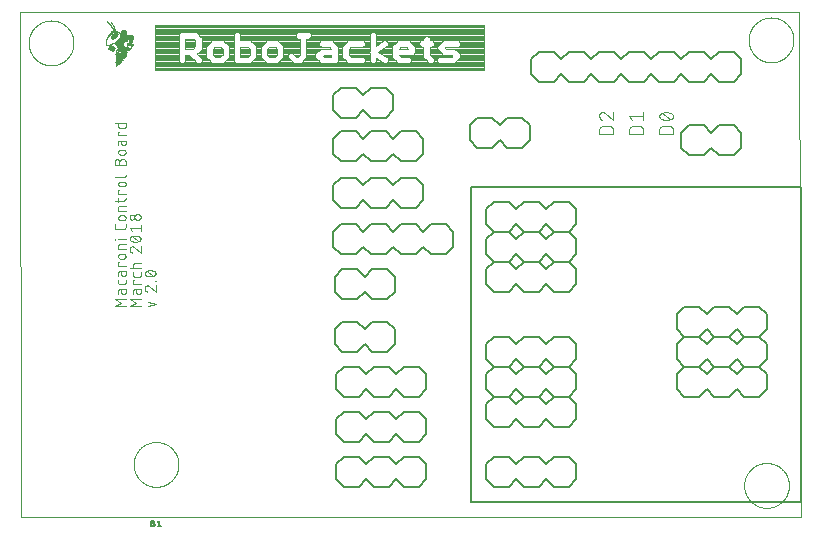
<source format=gto>
G75*
%MOIN*%
%OFA0B0*%
%FSLAX25Y25*%
%IPPOS*%
%LPD*%
%AMOC8*
5,1,8,0,0,1.08239X$1,22.5*
%
%ADD10C,0.00000*%
%ADD11C,0.00600*%
%ADD12C,0.00300*%
%ADD13C,0.00500*%
%ADD14C,0.00800*%
%ADD15C,0.00400*%
%ADD16R,0.00060X0.00020*%
%ADD17R,0.00100X0.00020*%
%ADD18R,0.00100X0.00020*%
%ADD19R,0.00140X0.00020*%
%ADD20R,0.00140X0.00020*%
%ADD21R,0.00080X0.00020*%
%ADD22R,0.00060X0.00020*%
%ADD23R,0.00080X0.00020*%
%ADD24R,0.00040X0.00020*%
%ADD25R,0.00040X0.00020*%
%ADD26R,0.00020X0.00020*%
%ADD27R,0.00260X0.00020*%
%ADD28R,0.00420X0.00020*%
%ADD29R,0.00020X0.00020*%
%ADD30R,0.00020X0.00020*%
%ADD31R,0.00500X0.00020*%
%ADD32R,0.00020X0.00020*%
%ADD33R,0.00740X0.00020*%
%ADD34R,0.00860X0.00020*%
%ADD35R,0.01020X0.00020*%
%ADD36R,0.01100X0.00020*%
%ADD37R,0.01180X0.00020*%
%ADD38R,0.01140X0.00020*%
%ADD39R,0.01140X0.00020*%
%ADD40R,0.01060X0.00020*%
%ADD41R,0.00840X0.00020*%
%ADD42R,0.00760X0.00020*%
%ADD43R,0.00580X0.00020*%
%ADD44R,0.00460X0.00020*%
%ADD45R,0.00280X0.00020*%
%ADD46R,0.00160X0.00020*%
%ADD47R,0.00300X0.00020*%
%ADD48R,0.00720X0.00020*%
%ADD49R,0.00980X0.00020*%
%ADD50R,0.01120X0.00020*%
%ADD51R,0.01380X0.00020*%
%ADD52R,0.01520X0.00020*%
%ADD53R,0.01620X0.00020*%
%ADD54R,0.01660X0.00020*%
%ADD55R,0.01660X0.00020*%
%ADD56R,0.01640X0.00020*%
%ADD57R,0.01080X0.00020*%
%ADD58R,0.00780X0.00020*%
%ADD59R,0.00660X0.00020*%
%ADD60R,0.00380X0.00020*%
%ADD61R,0.00340X0.00020*%
%ADD62R,0.00360X0.00020*%
%ADD63R,0.00660X0.00020*%
%ADD64R,0.00880X0.00020*%
%ADD65R,0.01180X0.00020*%
%ADD66R,0.01420X0.00020*%
%ADD67R,0.01700X0.00020*%
%ADD68R,0.01900X0.00020*%
%ADD69R,0.02100X0.00020*%
%ADD70R,0.02120X0.00020*%
%ADD71R,0.02140X0.00020*%
%ADD72R,0.02140X0.00020*%
%ADD73R,0.02020X0.00020*%
%ADD74R,0.01580X0.00020*%
%ADD75R,0.01420X0.00020*%
%ADD76R,0.01060X0.00020*%
%ADD77R,0.00900X0.00020*%
%ADD78R,0.00560X0.00020*%
%ADD79R,0.00360X0.00020*%
%ADD80R,0.00120X0.00020*%
%ADD81R,0.00340X0.00020*%
%ADD82R,0.00720X0.00020*%
%ADD83R,0.00940X0.00020*%
%ADD84R,0.01340X0.00020*%
%ADD85R,0.01540X0.00020*%
%ADD86R,0.01940X0.00020*%
%ADD87R,0.02420X0.00020*%
%ADD88R,0.02420X0.00020*%
%ADD89R,0.02480X0.00020*%
%ADD90R,0.02460X0.00020*%
%ADD91R,0.02320X0.00020*%
%ADD92R,0.01920X0.00020*%
%ADD93R,0.01700X0.00020*%
%ADD94R,0.00040X0.00020*%
%ADD95R,0.00700X0.00020*%
%ADD96R,0.00620X0.00020*%
%ADD97R,0.00780X0.00020*%
%ADD98R,0.00860X0.00020*%
%ADD99R,0.00940X0.00020*%
%ADD100R,0.00980X0.00020*%
%ADD101R,0.01080X0.00020*%
%ADD102R,0.00480X0.00020*%
%ADD103R,0.01200X0.00020*%
%ADD104R,0.00740X0.00020*%
%ADD105R,0.01220X0.00020*%
%ADD106R,0.01160X0.00020*%
%ADD107R,0.01300X0.00020*%
%ADD108R,0.01340X0.00020*%
%ADD109R,0.02920X0.00020*%
%ADD110R,0.02920X0.00020*%
%ADD111R,0.02940X0.00020*%
%ADD112R,0.02940X0.00020*%
%ADD113R,0.02980X0.00020*%
%ADD114R,0.02640X0.00020*%
%ADD115R,0.02380X0.00020*%
%ADD116R,0.01980X0.00020*%
%ADD117R,0.02000X0.00020*%
%ADD118R,0.02020X0.00020*%
%ADD119R,0.02160X0.00020*%
%ADD120R,0.02240X0.00020*%
%ADD121R,0.02260X0.00020*%
%ADD122R,0.02320X0.00020*%
%ADD123R,0.02500X0.00020*%
%ADD124R,0.02540X0.00020*%
%ADD125R,0.02740X0.00020*%
%ADD126R,0.02760X0.00020*%
%ADD127R,0.02840X0.00020*%
%ADD128R,0.02900X0.00020*%
%ADD129R,0.03140X0.00020*%
%ADD130R,0.03120X0.00020*%
%ADD131R,0.02940X0.00020*%
%ADD132R,0.00180X0.00020*%
%ADD133R,0.02880X0.00020*%
%ADD134R,0.00200X0.00020*%
%ADD135R,0.02860X0.00020*%
%ADD136R,0.02860X0.00020*%
%ADD137R,0.00220X0.00020*%
%ADD138R,0.00200X0.00020*%
%ADD139R,0.00220X0.00020*%
%ADD140R,0.02880X0.00020*%
%ADD141R,0.00220X0.00020*%
%ADD142R,0.00220X0.00020*%
%ADD143R,0.00240X0.00020*%
%ADD144R,0.02840X0.00020*%
%ADD145R,0.00240X0.00020*%
%ADD146R,0.02820X0.00020*%
%ADD147R,0.02480X0.00020*%
%ADD148R,0.02360X0.00020*%
%ADD149R,0.00340X0.00020*%
%ADD150R,0.02340X0.00020*%
%ADD151R,0.02260X0.00020*%
%ADD152R,0.00240X0.00020*%
%ADD153R,0.02220X0.00020*%
%ADD154R,0.00240X0.00020*%
%ADD155R,0.00320X0.00020*%
%ADD156R,0.02040X0.00020*%
%ADD157R,0.01900X0.00020*%
%ADD158R,0.00260X0.00020*%
%ADD159R,0.01880X0.00020*%
%ADD160R,0.01860X0.00020*%
%ADD161R,0.01880X0.00020*%
%ADD162R,0.00160X0.00020*%
%ADD163R,0.01420X0.00020*%
%ADD164R,0.00380X0.00020*%
%ADD165R,0.01260X0.00020*%
%ADD166R,0.01220X0.00020*%
%ADD167R,0.01100X0.00020*%
%ADD168R,0.01040X0.00020*%
%ADD169R,0.00180X0.00020*%
%ADD170R,0.00940X0.00020*%
%ADD171R,0.00840X0.00020*%
%ADD172R,0.00340X0.00020*%
%ADD173R,0.00520X0.00020*%
%ADD174R,0.00440X0.00020*%
%ADD175R,0.00460X0.00020*%
%ADD176R,0.00500X0.00020*%
%ADD177R,0.00320X0.00020*%
%ADD178R,0.00540X0.00020*%
%ADD179R,0.00280X0.00020*%
%ADD180R,0.00600X0.00020*%
%ADD181R,0.00320X0.00020*%
%ADD182R,0.00620X0.00020*%
%ADD183R,0.01020X0.00020*%
%ADD184R,0.01000X0.00020*%
%ADD185R,0.00300X0.00020*%
%ADD186R,0.01000X0.00020*%
%ADD187R,0.01240X0.00020*%
%ADD188R,0.01320X0.00020*%
%ADD189R,0.01540X0.00020*%
%ADD190R,0.01560X0.00020*%
%ADD191R,0.01960X0.00020*%
%ADD192R,0.01940X0.00020*%
%ADD193R,0.01920X0.00020*%
%ADD194R,0.01860X0.00020*%
%ADD195R,0.01920X0.00020*%
%ADD196R,0.00680X0.00020*%
%ADD197R,0.02000X0.00020*%
%ADD198R,0.00680X0.00020*%
%ADD199R,0.02020X0.00020*%
%ADD200R,0.00700X0.00020*%
%ADD201R,0.02220X0.00020*%
%ADD202R,0.02500X0.00020*%
%ADD203R,0.02460X0.00020*%
%ADD204R,0.00760X0.00020*%
%ADD205R,0.02420X0.00020*%
%ADD206R,0.00800X0.00020*%
%ADD207R,0.02440X0.00020*%
%ADD208R,0.00820X0.00020*%
%ADD209R,0.02540X0.00020*%
%ADD210R,0.02580X0.00020*%
%ADD211R,0.02740X0.00020*%
%ADD212R,0.00420X0.00020*%
%ADD213R,0.00400X0.00020*%
%ADD214R,0.02620X0.00020*%
%ADD215R,0.02600X0.00020*%
%ADD216R,0.00540X0.00020*%
%ADD217R,0.00580X0.00020*%
%ADD218R,0.00400X0.00020*%
%ADD219R,0.02320X0.00020*%
%ADD220R,0.02180X0.00020*%
%ADD221R,0.00540X0.00020*%
%ADD222R,0.02120X0.00020*%
%ADD223R,0.00420X0.00020*%
%ADD224R,0.00960X0.00020*%
%ADD225R,0.00600X0.00020*%
%ADD226R,0.01380X0.00020*%
%ADD227R,0.01960X0.00020*%
%ADD228R,0.01420X0.00020*%
%ADD229R,0.01820X0.00020*%
%ADD230R,0.01140X0.00020*%
%ADD231R,0.01440X0.00020*%
%ADD232R,0.00480X0.00020*%
%ADD233R,0.01760X0.00020*%
%ADD234R,0.01200X0.00020*%
%ADD235R,0.00140X0.00020*%
%ADD236R,0.01460X0.00020*%
%ADD237R,0.01740X0.00020*%
%ADD238R,0.01260X0.00020*%
%ADD239R,0.01600X0.00020*%
%ADD240R,0.01360X0.00020*%
%ADD241R,0.01480X0.00020*%
%ADD242R,0.01400X0.00020*%
%ADD243R,0.01460X0.00020*%
%ADD244R,0.00120X0.00020*%
%ADD245R,0.00120X0.00020*%
%ADD246R,0.00440X0.00020*%
%ADD247R,0.01020X0.00020*%
%ADD248R,0.01740X0.00020*%
%ADD249R,0.00900X0.00020*%
%ADD250R,0.01820X0.00020*%
%ADD251R,0.01040X0.00020*%
%ADD252R,0.01940X0.00020*%
%ADD253R,0.01040X0.00020*%
%ADD254R,0.02060X0.00020*%
%ADD255R,0.01500X0.00020*%
%ADD256R,0.02300X0.00020*%
%ADD257R,0.01500X0.00020*%
%ADD258R,0.02040X0.00020*%
%ADD259R,0.00820X0.00020*%
%ADD260R,0.00560X0.00020*%
%ADD261R,0.00520X0.00020*%
%ADD262R,0.01620X0.00020*%
%ADD263R,0.00640X0.00020*%
%ADD264R,0.00040X0.00020*%
%ADD265R,0.00520X0.00020*%
%ADD266R,0.01240X0.00020*%
%ADD267R,0.01800X0.00020*%
%ADD268R,0.01020X0.00020*%
%ADD269R,0.00820X0.00020*%
%ADD270R,0.00880X0.00020*%
%ADD271R,0.01120X0.00020*%
%ADD272R,0.00960X0.00020*%
%ADD273R,0.00540X0.00020*%
%ADD274R,0.01320X0.00020*%
%ADD275R,0.00420X0.00020*%
%ADD276R,0.01480X0.00020*%
%ADD277R,0.00620X0.00020*%
%ADD278R,0.01540X0.00020*%
%ADD279R,0.01620X0.00020*%
%ADD280R,0.00740X0.00020*%
%ADD281R,0.00800X0.00020*%
%ADD282R,0.00920X0.00020*%
%ADD283R,0.01740X0.00020*%
%ADD284R,0.01780X0.00020*%
%ADD285R,0.01780X0.00020*%
%ADD286R,0.01160X0.00020*%
%ADD287R,0.00320X0.00020*%
%ADD288R,0.00720X0.00020*%
%ADD289R,0.00140X0.00020*%
%ADD290R,0.01220X0.00020*%
%ADD291R,0.00820X0.00020*%
%ADD292R,0.01340X0.00020*%
%ADD293R,0.01220X0.00020*%
%ADD294R,0.00920X0.00020*%
%ADD295R,0.01300X0.00020*%
%ADD296R,0.01820X0.00020*%
%ADD297R,0.01620X0.00020*%
%ADD298R,0.01280X0.00020*%
%ADD299R,0.01580X0.00020*%
%ADD300R,0.01940X0.00020*%
%ADD301R,0.02080X0.00020*%
%ADD302R,0.02180X0.00020*%
%ADD303R,0.02240X0.00020*%
%ADD304R,0.02280X0.00020*%
%ADD305R,0.02340X0.00020*%
%ADD306R,0.02380X0.00020*%
%ADD307R,0.02540X0.00020*%
%ADD308R,0.00620X0.00020*%
%ADD309R,0.02580X0.00020*%
%ADD310R,0.02620X0.00020*%
%ADD311R,0.02620X0.00020*%
%ADD312R,0.02660X0.00020*%
%ADD313R,0.02640X0.00020*%
%ADD314R,0.02680X0.00020*%
%ADD315R,0.02680X0.00020*%
%ADD316R,0.02700X0.00020*%
%ADD317R,0.02700X0.00020*%
%ADD318R,0.02720X0.00020*%
%ADD319R,0.02740X0.00020*%
%ADD320R,0.02620X0.00020*%
%ADD321R,0.02820X0.00020*%
%ADD322R,0.03060X0.00020*%
%ADD323R,0.02420X0.00020*%
%ADD324R,0.02520X0.00020*%
%ADD325R,0.01120X0.00020*%
%ADD326R,0.02940X0.00020*%
%ADD327R,0.03100X0.00020*%
%ADD328R,0.03220X0.00020*%
%ADD329R,0.03240X0.00020*%
%ADD330R,0.03260X0.00020*%
%ADD331R,0.03280X0.00020*%
%ADD332R,0.03300X0.00020*%
%ADD333R,0.01440X0.00020*%
%ADD334R,0.03260X0.00020*%
%ADD335R,0.01540X0.00020*%
%ADD336R,0.01560X0.00020*%
%ADD337R,0.03300X0.00020*%
%ADD338R,0.03680X0.00020*%
%ADD339R,0.03620X0.00020*%
%ADD340R,0.01680X0.00020*%
%ADD341R,0.03640X0.00020*%
%ADD342R,0.03580X0.00020*%
%ADD343R,0.01720X0.00020*%
%ADD344R,0.03580X0.00020*%
%ADD345R,0.03560X0.00020*%
%ADD346R,0.03220X0.00020*%
%ADD347R,0.01800X0.00020*%
%ADD348R,0.02200X0.00020*%
%ADD349R,0.02200X0.00020*%
%ADD350R,0.02820X0.00020*%
%ADD351R,0.03020X0.00020*%
%ADD352R,0.03560X0.00020*%
%ADD353R,0.03600X0.00020*%
%ADD354R,0.03600X0.00020*%
%ADD355R,0.01980X0.00020*%
%ADD356R,0.03660X0.00020*%
%ADD357R,0.03720X0.00020*%
%ADD358R,0.00440X0.00020*%
%ADD359R,0.04260X0.00020*%
%ADD360R,0.04220X0.00020*%
%ADD361R,0.04240X0.00020*%
%ADD362R,0.02040X0.00020*%
%ADD363R,0.02020X0.00020*%
%ADD364R,0.01920X0.00020*%
%ADD365R,0.00640X0.00020*%
%ADD366R,0.00520X0.00020*%
%ADD367R,0.02060X0.00020*%
%ADD368R,0.02080X0.00020*%
%ADD369R,0.01840X0.00020*%
%ADD370R,0.01760X0.00020*%
%ADD371R,0.02100X0.00020*%
%ADD372R,0.01740X0.00020*%
%ADD373R,0.00720X0.00020*%
%ADD374R,0.00740X0.00020*%
%ADD375R,0.01840X0.00020*%
%ADD376R,0.00120X0.00020*%
%ADD377C,0.00394*%
D10*
X0006300Y0005560D02*
X0005800Y0173761D01*
X0265721Y0173761D01*
X0266221Y0005560D01*
X0006300Y0005560D01*
X0043825Y0023060D02*
X0043827Y0023243D01*
X0043834Y0023427D01*
X0043845Y0023610D01*
X0043861Y0023793D01*
X0043881Y0023975D01*
X0043906Y0024157D01*
X0043935Y0024338D01*
X0043969Y0024518D01*
X0044007Y0024698D01*
X0044049Y0024876D01*
X0044096Y0025054D01*
X0044147Y0025230D01*
X0044202Y0025405D01*
X0044262Y0025578D01*
X0044326Y0025750D01*
X0044394Y0025921D01*
X0044466Y0026089D01*
X0044543Y0026256D01*
X0044623Y0026421D01*
X0044708Y0026584D01*
X0044796Y0026744D01*
X0044888Y0026903D01*
X0044985Y0027059D01*
X0045085Y0027213D01*
X0045189Y0027364D01*
X0045296Y0027513D01*
X0045407Y0027659D01*
X0045522Y0027802D01*
X0045640Y0027942D01*
X0045761Y0028080D01*
X0045886Y0028214D01*
X0046014Y0028346D01*
X0046146Y0028474D01*
X0046280Y0028599D01*
X0046418Y0028720D01*
X0046558Y0028838D01*
X0046701Y0028953D01*
X0046847Y0029064D01*
X0046996Y0029171D01*
X0047147Y0029275D01*
X0047301Y0029375D01*
X0047457Y0029472D01*
X0047616Y0029564D01*
X0047776Y0029652D01*
X0047939Y0029737D01*
X0048104Y0029817D01*
X0048271Y0029894D01*
X0048439Y0029966D01*
X0048610Y0030034D01*
X0048782Y0030098D01*
X0048955Y0030158D01*
X0049130Y0030213D01*
X0049306Y0030264D01*
X0049484Y0030311D01*
X0049662Y0030353D01*
X0049842Y0030391D01*
X0050022Y0030425D01*
X0050203Y0030454D01*
X0050385Y0030479D01*
X0050567Y0030499D01*
X0050750Y0030515D01*
X0050933Y0030526D01*
X0051117Y0030533D01*
X0051300Y0030535D01*
X0051483Y0030533D01*
X0051667Y0030526D01*
X0051850Y0030515D01*
X0052033Y0030499D01*
X0052215Y0030479D01*
X0052397Y0030454D01*
X0052578Y0030425D01*
X0052758Y0030391D01*
X0052938Y0030353D01*
X0053116Y0030311D01*
X0053294Y0030264D01*
X0053470Y0030213D01*
X0053645Y0030158D01*
X0053818Y0030098D01*
X0053990Y0030034D01*
X0054161Y0029966D01*
X0054329Y0029894D01*
X0054496Y0029817D01*
X0054661Y0029737D01*
X0054824Y0029652D01*
X0054984Y0029564D01*
X0055143Y0029472D01*
X0055299Y0029375D01*
X0055453Y0029275D01*
X0055604Y0029171D01*
X0055753Y0029064D01*
X0055899Y0028953D01*
X0056042Y0028838D01*
X0056182Y0028720D01*
X0056320Y0028599D01*
X0056454Y0028474D01*
X0056586Y0028346D01*
X0056714Y0028214D01*
X0056839Y0028080D01*
X0056960Y0027942D01*
X0057078Y0027802D01*
X0057193Y0027659D01*
X0057304Y0027513D01*
X0057411Y0027364D01*
X0057515Y0027213D01*
X0057615Y0027059D01*
X0057712Y0026903D01*
X0057804Y0026744D01*
X0057892Y0026584D01*
X0057977Y0026421D01*
X0058057Y0026256D01*
X0058134Y0026089D01*
X0058206Y0025921D01*
X0058274Y0025750D01*
X0058338Y0025578D01*
X0058398Y0025405D01*
X0058453Y0025230D01*
X0058504Y0025054D01*
X0058551Y0024876D01*
X0058593Y0024698D01*
X0058631Y0024518D01*
X0058665Y0024338D01*
X0058694Y0024157D01*
X0058719Y0023975D01*
X0058739Y0023793D01*
X0058755Y0023610D01*
X0058766Y0023427D01*
X0058773Y0023243D01*
X0058775Y0023060D01*
X0058773Y0022877D01*
X0058766Y0022693D01*
X0058755Y0022510D01*
X0058739Y0022327D01*
X0058719Y0022145D01*
X0058694Y0021963D01*
X0058665Y0021782D01*
X0058631Y0021602D01*
X0058593Y0021422D01*
X0058551Y0021244D01*
X0058504Y0021066D01*
X0058453Y0020890D01*
X0058398Y0020715D01*
X0058338Y0020542D01*
X0058274Y0020370D01*
X0058206Y0020199D01*
X0058134Y0020031D01*
X0058057Y0019864D01*
X0057977Y0019699D01*
X0057892Y0019536D01*
X0057804Y0019376D01*
X0057712Y0019217D01*
X0057615Y0019061D01*
X0057515Y0018907D01*
X0057411Y0018756D01*
X0057304Y0018607D01*
X0057193Y0018461D01*
X0057078Y0018318D01*
X0056960Y0018178D01*
X0056839Y0018040D01*
X0056714Y0017906D01*
X0056586Y0017774D01*
X0056454Y0017646D01*
X0056320Y0017521D01*
X0056182Y0017400D01*
X0056042Y0017282D01*
X0055899Y0017167D01*
X0055753Y0017056D01*
X0055604Y0016949D01*
X0055453Y0016845D01*
X0055299Y0016745D01*
X0055143Y0016648D01*
X0054984Y0016556D01*
X0054824Y0016468D01*
X0054661Y0016383D01*
X0054496Y0016303D01*
X0054329Y0016226D01*
X0054161Y0016154D01*
X0053990Y0016086D01*
X0053818Y0016022D01*
X0053645Y0015962D01*
X0053470Y0015907D01*
X0053294Y0015856D01*
X0053116Y0015809D01*
X0052938Y0015767D01*
X0052758Y0015729D01*
X0052578Y0015695D01*
X0052397Y0015666D01*
X0052215Y0015641D01*
X0052033Y0015621D01*
X0051850Y0015605D01*
X0051667Y0015594D01*
X0051483Y0015587D01*
X0051300Y0015585D01*
X0051117Y0015587D01*
X0050933Y0015594D01*
X0050750Y0015605D01*
X0050567Y0015621D01*
X0050385Y0015641D01*
X0050203Y0015666D01*
X0050022Y0015695D01*
X0049842Y0015729D01*
X0049662Y0015767D01*
X0049484Y0015809D01*
X0049306Y0015856D01*
X0049130Y0015907D01*
X0048955Y0015962D01*
X0048782Y0016022D01*
X0048610Y0016086D01*
X0048439Y0016154D01*
X0048271Y0016226D01*
X0048104Y0016303D01*
X0047939Y0016383D01*
X0047776Y0016468D01*
X0047616Y0016556D01*
X0047457Y0016648D01*
X0047301Y0016745D01*
X0047147Y0016845D01*
X0046996Y0016949D01*
X0046847Y0017056D01*
X0046701Y0017167D01*
X0046558Y0017282D01*
X0046418Y0017400D01*
X0046280Y0017521D01*
X0046146Y0017646D01*
X0046014Y0017774D01*
X0045886Y0017906D01*
X0045761Y0018040D01*
X0045640Y0018178D01*
X0045522Y0018318D01*
X0045407Y0018461D01*
X0045296Y0018607D01*
X0045189Y0018756D01*
X0045085Y0018907D01*
X0044985Y0019061D01*
X0044888Y0019217D01*
X0044796Y0019376D01*
X0044708Y0019536D01*
X0044623Y0019699D01*
X0044543Y0019864D01*
X0044466Y0020031D01*
X0044394Y0020199D01*
X0044326Y0020370D01*
X0044262Y0020542D01*
X0044202Y0020715D01*
X0044147Y0020890D01*
X0044096Y0021066D01*
X0044049Y0021244D01*
X0044007Y0021422D01*
X0043969Y0021602D01*
X0043935Y0021782D01*
X0043906Y0021963D01*
X0043881Y0022145D01*
X0043861Y0022327D01*
X0043845Y0022510D01*
X0043834Y0022693D01*
X0043827Y0022877D01*
X0043825Y0023060D01*
X0247325Y0016060D02*
X0247327Y0016243D01*
X0247334Y0016427D01*
X0247345Y0016610D01*
X0247361Y0016793D01*
X0247381Y0016975D01*
X0247406Y0017157D01*
X0247435Y0017338D01*
X0247469Y0017518D01*
X0247507Y0017698D01*
X0247549Y0017876D01*
X0247596Y0018054D01*
X0247647Y0018230D01*
X0247702Y0018405D01*
X0247762Y0018578D01*
X0247826Y0018750D01*
X0247894Y0018921D01*
X0247966Y0019089D01*
X0248043Y0019256D01*
X0248123Y0019421D01*
X0248208Y0019584D01*
X0248296Y0019744D01*
X0248388Y0019903D01*
X0248485Y0020059D01*
X0248585Y0020213D01*
X0248689Y0020364D01*
X0248796Y0020513D01*
X0248907Y0020659D01*
X0249022Y0020802D01*
X0249140Y0020942D01*
X0249261Y0021080D01*
X0249386Y0021214D01*
X0249514Y0021346D01*
X0249646Y0021474D01*
X0249780Y0021599D01*
X0249918Y0021720D01*
X0250058Y0021838D01*
X0250201Y0021953D01*
X0250347Y0022064D01*
X0250496Y0022171D01*
X0250647Y0022275D01*
X0250801Y0022375D01*
X0250957Y0022472D01*
X0251116Y0022564D01*
X0251276Y0022652D01*
X0251439Y0022737D01*
X0251604Y0022817D01*
X0251771Y0022894D01*
X0251939Y0022966D01*
X0252110Y0023034D01*
X0252282Y0023098D01*
X0252455Y0023158D01*
X0252630Y0023213D01*
X0252806Y0023264D01*
X0252984Y0023311D01*
X0253162Y0023353D01*
X0253342Y0023391D01*
X0253522Y0023425D01*
X0253703Y0023454D01*
X0253885Y0023479D01*
X0254067Y0023499D01*
X0254250Y0023515D01*
X0254433Y0023526D01*
X0254617Y0023533D01*
X0254800Y0023535D01*
X0254983Y0023533D01*
X0255167Y0023526D01*
X0255350Y0023515D01*
X0255533Y0023499D01*
X0255715Y0023479D01*
X0255897Y0023454D01*
X0256078Y0023425D01*
X0256258Y0023391D01*
X0256438Y0023353D01*
X0256616Y0023311D01*
X0256794Y0023264D01*
X0256970Y0023213D01*
X0257145Y0023158D01*
X0257318Y0023098D01*
X0257490Y0023034D01*
X0257661Y0022966D01*
X0257829Y0022894D01*
X0257996Y0022817D01*
X0258161Y0022737D01*
X0258324Y0022652D01*
X0258484Y0022564D01*
X0258643Y0022472D01*
X0258799Y0022375D01*
X0258953Y0022275D01*
X0259104Y0022171D01*
X0259253Y0022064D01*
X0259399Y0021953D01*
X0259542Y0021838D01*
X0259682Y0021720D01*
X0259820Y0021599D01*
X0259954Y0021474D01*
X0260086Y0021346D01*
X0260214Y0021214D01*
X0260339Y0021080D01*
X0260460Y0020942D01*
X0260578Y0020802D01*
X0260693Y0020659D01*
X0260804Y0020513D01*
X0260911Y0020364D01*
X0261015Y0020213D01*
X0261115Y0020059D01*
X0261212Y0019903D01*
X0261304Y0019744D01*
X0261392Y0019584D01*
X0261477Y0019421D01*
X0261557Y0019256D01*
X0261634Y0019089D01*
X0261706Y0018921D01*
X0261774Y0018750D01*
X0261838Y0018578D01*
X0261898Y0018405D01*
X0261953Y0018230D01*
X0262004Y0018054D01*
X0262051Y0017876D01*
X0262093Y0017698D01*
X0262131Y0017518D01*
X0262165Y0017338D01*
X0262194Y0017157D01*
X0262219Y0016975D01*
X0262239Y0016793D01*
X0262255Y0016610D01*
X0262266Y0016427D01*
X0262273Y0016243D01*
X0262275Y0016060D01*
X0262273Y0015877D01*
X0262266Y0015693D01*
X0262255Y0015510D01*
X0262239Y0015327D01*
X0262219Y0015145D01*
X0262194Y0014963D01*
X0262165Y0014782D01*
X0262131Y0014602D01*
X0262093Y0014422D01*
X0262051Y0014244D01*
X0262004Y0014066D01*
X0261953Y0013890D01*
X0261898Y0013715D01*
X0261838Y0013542D01*
X0261774Y0013370D01*
X0261706Y0013199D01*
X0261634Y0013031D01*
X0261557Y0012864D01*
X0261477Y0012699D01*
X0261392Y0012536D01*
X0261304Y0012376D01*
X0261212Y0012217D01*
X0261115Y0012061D01*
X0261015Y0011907D01*
X0260911Y0011756D01*
X0260804Y0011607D01*
X0260693Y0011461D01*
X0260578Y0011318D01*
X0260460Y0011178D01*
X0260339Y0011040D01*
X0260214Y0010906D01*
X0260086Y0010774D01*
X0259954Y0010646D01*
X0259820Y0010521D01*
X0259682Y0010400D01*
X0259542Y0010282D01*
X0259399Y0010167D01*
X0259253Y0010056D01*
X0259104Y0009949D01*
X0258953Y0009845D01*
X0258799Y0009745D01*
X0258643Y0009648D01*
X0258484Y0009556D01*
X0258324Y0009468D01*
X0258161Y0009383D01*
X0257996Y0009303D01*
X0257829Y0009226D01*
X0257661Y0009154D01*
X0257490Y0009086D01*
X0257318Y0009022D01*
X0257145Y0008962D01*
X0256970Y0008907D01*
X0256794Y0008856D01*
X0256616Y0008809D01*
X0256438Y0008767D01*
X0256258Y0008729D01*
X0256078Y0008695D01*
X0255897Y0008666D01*
X0255715Y0008641D01*
X0255533Y0008621D01*
X0255350Y0008605D01*
X0255167Y0008594D01*
X0254983Y0008587D01*
X0254800Y0008585D01*
X0254617Y0008587D01*
X0254433Y0008594D01*
X0254250Y0008605D01*
X0254067Y0008621D01*
X0253885Y0008641D01*
X0253703Y0008666D01*
X0253522Y0008695D01*
X0253342Y0008729D01*
X0253162Y0008767D01*
X0252984Y0008809D01*
X0252806Y0008856D01*
X0252630Y0008907D01*
X0252455Y0008962D01*
X0252282Y0009022D01*
X0252110Y0009086D01*
X0251939Y0009154D01*
X0251771Y0009226D01*
X0251604Y0009303D01*
X0251439Y0009383D01*
X0251276Y0009468D01*
X0251116Y0009556D01*
X0250957Y0009648D01*
X0250801Y0009745D01*
X0250647Y0009845D01*
X0250496Y0009949D01*
X0250347Y0010056D01*
X0250201Y0010167D01*
X0250058Y0010282D01*
X0249918Y0010400D01*
X0249780Y0010521D01*
X0249646Y0010646D01*
X0249514Y0010774D01*
X0249386Y0010906D01*
X0249261Y0011040D01*
X0249140Y0011178D01*
X0249022Y0011318D01*
X0248907Y0011461D01*
X0248796Y0011607D01*
X0248689Y0011756D01*
X0248585Y0011907D01*
X0248485Y0012061D01*
X0248388Y0012217D01*
X0248296Y0012376D01*
X0248208Y0012536D01*
X0248123Y0012699D01*
X0248043Y0012864D01*
X0247966Y0013031D01*
X0247894Y0013199D01*
X0247826Y0013370D01*
X0247762Y0013542D01*
X0247702Y0013715D01*
X0247647Y0013890D01*
X0247596Y0014066D01*
X0247549Y0014244D01*
X0247507Y0014422D01*
X0247469Y0014602D01*
X0247435Y0014782D01*
X0247406Y0014963D01*
X0247381Y0015145D01*
X0247361Y0015327D01*
X0247345Y0015510D01*
X0247334Y0015693D01*
X0247327Y0015877D01*
X0247325Y0016060D01*
X0248825Y0164560D02*
X0248827Y0164743D01*
X0248834Y0164927D01*
X0248845Y0165110D01*
X0248861Y0165293D01*
X0248881Y0165475D01*
X0248906Y0165657D01*
X0248935Y0165838D01*
X0248969Y0166018D01*
X0249007Y0166198D01*
X0249049Y0166376D01*
X0249096Y0166554D01*
X0249147Y0166730D01*
X0249202Y0166905D01*
X0249262Y0167078D01*
X0249326Y0167250D01*
X0249394Y0167421D01*
X0249466Y0167589D01*
X0249543Y0167756D01*
X0249623Y0167921D01*
X0249708Y0168084D01*
X0249796Y0168244D01*
X0249888Y0168403D01*
X0249985Y0168559D01*
X0250085Y0168713D01*
X0250189Y0168864D01*
X0250296Y0169013D01*
X0250407Y0169159D01*
X0250522Y0169302D01*
X0250640Y0169442D01*
X0250761Y0169580D01*
X0250886Y0169714D01*
X0251014Y0169846D01*
X0251146Y0169974D01*
X0251280Y0170099D01*
X0251418Y0170220D01*
X0251558Y0170338D01*
X0251701Y0170453D01*
X0251847Y0170564D01*
X0251996Y0170671D01*
X0252147Y0170775D01*
X0252301Y0170875D01*
X0252457Y0170972D01*
X0252616Y0171064D01*
X0252776Y0171152D01*
X0252939Y0171237D01*
X0253104Y0171317D01*
X0253271Y0171394D01*
X0253439Y0171466D01*
X0253610Y0171534D01*
X0253782Y0171598D01*
X0253955Y0171658D01*
X0254130Y0171713D01*
X0254306Y0171764D01*
X0254484Y0171811D01*
X0254662Y0171853D01*
X0254842Y0171891D01*
X0255022Y0171925D01*
X0255203Y0171954D01*
X0255385Y0171979D01*
X0255567Y0171999D01*
X0255750Y0172015D01*
X0255933Y0172026D01*
X0256117Y0172033D01*
X0256300Y0172035D01*
X0256483Y0172033D01*
X0256667Y0172026D01*
X0256850Y0172015D01*
X0257033Y0171999D01*
X0257215Y0171979D01*
X0257397Y0171954D01*
X0257578Y0171925D01*
X0257758Y0171891D01*
X0257938Y0171853D01*
X0258116Y0171811D01*
X0258294Y0171764D01*
X0258470Y0171713D01*
X0258645Y0171658D01*
X0258818Y0171598D01*
X0258990Y0171534D01*
X0259161Y0171466D01*
X0259329Y0171394D01*
X0259496Y0171317D01*
X0259661Y0171237D01*
X0259824Y0171152D01*
X0259984Y0171064D01*
X0260143Y0170972D01*
X0260299Y0170875D01*
X0260453Y0170775D01*
X0260604Y0170671D01*
X0260753Y0170564D01*
X0260899Y0170453D01*
X0261042Y0170338D01*
X0261182Y0170220D01*
X0261320Y0170099D01*
X0261454Y0169974D01*
X0261586Y0169846D01*
X0261714Y0169714D01*
X0261839Y0169580D01*
X0261960Y0169442D01*
X0262078Y0169302D01*
X0262193Y0169159D01*
X0262304Y0169013D01*
X0262411Y0168864D01*
X0262515Y0168713D01*
X0262615Y0168559D01*
X0262712Y0168403D01*
X0262804Y0168244D01*
X0262892Y0168084D01*
X0262977Y0167921D01*
X0263057Y0167756D01*
X0263134Y0167589D01*
X0263206Y0167421D01*
X0263274Y0167250D01*
X0263338Y0167078D01*
X0263398Y0166905D01*
X0263453Y0166730D01*
X0263504Y0166554D01*
X0263551Y0166376D01*
X0263593Y0166198D01*
X0263631Y0166018D01*
X0263665Y0165838D01*
X0263694Y0165657D01*
X0263719Y0165475D01*
X0263739Y0165293D01*
X0263755Y0165110D01*
X0263766Y0164927D01*
X0263773Y0164743D01*
X0263775Y0164560D01*
X0263773Y0164377D01*
X0263766Y0164193D01*
X0263755Y0164010D01*
X0263739Y0163827D01*
X0263719Y0163645D01*
X0263694Y0163463D01*
X0263665Y0163282D01*
X0263631Y0163102D01*
X0263593Y0162922D01*
X0263551Y0162744D01*
X0263504Y0162566D01*
X0263453Y0162390D01*
X0263398Y0162215D01*
X0263338Y0162042D01*
X0263274Y0161870D01*
X0263206Y0161699D01*
X0263134Y0161531D01*
X0263057Y0161364D01*
X0262977Y0161199D01*
X0262892Y0161036D01*
X0262804Y0160876D01*
X0262712Y0160717D01*
X0262615Y0160561D01*
X0262515Y0160407D01*
X0262411Y0160256D01*
X0262304Y0160107D01*
X0262193Y0159961D01*
X0262078Y0159818D01*
X0261960Y0159678D01*
X0261839Y0159540D01*
X0261714Y0159406D01*
X0261586Y0159274D01*
X0261454Y0159146D01*
X0261320Y0159021D01*
X0261182Y0158900D01*
X0261042Y0158782D01*
X0260899Y0158667D01*
X0260753Y0158556D01*
X0260604Y0158449D01*
X0260453Y0158345D01*
X0260299Y0158245D01*
X0260143Y0158148D01*
X0259984Y0158056D01*
X0259824Y0157968D01*
X0259661Y0157883D01*
X0259496Y0157803D01*
X0259329Y0157726D01*
X0259161Y0157654D01*
X0258990Y0157586D01*
X0258818Y0157522D01*
X0258645Y0157462D01*
X0258470Y0157407D01*
X0258294Y0157356D01*
X0258116Y0157309D01*
X0257938Y0157267D01*
X0257758Y0157229D01*
X0257578Y0157195D01*
X0257397Y0157166D01*
X0257215Y0157141D01*
X0257033Y0157121D01*
X0256850Y0157105D01*
X0256667Y0157094D01*
X0256483Y0157087D01*
X0256300Y0157085D01*
X0256117Y0157087D01*
X0255933Y0157094D01*
X0255750Y0157105D01*
X0255567Y0157121D01*
X0255385Y0157141D01*
X0255203Y0157166D01*
X0255022Y0157195D01*
X0254842Y0157229D01*
X0254662Y0157267D01*
X0254484Y0157309D01*
X0254306Y0157356D01*
X0254130Y0157407D01*
X0253955Y0157462D01*
X0253782Y0157522D01*
X0253610Y0157586D01*
X0253439Y0157654D01*
X0253271Y0157726D01*
X0253104Y0157803D01*
X0252939Y0157883D01*
X0252776Y0157968D01*
X0252616Y0158056D01*
X0252457Y0158148D01*
X0252301Y0158245D01*
X0252147Y0158345D01*
X0251996Y0158449D01*
X0251847Y0158556D01*
X0251701Y0158667D01*
X0251558Y0158782D01*
X0251418Y0158900D01*
X0251280Y0159021D01*
X0251146Y0159146D01*
X0251014Y0159274D01*
X0250886Y0159406D01*
X0250761Y0159540D01*
X0250640Y0159678D01*
X0250522Y0159818D01*
X0250407Y0159961D01*
X0250296Y0160107D01*
X0250189Y0160256D01*
X0250085Y0160407D01*
X0249985Y0160561D01*
X0249888Y0160717D01*
X0249796Y0160876D01*
X0249708Y0161036D01*
X0249623Y0161199D01*
X0249543Y0161364D01*
X0249466Y0161531D01*
X0249394Y0161699D01*
X0249326Y0161870D01*
X0249262Y0162042D01*
X0249202Y0162215D01*
X0249147Y0162390D01*
X0249096Y0162566D01*
X0249049Y0162744D01*
X0249007Y0162922D01*
X0248969Y0163102D01*
X0248935Y0163282D01*
X0248906Y0163463D01*
X0248881Y0163645D01*
X0248861Y0163827D01*
X0248845Y0164010D01*
X0248834Y0164193D01*
X0248827Y0164377D01*
X0248825Y0164560D01*
X0008825Y0163560D02*
X0008827Y0163743D01*
X0008834Y0163927D01*
X0008845Y0164110D01*
X0008861Y0164293D01*
X0008881Y0164475D01*
X0008906Y0164657D01*
X0008935Y0164838D01*
X0008969Y0165018D01*
X0009007Y0165198D01*
X0009049Y0165376D01*
X0009096Y0165554D01*
X0009147Y0165730D01*
X0009202Y0165905D01*
X0009262Y0166078D01*
X0009326Y0166250D01*
X0009394Y0166421D01*
X0009466Y0166589D01*
X0009543Y0166756D01*
X0009623Y0166921D01*
X0009708Y0167084D01*
X0009796Y0167244D01*
X0009888Y0167403D01*
X0009985Y0167559D01*
X0010085Y0167713D01*
X0010189Y0167864D01*
X0010296Y0168013D01*
X0010407Y0168159D01*
X0010522Y0168302D01*
X0010640Y0168442D01*
X0010761Y0168580D01*
X0010886Y0168714D01*
X0011014Y0168846D01*
X0011146Y0168974D01*
X0011280Y0169099D01*
X0011418Y0169220D01*
X0011558Y0169338D01*
X0011701Y0169453D01*
X0011847Y0169564D01*
X0011996Y0169671D01*
X0012147Y0169775D01*
X0012301Y0169875D01*
X0012457Y0169972D01*
X0012616Y0170064D01*
X0012776Y0170152D01*
X0012939Y0170237D01*
X0013104Y0170317D01*
X0013271Y0170394D01*
X0013439Y0170466D01*
X0013610Y0170534D01*
X0013782Y0170598D01*
X0013955Y0170658D01*
X0014130Y0170713D01*
X0014306Y0170764D01*
X0014484Y0170811D01*
X0014662Y0170853D01*
X0014842Y0170891D01*
X0015022Y0170925D01*
X0015203Y0170954D01*
X0015385Y0170979D01*
X0015567Y0170999D01*
X0015750Y0171015D01*
X0015933Y0171026D01*
X0016117Y0171033D01*
X0016300Y0171035D01*
X0016483Y0171033D01*
X0016667Y0171026D01*
X0016850Y0171015D01*
X0017033Y0170999D01*
X0017215Y0170979D01*
X0017397Y0170954D01*
X0017578Y0170925D01*
X0017758Y0170891D01*
X0017938Y0170853D01*
X0018116Y0170811D01*
X0018294Y0170764D01*
X0018470Y0170713D01*
X0018645Y0170658D01*
X0018818Y0170598D01*
X0018990Y0170534D01*
X0019161Y0170466D01*
X0019329Y0170394D01*
X0019496Y0170317D01*
X0019661Y0170237D01*
X0019824Y0170152D01*
X0019984Y0170064D01*
X0020143Y0169972D01*
X0020299Y0169875D01*
X0020453Y0169775D01*
X0020604Y0169671D01*
X0020753Y0169564D01*
X0020899Y0169453D01*
X0021042Y0169338D01*
X0021182Y0169220D01*
X0021320Y0169099D01*
X0021454Y0168974D01*
X0021586Y0168846D01*
X0021714Y0168714D01*
X0021839Y0168580D01*
X0021960Y0168442D01*
X0022078Y0168302D01*
X0022193Y0168159D01*
X0022304Y0168013D01*
X0022411Y0167864D01*
X0022515Y0167713D01*
X0022615Y0167559D01*
X0022712Y0167403D01*
X0022804Y0167244D01*
X0022892Y0167084D01*
X0022977Y0166921D01*
X0023057Y0166756D01*
X0023134Y0166589D01*
X0023206Y0166421D01*
X0023274Y0166250D01*
X0023338Y0166078D01*
X0023398Y0165905D01*
X0023453Y0165730D01*
X0023504Y0165554D01*
X0023551Y0165376D01*
X0023593Y0165198D01*
X0023631Y0165018D01*
X0023665Y0164838D01*
X0023694Y0164657D01*
X0023719Y0164475D01*
X0023739Y0164293D01*
X0023755Y0164110D01*
X0023766Y0163927D01*
X0023773Y0163743D01*
X0023775Y0163560D01*
X0023773Y0163377D01*
X0023766Y0163193D01*
X0023755Y0163010D01*
X0023739Y0162827D01*
X0023719Y0162645D01*
X0023694Y0162463D01*
X0023665Y0162282D01*
X0023631Y0162102D01*
X0023593Y0161922D01*
X0023551Y0161744D01*
X0023504Y0161566D01*
X0023453Y0161390D01*
X0023398Y0161215D01*
X0023338Y0161042D01*
X0023274Y0160870D01*
X0023206Y0160699D01*
X0023134Y0160531D01*
X0023057Y0160364D01*
X0022977Y0160199D01*
X0022892Y0160036D01*
X0022804Y0159876D01*
X0022712Y0159717D01*
X0022615Y0159561D01*
X0022515Y0159407D01*
X0022411Y0159256D01*
X0022304Y0159107D01*
X0022193Y0158961D01*
X0022078Y0158818D01*
X0021960Y0158678D01*
X0021839Y0158540D01*
X0021714Y0158406D01*
X0021586Y0158274D01*
X0021454Y0158146D01*
X0021320Y0158021D01*
X0021182Y0157900D01*
X0021042Y0157782D01*
X0020899Y0157667D01*
X0020753Y0157556D01*
X0020604Y0157449D01*
X0020453Y0157345D01*
X0020299Y0157245D01*
X0020143Y0157148D01*
X0019984Y0157056D01*
X0019824Y0156968D01*
X0019661Y0156883D01*
X0019496Y0156803D01*
X0019329Y0156726D01*
X0019161Y0156654D01*
X0018990Y0156586D01*
X0018818Y0156522D01*
X0018645Y0156462D01*
X0018470Y0156407D01*
X0018294Y0156356D01*
X0018116Y0156309D01*
X0017938Y0156267D01*
X0017758Y0156229D01*
X0017578Y0156195D01*
X0017397Y0156166D01*
X0017215Y0156141D01*
X0017033Y0156121D01*
X0016850Y0156105D01*
X0016667Y0156094D01*
X0016483Y0156087D01*
X0016300Y0156085D01*
X0016117Y0156087D01*
X0015933Y0156094D01*
X0015750Y0156105D01*
X0015567Y0156121D01*
X0015385Y0156141D01*
X0015203Y0156166D01*
X0015022Y0156195D01*
X0014842Y0156229D01*
X0014662Y0156267D01*
X0014484Y0156309D01*
X0014306Y0156356D01*
X0014130Y0156407D01*
X0013955Y0156462D01*
X0013782Y0156522D01*
X0013610Y0156586D01*
X0013439Y0156654D01*
X0013271Y0156726D01*
X0013104Y0156803D01*
X0012939Y0156883D01*
X0012776Y0156968D01*
X0012616Y0157056D01*
X0012457Y0157148D01*
X0012301Y0157245D01*
X0012147Y0157345D01*
X0011996Y0157449D01*
X0011847Y0157556D01*
X0011701Y0157667D01*
X0011558Y0157782D01*
X0011418Y0157900D01*
X0011280Y0158021D01*
X0011146Y0158146D01*
X0011014Y0158274D01*
X0010886Y0158406D01*
X0010761Y0158540D01*
X0010640Y0158678D01*
X0010522Y0158818D01*
X0010407Y0158961D01*
X0010296Y0159107D01*
X0010189Y0159256D01*
X0010085Y0159407D01*
X0009985Y0159561D01*
X0009888Y0159717D01*
X0009796Y0159876D01*
X0009708Y0160036D01*
X0009623Y0160199D01*
X0009543Y0160364D01*
X0009466Y0160531D01*
X0009394Y0160699D01*
X0009326Y0160870D01*
X0009262Y0161042D01*
X0009202Y0161215D01*
X0009147Y0161390D01*
X0009096Y0161566D01*
X0009049Y0161744D01*
X0009007Y0161922D01*
X0008969Y0162102D01*
X0008935Y0162282D01*
X0008906Y0162463D01*
X0008881Y0162645D01*
X0008861Y0162827D01*
X0008845Y0163010D01*
X0008834Y0163193D01*
X0008827Y0163377D01*
X0008825Y0163560D01*
D11*
X0156300Y0115560D02*
X0156300Y0010560D01*
X0266300Y0010560D01*
X0266300Y0115560D01*
X0156300Y0115560D01*
D12*
X0051150Y0084315D02*
X0051150Y0084109D01*
X0050944Y0084109D01*
X0050944Y0084315D01*
X0051150Y0084315D01*
X0051150Y0082720D02*
X0051150Y0080664D01*
X0049094Y0082412D01*
X0047450Y0081795D02*
X0047452Y0081727D01*
X0047458Y0081659D01*
X0047467Y0081592D01*
X0047481Y0081526D01*
X0047498Y0081460D01*
X0047519Y0081395D01*
X0047544Y0081332D01*
X0047572Y0081270D01*
X0047604Y0081210D01*
X0047639Y0081152D01*
X0047677Y0081096D01*
X0047719Y0081042D01*
X0047763Y0080991D01*
X0047811Y0080943D01*
X0047861Y0080897D01*
X0047913Y0080854D01*
X0047968Y0080814D01*
X0048025Y0080777D01*
X0048084Y0080744D01*
X0048145Y0080714D01*
X0048208Y0080688D01*
X0048272Y0080665D01*
X0049095Y0082412D02*
X0049051Y0082455D01*
X0049004Y0082496D01*
X0048955Y0082533D01*
X0048904Y0082568D01*
X0048850Y0082599D01*
X0048795Y0082627D01*
X0048738Y0082651D01*
X0048680Y0082672D01*
X0048620Y0082689D01*
X0048560Y0082703D01*
X0048499Y0082712D01*
X0048437Y0082718D01*
X0048375Y0082720D01*
X0048317Y0082718D01*
X0048259Y0082713D01*
X0048202Y0082704D01*
X0048145Y0082691D01*
X0048089Y0082675D01*
X0048034Y0082655D01*
X0047981Y0082632D01*
X0047929Y0082606D01*
X0047879Y0082576D01*
X0047831Y0082543D01*
X0047785Y0082508D01*
X0047742Y0082469D01*
X0047701Y0082428D01*
X0047662Y0082385D01*
X0047627Y0082339D01*
X0047594Y0082291D01*
X0047564Y0082241D01*
X0047538Y0082189D01*
X0047515Y0082136D01*
X0047495Y0082081D01*
X0047479Y0082025D01*
X0047466Y0081968D01*
X0047457Y0081911D01*
X0047452Y0081853D01*
X0047450Y0081795D01*
X0046150Y0081468D02*
X0046150Y0080543D01*
X0046148Y0080491D01*
X0046142Y0080438D01*
X0046133Y0080387D01*
X0046120Y0080336D01*
X0046103Y0080286D01*
X0046082Y0080238D01*
X0046058Y0080191D01*
X0046031Y0080146D01*
X0046000Y0080104D01*
X0045966Y0080063D01*
X0045930Y0080025D01*
X0045891Y0079990D01*
X0045849Y0079958D01*
X0045806Y0079929D01*
X0045760Y0079904D01*
X0045712Y0079881D01*
X0045663Y0079863D01*
X0045613Y0079847D01*
X0045562Y0079836D01*
X0045510Y0079828D01*
X0045457Y0079824D01*
X0045405Y0079824D01*
X0045352Y0079828D01*
X0045300Y0079836D01*
X0045249Y0079847D01*
X0045199Y0079863D01*
X0045150Y0079881D01*
X0045102Y0079904D01*
X0045056Y0079929D01*
X0045013Y0079958D01*
X0044971Y0079990D01*
X0044932Y0080025D01*
X0044896Y0080063D01*
X0044862Y0080104D01*
X0044831Y0080146D01*
X0044804Y0080191D01*
X0044780Y0080238D01*
X0044759Y0080286D01*
X0044742Y0080336D01*
X0044729Y0080387D01*
X0044720Y0080438D01*
X0044714Y0080491D01*
X0044712Y0080543D01*
X0044711Y0080543D02*
X0044711Y0081468D01*
X0044300Y0081468D02*
X0046150Y0081468D01*
X0046150Y0083221D02*
X0043683Y0083221D01*
X0043683Y0084455D01*
X0044094Y0084455D01*
X0044300Y0085605D02*
X0045533Y0085605D01*
X0045581Y0085607D01*
X0045630Y0085613D01*
X0045677Y0085622D01*
X0045724Y0085635D01*
X0045769Y0085652D01*
X0045813Y0085672D01*
X0045855Y0085696D01*
X0045896Y0085723D01*
X0045934Y0085753D01*
X0045969Y0085786D01*
X0046002Y0085821D01*
X0046032Y0085859D01*
X0046059Y0085900D01*
X0046083Y0085942D01*
X0046103Y0085986D01*
X0046120Y0086031D01*
X0046133Y0086078D01*
X0046142Y0086125D01*
X0046148Y0086174D01*
X0046150Y0086222D01*
X0046150Y0087044D01*
X0046150Y0088481D02*
X0042450Y0088481D01*
X0043683Y0088481D02*
X0043683Y0089509D01*
X0043685Y0089557D01*
X0043691Y0089606D01*
X0043700Y0089653D01*
X0043713Y0089700D01*
X0043730Y0089745D01*
X0043750Y0089789D01*
X0043774Y0089831D01*
X0043801Y0089872D01*
X0043831Y0089910D01*
X0043864Y0089945D01*
X0043899Y0089978D01*
X0043937Y0090008D01*
X0043978Y0090035D01*
X0044020Y0090059D01*
X0044064Y0090079D01*
X0044109Y0090096D01*
X0044156Y0090109D01*
X0044203Y0090118D01*
X0044252Y0090124D01*
X0044300Y0090126D01*
X0044300Y0090125D02*
X0046150Y0090125D01*
X0048272Y0087554D02*
X0050328Y0085910D01*
X0051150Y0086732D02*
X0051148Y0086784D01*
X0051143Y0086837D01*
X0051134Y0086888D01*
X0051121Y0086939D01*
X0051105Y0086989D01*
X0051086Y0087038D01*
X0051063Y0087085D01*
X0051037Y0087131D01*
X0051008Y0087174D01*
X0050976Y0087216D01*
X0050942Y0087255D01*
X0050904Y0087292D01*
X0050864Y0087326D01*
X0050822Y0087358D01*
X0050778Y0087386D01*
X0050732Y0087411D01*
X0050685Y0087433D01*
X0050636Y0087452D01*
X0051150Y0086732D02*
X0051148Y0086680D01*
X0051143Y0086627D01*
X0051134Y0086576D01*
X0051121Y0086525D01*
X0051105Y0086475D01*
X0051086Y0086426D01*
X0051063Y0086379D01*
X0051037Y0086333D01*
X0051008Y0086290D01*
X0050976Y0086248D01*
X0050942Y0086209D01*
X0050904Y0086172D01*
X0050864Y0086138D01*
X0050822Y0086106D01*
X0050778Y0086078D01*
X0050732Y0086053D01*
X0050685Y0086031D01*
X0050636Y0086012D01*
X0049300Y0087760D02*
X0049194Y0087758D01*
X0049087Y0087753D01*
X0048981Y0087743D01*
X0048876Y0087730D01*
X0048771Y0087714D01*
X0048666Y0087693D01*
X0048563Y0087670D01*
X0048460Y0087642D01*
X0048358Y0087611D01*
X0048258Y0087576D01*
X0048158Y0087538D01*
X0048060Y0087497D01*
X0047964Y0087452D01*
X0047915Y0087433D01*
X0047868Y0087411D01*
X0047822Y0087386D01*
X0047778Y0087358D01*
X0047736Y0087326D01*
X0047696Y0087292D01*
X0047658Y0087255D01*
X0047624Y0087216D01*
X0047592Y0087174D01*
X0047563Y0087131D01*
X0047537Y0087085D01*
X0047514Y0087038D01*
X0047495Y0086989D01*
X0047479Y0086939D01*
X0047466Y0086888D01*
X0047457Y0086837D01*
X0047452Y0086784D01*
X0047450Y0086732D01*
X0047452Y0086680D01*
X0047457Y0086627D01*
X0047466Y0086576D01*
X0047479Y0086525D01*
X0047495Y0086475D01*
X0047514Y0086426D01*
X0047537Y0086379D01*
X0047563Y0086333D01*
X0047592Y0086290D01*
X0047624Y0086248D01*
X0047658Y0086209D01*
X0047696Y0086172D01*
X0047736Y0086138D01*
X0047778Y0086106D01*
X0047822Y0086078D01*
X0047868Y0086053D01*
X0047915Y0086031D01*
X0047964Y0086012D01*
X0049300Y0087760D02*
X0049406Y0087758D01*
X0049513Y0087753D01*
X0049619Y0087743D01*
X0049724Y0087730D01*
X0049829Y0087714D01*
X0049934Y0087693D01*
X0050037Y0087670D01*
X0050140Y0087642D01*
X0050242Y0087611D01*
X0050342Y0087576D01*
X0050442Y0087538D01*
X0050540Y0087497D01*
X0050636Y0087452D01*
X0049300Y0085705D02*
X0049194Y0085707D01*
X0049087Y0085712D01*
X0048981Y0085722D01*
X0048876Y0085735D01*
X0048771Y0085751D01*
X0048666Y0085772D01*
X0048563Y0085795D01*
X0048460Y0085823D01*
X0048358Y0085854D01*
X0048258Y0085889D01*
X0048158Y0085927D01*
X0048060Y0085968D01*
X0047964Y0086013D01*
X0044300Y0085605D02*
X0044252Y0085607D01*
X0044203Y0085613D01*
X0044156Y0085622D01*
X0044109Y0085635D01*
X0044064Y0085652D01*
X0044020Y0085672D01*
X0043978Y0085696D01*
X0043937Y0085723D01*
X0043899Y0085753D01*
X0043864Y0085786D01*
X0043831Y0085821D01*
X0043801Y0085859D01*
X0043774Y0085900D01*
X0043750Y0085942D01*
X0043730Y0085986D01*
X0043713Y0086031D01*
X0043700Y0086078D01*
X0043691Y0086125D01*
X0043685Y0086174D01*
X0043683Y0086222D01*
X0043683Y0087044D01*
X0041150Y0087468D02*
X0041150Y0086543D01*
X0041148Y0086491D01*
X0041142Y0086438D01*
X0041133Y0086387D01*
X0041120Y0086336D01*
X0041103Y0086286D01*
X0041082Y0086238D01*
X0041058Y0086191D01*
X0041031Y0086146D01*
X0041000Y0086104D01*
X0040966Y0086063D01*
X0040930Y0086025D01*
X0040891Y0085990D01*
X0040849Y0085958D01*
X0040806Y0085929D01*
X0040760Y0085904D01*
X0040712Y0085881D01*
X0040663Y0085863D01*
X0040613Y0085847D01*
X0040562Y0085836D01*
X0040510Y0085828D01*
X0040457Y0085824D01*
X0040405Y0085824D01*
X0040352Y0085828D01*
X0040300Y0085836D01*
X0040249Y0085847D01*
X0040199Y0085863D01*
X0040150Y0085881D01*
X0040102Y0085904D01*
X0040056Y0085929D01*
X0040013Y0085958D01*
X0039971Y0085990D01*
X0039932Y0086025D01*
X0039896Y0086063D01*
X0039862Y0086104D01*
X0039831Y0086146D01*
X0039804Y0086191D01*
X0039780Y0086238D01*
X0039759Y0086286D01*
X0039742Y0086336D01*
X0039729Y0086387D01*
X0039720Y0086438D01*
X0039714Y0086491D01*
X0039712Y0086543D01*
X0039711Y0086543D02*
X0039711Y0087468D01*
X0039300Y0087468D02*
X0041150Y0087468D01*
X0041150Y0089221D02*
X0038683Y0089221D01*
X0038683Y0090455D01*
X0039094Y0090455D01*
X0039506Y0091601D02*
X0040328Y0091601D01*
X0040384Y0091603D01*
X0040440Y0091609D01*
X0040495Y0091618D01*
X0040550Y0091631D01*
X0040603Y0091648D01*
X0040655Y0091669D01*
X0040706Y0091693D01*
X0040755Y0091721D01*
X0040802Y0091751D01*
X0040847Y0091785D01*
X0040889Y0091822D01*
X0040929Y0091862D01*
X0040966Y0091904D01*
X0041000Y0091949D01*
X0041030Y0091996D01*
X0041058Y0092045D01*
X0041082Y0092096D01*
X0041103Y0092148D01*
X0041120Y0092201D01*
X0041133Y0092256D01*
X0041142Y0092311D01*
X0041148Y0092367D01*
X0041150Y0092423D01*
X0041148Y0092479D01*
X0041142Y0092535D01*
X0041133Y0092590D01*
X0041120Y0092645D01*
X0041103Y0092698D01*
X0041082Y0092750D01*
X0041058Y0092801D01*
X0041030Y0092850D01*
X0041000Y0092897D01*
X0040966Y0092942D01*
X0040929Y0092984D01*
X0040889Y0093024D01*
X0040847Y0093061D01*
X0040802Y0093095D01*
X0040755Y0093125D01*
X0040706Y0093153D01*
X0040655Y0093177D01*
X0040603Y0093198D01*
X0040550Y0093215D01*
X0040495Y0093228D01*
X0040440Y0093237D01*
X0040384Y0093243D01*
X0040328Y0093245D01*
X0039506Y0093245D01*
X0039450Y0093243D01*
X0039394Y0093237D01*
X0039339Y0093228D01*
X0039284Y0093215D01*
X0039231Y0093198D01*
X0039179Y0093177D01*
X0039128Y0093153D01*
X0039079Y0093125D01*
X0039032Y0093095D01*
X0038987Y0093061D01*
X0038945Y0093024D01*
X0038905Y0092984D01*
X0038868Y0092942D01*
X0038834Y0092897D01*
X0038804Y0092850D01*
X0038776Y0092801D01*
X0038752Y0092750D01*
X0038731Y0092698D01*
X0038714Y0092645D01*
X0038701Y0092590D01*
X0038692Y0092535D01*
X0038686Y0092479D01*
X0038684Y0092423D01*
X0038686Y0092367D01*
X0038692Y0092311D01*
X0038701Y0092256D01*
X0038714Y0092201D01*
X0038731Y0092148D01*
X0038752Y0092096D01*
X0038776Y0092045D01*
X0038804Y0091996D01*
X0038834Y0091949D01*
X0038868Y0091904D01*
X0038905Y0091862D01*
X0038945Y0091822D01*
X0038987Y0091785D01*
X0039032Y0091751D01*
X0039079Y0091721D01*
X0039128Y0091693D01*
X0039179Y0091669D01*
X0039231Y0091648D01*
X0039284Y0091631D01*
X0039339Y0091618D01*
X0039394Y0091609D01*
X0039450Y0091603D01*
X0039506Y0091601D01*
X0038683Y0094841D02*
X0038683Y0095869D01*
X0038685Y0095917D01*
X0038691Y0095966D01*
X0038700Y0096013D01*
X0038713Y0096060D01*
X0038730Y0096105D01*
X0038750Y0096149D01*
X0038774Y0096191D01*
X0038801Y0096232D01*
X0038831Y0096270D01*
X0038864Y0096305D01*
X0038899Y0096338D01*
X0038937Y0096368D01*
X0038978Y0096395D01*
X0039020Y0096419D01*
X0039064Y0096439D01*
X0039109Y0096456D01*
X0039156Y0096469D01*
X0039203Y0096478D01*
X0039252Y0096484D01*
X0039300Y0096486D01*
X0039300Y0096485D02*
X0041150Y0096485D01*
X0041150Y0098063D02*
X0038683Y0098063D01*
X0037656Y0098166D02*
X0037656Y0097960D01*
X0037450Y0097960D01*
X0037450Y0098166D01*
X0037656Y0098166D01*
X0038272Y0101465D02*
X0040328Y0101465D01*
X0040384Y0101467D01*
X0040440Y0101473D01*
X0040495Y0101482D01*
X0040550Y0101495D01*
X0040603Y0101512D01*
X0040655Y0101533D01*
X0040706Y0101557D01*
X0040755Y0101585D01*
X0040802Y0101615D01*
X0040847Y0101649D01*
X0040889Y0101686D01*
X0040929Y0101726D01*
X0040966Y0101768D01*
X0041000Y0101813D01*
X0041030Y0101860D01*
X0041058Y0101909D01*
X0041082Y0101960D01*
X0041103Y0102012D01*
X0041120Y0102065D01*
X0041133Y0102120D01*
X0041142Y0102175D01*
X0041148Y0102231D01*
X0041150Y0102287D01*
X0041150Y0103110D01*
X0040328Y0104441D02*
X0039506Y0104441D01*
X0039450Y0104443D01*
X0039394Y0104449D01*
X0039339Y0104458D01*
X0039284Y0104471D01*
X0039231Y0104488D01*
X0039179Y0104509D01*
X0039128Y0104533D01*
X0039079Y0104561D01*
X0039032Y0104591D01*
X0038987Y0104625D01*
X0038945Y0104662D01*
X0038905Y0104702D01*
X0038868Y0104744D01*
X0038834Y0104789D01*
X0038804Y0104836D01*
X0038776Y0104885D01*
X0038752Y0104936D01*
X0038731Y0104988D01*
X0038714Y0105041D01*
X0038701Y0105096D01*
X0038692Y0105151D01*
X0038686Y0105207D01*
X0038684Y0105263D01*
X0038686Y0105319D01*
X0038692Y0105375D01*
X0038701Y0105430D01*
X0038714Y0105485D01*
X0038731Y0105538D01*
X0038752Y0105590D01*
X0038776Y0105641D01*
X0038804Y0105690D01*
X0038834Y0105737D01*
X0038868Y0105782D01*
X0038905Y0105824D01*
X0038945Y0105864D01*
X0038987Y0105901D01*
X0039032Y0105935D01*
X0039079Y0105965D01*
X0039128Y0105993D01*
X0039179Y0106017D01*
X0039231Y0106038D01*
X0039284Y0106055D01*
X0039339Y0106068D01*
X0039394Y0106077D01*
X0039450Y0106083D01*
X0039506Y0106085D01*
X0040328Y0106085D01*
X0040384Y0106083D01*
X0040440Y0106077D01*
X0040495Y0106068D01*
X0040550Y0106055D01*
X0040603Y0106038D01*
X0040655Y0106017D01*
X0040706Y0105993D01*
X0040755Y0105965D01*
X0040802Y0105935D01*
X0040847Y0105901D01*
X0040889Y0105864D01*
X0040929Y0105824D01*
X0040966Y0105782D01*
X0041000Y0105737D01*
X0041030Y0105690D01*
X0041058Y0105641D01*
X0041082Y0105590D01*
X0041103Y0105538D01*
X0041120Y0105485D01*
X0041133Y0105430D01*
X0041142Y0105375D01*
X0041148Y0105319D01*
X0041150Y0105263D01*
X0041148Y0105207D01*
X0041142Y0105151D01*
X0041133Y0105096D01*
X0041120Y0105041D01*
X0041103Y0104988D01*
X0041082Y0104936D01*
X0041058Y0104885D01*
X0041030Y0104836D01*
X0041000Y0104789D01*
X0040966Y0104744D01*
X0040929Y0104702D01*
X0040889Y0104662D01*
X0040847Y0104625D01*
X0040802Y0104591D01*
X0040755Y0104561D01*
X0040706Y0104533D01*
X0040655Y0104509D01*
X0040603Y0104488D01*
X0040550Y0104471D01*
X0040495Y0104458D01*
X0040440Y0104449D01*
X0040384Y0104443D01*
X0040328Y0104441D01*
X0043272Y0104681D02*
X0043328Y0104683D01*
X0043384Y0104689D01*
X0043439Y0104698D01*
X0043494Y0104711D01*
X0043547Y0104728D01*
X0043599Y0104749D01*
X0043650Y0104773D01*
X0043699Y0104801D01*
X0043746Y0104831D01*
X0043791Y0104865D01*
X0043833Y0104902D01*
X0043873Y0104942D01*
X0043910Y0104984D01*
X0043944Y0105029D01*
X0043974Y0105076D01*
X0044002Y0105125D01*
X0044026Y0105176D01*
X0044047Y0105228D01*
X0044064Y0105281D01*
X0044077Y0105336D01*
X0044086Y0105391D01*
X0044092Y0105447D01*
X0044094Y0105503D01*
X0044092Y0105559D01*
X0044086Y0105615D01*
X0044077Y0105670D01*
X0044064Y0105725D01*
X0044047Y0105778D01*
X0044026Y0105830D01*
X0044002Y0105881D01*
X0043974Y0105930D01*
X0043944Y0105977D01*
X0043910Y0106022D01*
X0043873Y0106064D01*
X0043833Y0106104D01*
X0043791Y0106141D01*
X0043746Y0106175D01*
X0043699Y0106205D01*
X0043650Y0106233D01*
X0043599Y0106257D01*
X0043547Y0106278D01*
X0043494Y0106295D01*
X0043439Y0106308D01*
X0043384Y0106317D01*
X0043328Y0106323D01*
X0043272Y0106325D01*
X0043216Y0106323D01*
X0043160Y0106317D01*
X0043105Y0106308D01*
X0043050Y0106295D01*
X0042997Y0106278D01*
X0042945Y0106257D01*
X0042894Y0106233D01*
X0042845Y0106205D01*
X0042798Y0106175D01*
X0042753Y0106141D01*
X0042711Y0106104D01*
X0042671Y0106064D01*
X0042634Y0106022D01*
X0042600Y0105977D01*
X0042570Y0105930D01*
X0042542Y0105881D01*
X0042518Y0105830D01*
X0042497Y0105778D01*
X0042480Y0105725D01*
X0042467Y0105670D01*
X0042458Y0105615D01*
X0042452Y0105559D01*
X0042450Y0105503D01*
X0042452Y0105447D01*
X0042458Y0105391D01*
X0042467Y0105336D01*
X0042480Y0105281D01*
X0042497Y0105228D01*
X0042518Y0105176D01*
X0042542Y0105125D01*
X0042570Y0105076D01*
X0042600Y0105029D01*
X0042634Y0104984D01*
X0042671Y0104942D01*
X0042711Y0104902D01*
X0042753Y0104865D01*
X0042798Y0104831D01*
X0042845Y0104801D01*
X0042894Y0104773D01*
X0042945Y0104749D01*
X0042997Y0104728D01*
X0043050Y0104711D01*
X0043105Y0104698D01*
X0043160Y0104689D01*
X0043216Y0104683D01*
X0043272Y0104681D01*
X0045122Y0104475D02*
X0045185Y0104477D01*
X0045248Y0104483D01*
X0045311Y0104493D01*
X0045373Y0104506D01*
X0045434Y0104523D01*
X0045493Y0104544D01*
X0045552Y0104569D01*
X0045608Y0104597D01*
X0045663Y0104629D01*
X0045716Y0104664D01*
X0045766Y0104702D01*
X0045815Y0104743D01*
X0045860Y0104787D01*
X0045903Y0104834D01*
X0045942Y0104883D01*
X0045979Y0104935D01*
X0046012Y0104989D01*
X0046042Y0105045D01*
X0046069Y0105102D01*
X0046092Y0105161D01*
X0046111Y0105222D01*
X0046126Y0105283D01*
X0046138Y0105345D01*
X0046146Y0105408D01*
X0046150Y0105471D01*
X0046150Y0105535D01*
X0046146Y0105598D01*
X0046138Y0105661D01*
X0046126Y0105723D01*
X0046111Y0105784D01*
X0046092Y0105845D01*
X0046069Y0105904D01*
X0046042Y0105961D01*
X0046012Y0106017D01*
X0045979Y0106071D01*
X0045942Y0106123D01*
X0045903Y0106172D01*
X0045860Y0106219D01*
X0045815Y0106263D01*
X0045766Y0106304D01*
X0045716Y0106342D01*
X0045663Y0106377D01*
X0045608Y0106409D01*
X0045552Y0106437D01*
X0045493Y0106462D01*
X0045434Y0106483D01*
X0045373Y0106500D01*
X0045311Y0106513D01*
X0045248Y0106523D01*
X0045185Y0106529D01*
X0045122Y0106531D01*
X0045059Y0106529D01*
X0044996Y0106523D01*
X0044933Y0106513D01*
X0044871Y0106500D01*
X0044810Y0106483D01*
X0044751Y0106462D01*
X0044692Y0106437D01*
X0044636Y0106409D01*
X0044581Y0106377D01*
X0044528Y0106342D01*
X0044478Y0106304D01*
X0044429Y0106263D01*
X0044384Y0106219D01*
X0044341Y0106172D01*
X0044302Y0106123D01*
X0044265Y0106071D01*
X0044232Y0106017D01*
X0044202Y0105961D01*
X0044175Y0105904D01*
X0044152Y0105845D01*
X0044133Y0105784D01*
X0044118Y0105723D01*
X0044106Y0105661D01*
X0044098Y0105598D01*
X0044094Y0105535D01*
X0044094Y0105471D01*
X0044098Y0105408D01*
X0044106Y0105345D01*
X0044118Y0105283D01*
X0044133Y0105222D01*
X0044152Y0105161D01*
X0044175Y0105102D01*
X0044202Y0105045D01*
X0044232Y0104989D01*
X0044265Y0104935D01*
X0044302Y0104883D01*
X0044341Y0104834D01*
X0044384Y0104787D01*
X0044429Y0104743D01*
X0044478Y0104702D01*
X0044528Y0104664D01*
X0044581Y0104629D01*
X0044636Y0104597D01*
X0044692Y0104569D01*
X0044751Y0104544D01*
X0044810Y0104523D01*
X0044871Y0104506D01*
X0044933Y0104493D01*
X0044996Y0104483D01*
X0045059Y0104477D01*
X0045122Y0104475D01*
X0046150Y0102931D02*
X0046150Y0100875D01*
X0046150Y0101903D02*
X0042450Y0101903D01*
X0043272Y0100875D01*
X0044300Y0097276D02*
X0044406Y0097278D01*
X0044513Y0097283D01*
X0044619Y0097293D01*
X0044724Y0097306D01*
X0044829Y0097322D01*
X0044934Y0097343D01*
X0045037Y0097366D01*
X0045140Y0097394D01*
X0045242Y0097425D01*
X0045342Y0097460D01*
X0045442Y0097498D01*
X0045540Y0097539D01*
X0045636Y0097584D01*
X0045328Y0097481D02*
X0043272Y0099125D01*
X0042964Y0099023D02*
X0042915Y0099004D01*
X0042868Y0098982D01*
X0042822Y0098957D01*
X0042778Y0098929D01*
X0042736Y0098897D01*
X0042696Y0098863D01*
X0042658Y0098826D01*
X0042624Y0098787D01*
X0042592Y0098745D01*
X0042563Y0098702D01*
X0042537Y0098656D01*
X0042514Y0098609D01*
X0042495Y0098560D01*
X0042479Y0098510D01*
X0042466Y0098459D01*
X0042457Y0098408D01*
X0042452Y0098355D01*
X0042450Y0098303D01*
X0042452Y0098251D01*
X0042457Y0098198D01*
X0042466Y0098147D01*
X0042479Y0098096D01*
X0042495Y0098046D01*
X0042514Y0097997D01*
X0042537Y0097950D01*
X0042563Y0097904D01*
X0042592Y0097861D01*
X0042624Y0097819D01*
X0042658Y0097780D01*
X0042696Y0097743D01*
X0042736Y0097709D01*
X0042778Y0097677D01*
X0042822Y0097649D01*
X0042868Y0097624D01*
X0042915Y0097602D01*
X0042964Y0097583D01*
X0042964Y0099023D02*
X0043060Y0099068D01*
X0043158Y0099109D01*
X0043258Y0099147D01*
X0043358Y0099182D01*
X0043460Y0099213D01*
X0043563Y0099241D01*
X0043666Y0099264D01*
X0043771Y0099285D01*
X0043876Y0099301D01*
X0043981Y0099314D01*
X0044087Y0099324D01*
X0044194Y0099329D01*
X0044300Y0099331D01*
X0044300Y0097276D02*
X0044194Y0097278D01*
X0044087Y0097283D01*
X0043981Y0097293D01*
X0043876Y0097306D01*
X0043771Y0097322D01*
X0043666Y0097343D01*
X0043563Y0097366D01*
X0043460Y0097394D01*
X0043358Y0097425D01*
X0043258Y0097460D01*
X0043158Y0097498D01*
X0043060Y0097539D01*
X0042964Y0097584D01*
X0044300Y0099331D02*
X0044406Y0099329D01*
X0044513Y0099324D01*
X0044619Y0099314D01*
X0044724Y0099301D01*
X0044829Y0099285D01*
X0044934Y0099264D01*
X0045037Y0099241D01*
X0045140Y0099213D01*
X0045242Y0099182D01*
X0045342Y0099147D01*
X0045442Y0099109D01*
X0045540Y0099068D01*
X0045636Y0099023D01*
X0045685Y0099004D01*
X0045732Y0098982D01*
X0045778Y0098957D01*
X0045822Y0098929D01*
X0045864Y0098897D01*
X0045904Y0098863D01*
X0045942Y0098826D01*
X0045976Y0098787D01*
X0046008Y0098745D01*
X0046037Y0098702D01*
X0046063Y0098656D01*
X0046086Y0098609D01*
X0046105Y0098560D01*
X0046121Y0098510D01*
X0046134Y0098459D01*
X0046143Y0098408D01*
X0046148Y0098355D01*
X0046150Y0098303D01*
X0046148Y0098251D01*
X0046143Y0098198D01*
X0046134Y0098147D01*
X0046121Y0098096D01*
X0046105Y0098046D01*
X0046086Y0097997D01*
X0046063Y0097950D01*
X0046037Y0097904D01*
X0046008Y0097861D01*
X0045976Y0097819D01*
X0045942Y0097780D01*
X0045904Y0097743D01*
X0045864Y0097709D01*
X0045822Y0097677D01*
X0045778Y0097649D01*
X0045732Y0097624D01*
X0045685Y0097602D01*
X0045636Y0097583D01*
X0046150Y0095731D02*
X0046150Y0093675D01*
X0044094Y0095423D01*
X0042450Y0094806D02*
X0042452Y0094738D01*
X0042458Y0094670D01*
X0042467Y0094603D01*
X0042481Y0094537D01*
X0042498Y0094471D01*
X0042519Y0094406D01*
X0042544Y0094343D01*
X0042572Y0094281D01*
X0042604Y0094221D01*
X0042639Y0094163D01*
X0042677Y0094107D01*
X0042719Y0094053D01*
X0042763Y0094002D01*
X0042811Y0093954D01*
X0042861Y0093908D01*
X0042913Y0093865D01*
X0042968Y0093825D01*
X0043025Y0093788D01*
X0043084Y0093755D01*
X0043145Y0093725D01*
X0043208Y0093699D01*
X0043272Y0093676D01*
X0044095Y0095423D02*
X0044051Y0095466D01*
X0044004Y0095507D01*
X0043955Y0095544D01*
X0043904Y0095579D01*
X0043850Y0095610D01*
X0043795Y0095638D01*
X0043738Y0095662D01*
X0043680Y0095683D01*
X0043620Y0095700D01*
X0043560Y0095714D01*
X0043499Y0095723D01*
X0043437Y0095729D01*
X0043375Y0095731D01*
X0043317Y0095729D01*
X0043259Y0095724D01*
X0043202Y0095715D01*
X0043145Y0095702D01*
X0043089Y0095686D01*
X0043034Y0095666D01*
X0042981Y0095643D01*
X0042929Y0095617D01*
X0042879Y0095587D01*
X0042831Y0095554D01*
X0042785Y0095519D01*
X0042742Y0095480D01*
X0042701Y0095439D01*
X0042662Y0095396D01*
X0042627Y0095350D01*
X0042594Y0095302D01*
X0042564Y0095252D01*
X0042538Y0095200D01*
X0042515Y0095147D01*
X0042495Y0095092D01*
X0042479Y0095036D01*
X0042466Y0094979D01*
X0042457Y0094922D01*
X0042452Y0094864D01*
X0042450Y0094806D01*
X0041150Y0094841D02*
X0038683Y0094841D01*
X0038272Y0101466D02*
X0038216Y0101468D01*
X0038160Y0101474D01*
X0038105Y0101483D01*
X0038050Y0101496D01*
X0037997Y0101513D01*
X0037945Y0101534D01*
X0037894Y0101558D01*
X0037845Y0101586D01*
X0037798Y0101616D01*
X0037753Y0101650D01*
X0037711Y0101687D01*
X0037671Y0101727D01*
X0037634Y0101769D01*
X0037600Y0101814D01*
X0037570Y0101861D01*
X0037542Y0101910D01*
X0037518Y0101960D01*
X0037497Y0102013D01*
X0037480Y0102066D01*
X0037467Y0102121D01*
X0037458Y0102176D01*
X0037452Y0102232D01*
X0037450Y0102288D01*
X0037450Y0102287D02*
X0037450Y0103110D01*
X0038683Y0107681D02*
X0038683Y0108709D01*
X0038685Y0108757D01*
X0038691Y0108806D01*
X0038700Y0108853D01*
X0038713Y0108900D01*
X0038730Y0108945D01*
X0038750Y0108989D01*
X0038774Y0109031D01*
X0038801Y0109072D01*
X0038831Y0109110D01*
X0038864Y0109145D01*
X0038899Y0109178D01*
X0038937Y0109208D01*
X0038978Y0109235D01*
X0039020Y0109259D01*
X0039064Y0109279D01*
X0039109Y0109296D01*
X0039156Y0109309D01*
X0039203Y0109318D01*
X0039252Y0109324D01*
X0039300Y0109326D01*
X0039300Y0109325D02*
X0041150Y0109325D01*
X0041150Y0107681D02*
X0038683Y0107681D01*
X0038683Y0110618D02*
X0038683Y0111852D01*
X0037450Y0111029D02*
X0040533Y0111029D01*
X0040581Y0111031D01*
X0040630Y0111037D01*
X0040677Y0111046D01*
X0040724Y0111059D01*
X0040769Y0111076D01*
X0040813Y0111096D01*
X0040855Y0111120D01*
X0040896Y0111147D01*
X0040934Y0111177D01*
X0040969Y0111210D01*
X0041002Y0111245D01*
X0041032Y0111283D01*
X0041059Y0111324D01*
X0041083Y0111366D01*
X0041103Y0111410D01*
X0041120Y0111455D01*
X0041133Y0111502D01*
X0041142Y0111549D01*
X0041148Y0111598D01*
X0041150Y0111646D01*
X0041150Y0111852D01*
X0041150Y0113341D02*
X0038683Y0113341D01*
X0038683Y0114574D01*
X0039094Y0114574D01*
X0039506Y0115721D02*
X0040328Y0115721D01*
X0040384Y0115723D01*
X0040440Y0115729D01*
X0040495Y0115738D01*
X0040550Y0115751D01*
X0040603Y0115768D01*
X0040655Y0115789D01*
X0040706Y0115813D01*
X0040755Y0115841D01*
X0040802Y0115871D01*
X0040847Y0115905D01*
X0040889Y0115942D01*
X0040929Y0115982D01*
X0040966Y0116024D01*
X0041000Y0116069D01*
X0041030Y0116116D01*
X0041058Y0116165D01*
X0041082Y0116216D01*
X0041103Y0116268D01*
X0041120Y0116321D01*
X0041133Y0116376D01*
X0041142Y0116431D01*
X0041148Y0116487D01*
X0041150Y0116543D01*
X0041148Y0116599D01*
X0041142Y0116655D01*
X0041133Y0116710D01*
X0041120Y0116765D01*
X0041103Y0116818D01*
X0041082Y0116870D01*
X0041058Y0116921D01*
X0041030Y0116970D01*
X0041000Y0117017D01*
X0040966Y0117062D01*
X0040929Y0117104D01*
X0040889Y0117144D01*
X0040847Y0117181D01*
X0040802Y0117215D01*
X0040755Y0117245D01*
X0040706Y0117273D01*
X0040655Y0117297D01*
X0040603Y0117318D01*
X0040550Y0117335D01*
X0040495Y0117348D01*
X0040440Y0117357D01*
X0040384Y0117363D01*
X0040328Y0117365D01*
X0039506Y0117365D01*
X0039450Y0117363D01*
X0039394Y0117357D01*
X0039339Y0117348D01*
X0039284Y0117335D01*
X0039231Y0117318D01*
X0039179Y0117297D01*
X0039128Y0117273D01*
X0039079Y0117245D01*
X0039032Y0117215D01*
X0038987Y0117181D01*
X0038945Y0117144D01*
X0038905Y0117104D01*
X0038868Y0117062D01*
X0038834Y0117017D01*
X0038804Y0116970D01*
X0038776Y0116921D01*
X0038752Y0116870D01*
X0038731Y0116818D01*
X0038714Y0116765D01*
X0038701Y0116710D01*
X0038692Y0116655D01*
X0038686Y0116599D01*
X0038684Y0116543D01*
X0038686Y0116487D01*
X0038692Y0116431D01*
X0038701Y0116376D01*
X0038714Y0116321D01*
X0038731Y0116268D01*
X0038752Y0116216D01*
X0038776Y0116165D01*
X0038804Y0116116D01*
X0038834Y0116069D01*
X0038868Y0116024D01*
X0038905Y0115982D01*
X0038945Y0115942D01*
X0038987Y0115905D01*
X0039032Y0115871D01*
X0039079Y0115841D01*
X0039128Y0115813D01*
X0039179Y0115789D01*
X0039231Y0115768D01*
X0039284Y0115751D01*
X0039339Y0115738D01*
X0039394Y0115729D01*
X0039450Y0115723D01*
X0039506Y0115721D01*
X0040533Y0118890D02*
X0037450Y0118890D01*
X0040533Y0118890D02*
X0040581Y0118892D01*
X0040630Y0118898D01*
X0040677Y0118907D01*
X0040724Y0118920D01*
X0040769Y0118937D01*
X0040813Y0118957D01*
X0040855Y0118981D01*
X0040896Y0119008D01*
X0040934Y0119038D01*
X0040969Y0119071D01*
X0041002Y0119106D01*
X0041032Y0119144D01*
X0041059Y0119185D01*
X0041083Y0119227D01*
X0041103Y0119271D01*
X0041120Y0119316D01*
X0041133Y0119363D01*
X0041142Y0119410D01*
X0041148Y0119459D01*
X0041150Y0119507D01*
X0041150Y0122887D02*
X0037450Y0122887D01*
X0037450Y0123915D01*
X0037452Y0123971D01*
X0037458Y0124027D01*
X0037467Y0124082D01*
X0037480Y0124137D01*
X0037497Y0124190D01*
X0037518Y0124242D01*
X0037542Y0124293D01*
X0037570Y0124342D01*
X0037600Y0124389D01*
X0037634Y0124434D01*
X0037671Y0124476D01*
X0037711Y0124516D01*
X0037753Y0124553D01*
X0037798Y0124587D01*
X0037845Y0124617D01*
X0037894Y0124645D01*
X0037945Y0124669D01*
X0037997Y0124690D01*
X0038050Y0124707D01*
X0038105Y0124720D01*
X0038160Y0124729D01*
X0038216Y0124735D01*
X0038272Y0124737D01*
X0038328Y0124735D01*
X0038384Y0124729D01*
X0038439Y0124720D01*
X0038494Y0124707D01*
X0038547Y0124690D01*
X0038599Y0124669D01*
X0038650Y0124645D01*
X0038699Y0124617D01*
X0038746Y0124587D01*
X0038791Y0124553D01*
X0038833Y0124516D01*
X0038873Y0124476D01*
X0038910Y0124434D01*
X0038944Y0124389D01*
X0038974Y0124342D01*
X0039002Y0124293D01*
X0039026Y0124242D01*
X0039047Y0124190D01*
X0039064Y0124137D01*
X0039077Y0124082D01*
X0039086Y0124027D01*
X0039092Y0123971D01*
X0039094Y0123915D01*
X0039094Y0122887D01*
X0039094Y0123915D02*
X0039096Y0123978D01*
X0039102Y0124041D01*
X0039112Y0124104D01*
X0039125Y0124166D01*
X0039142Y0124227D01*
X0039163Y0124286D01*
X0039188Y0124345D01*
X0039216Y0124401D01*
X0039248Y0124456D01*
X0039283Y0124509D01*
X0039321Y0124559D01*
X0039362Y0124608D01*
X0039406Y0124653D01*
X0039453Y0124696D01*
X0039502Y0124735D01*
X0039554Y0124772D01*
X0039608Y0124805D01*
X0039664Y0124835D01*
X0039721Y0124862D01*
X0039780Y0124885D01*
X0039841Y0124904D01*
X0039902Y0124919D01*
X0039964Y0124931D01*
X0040027Y0124939D01*
X0040090Y0124943D01*
X0040154Y0124943D01*
X0040217Y0124939D01*
X0040280Y0124931D01*
X0040342Y0124919D01*
X0040403Y0124904D01*
X0040464Y0124885D01*
X0040523Y0124862D01*
X0040580Y0124835D01*
X0040636Y0124805D01*
X0040690Y0124772D01*
X0040742Y0124735D01*
X0040791Y0124696D01*
X0040838Y0124653D01*
X0040882Y0124608D01*
X0040923Y0124559D01*
X0040961Y0124509D01*
X0040996Y0124456D01*
X0041028Y0124401D01*
X0041056Y0124345D01*
X0041081Y0124286D01*
X0041102Y0124227D01*
X0041119Y0124166D01*
X0041132Y0124104D01*
X0041142Y0124041D01*
X0041148Y0123978D01*
X0041150Y0123915D01*
X0041150Y0122887D01*
X0040328Y0126281D02*
X0039506Y0126281D01*
X0039450Y0126283D01*
X0039394Y0126289D01*
X0039339Y0126298D01*
X0039284Y0126311D01*
X0039231Y0126328D01*
X0039179Y0126349D01*
X0039128Y0126373D01*
X0039079Y0126401D01*
X0039032Y0126431D01*
X0038987Y0126465D01*
X0038945Y0126502D01*
X0038905Y0126542D01*
X0038868Y0126584D01*
X0038834Y0126629D01*
X0038804Y0126676D01*
X0038776Y0126725D01*
X0038752Y0126776D01*
X0038731Y0126828D01*
X0038714Y0126881D01*
X0038701Y0126936D01*
X0038692Y0126991D01*
X0038686Y0127047D01*
X0038684Y0127103D01*
X0038686Y0127159D01*
X0038692Y0127215D01*
X0038701Y0127270D01*
X0038714Y0127325D01*
X0038731Y0127378D01*
X0038752Y0127430D01*
X0038776Y0127481D01*
X0038804Y0127530D01*
X0038834Y0127577D01*
X0038868Y0127622D01*
X0038905Y0127664D01*
X0038945Y0127704D01*
X0038987Y0127741D01*
X0039032Y0127775D01*
X0039079Y0127805D01*
X0039128Y0127833D01*
X0039179Y0127857D01*
X0039231Y0127878D01*
X0039284Y0127895D01*
X0039339Y0127908D01*
X0039394Y0127917D01*
X0039450Y0127923D01*
X0039506Y0127925D01*
X0040328Y0127925D01*
X0040384Y0127923D01*
X0040440Y0127917D01*
X0040495Y0127908D01*
X0040550Y0127895D01*
X0040603Y0127878D01*
X0040655Y0127857D01*
X0040706Y0127833D01*
X0040755Y0127805D01*
X0040802Y0127775D01*
X0040847Y0127741D01*
X0040889Y0127704D01*
X0040929Y0127664D01*
X0040966Y0127622D01*
X0041000Y0127577D01*
X0041030Y0127530D01*
X0041058Y0127481D01*
X0041082Y0127430D01*
X0041103Y0127378D01*
X0041120Y0127325D01*
X0041133Y0127270D01*
X0041142Y0127215D01*
X0041148Y0127159D01*
X0041150Y0127103D01*
X0041148Y0127047D01*
X0041142Y0126991D01*
X0041133Y0126936D01*
X0041120Y0126881D01*
X0041103Y0126828D01*
X0041082Y0126776D01*
X0041058Y0126725D01*
X0041030Y0126676D01*
X0041000Y0126629D01*
X0040966Y0126584D01*
X0040929Y0126542D01*
X0040889Y0126502D01*
X0040847Y0126465D01*
X0040802Y0126431D01*
X0040755Y0126401D01*
X0040706Y0126373D01*
X0040655Y0126349D01*
X0040603Y0126328D01*
X0040550Y0126311D01*
X0040495Y0126298D01*
X0040440Y0126289D01*
X0040384Y0126283D01*
X0040328Y0126281D01*
X0038683Y0129588D02*
X0038683Y0130411D01*
X0038685Y0130459D01*
X0038691Y0130508D01*
X0038700Y0130555D01*
X0038713Y0130602D01*
X0038730Y0130647D01*
X0038750Y0130691D01*
X0038774Y0130733D01*
X0038801Y0130774D01*
X0038831Y0130812D01*
X0038864Y0130847D01*
X0038899Y0130880D01*
X0038937Y0130910D01*
X0038978Y0130937D01*
X0039020Y0130961D01*
X0039064Y0130981D01*
X0039109Y0130998D01*
X0039156Y0131011D01*
X0039203Y0131020D01*
X0039252Y0131026D01*
X0039300Y0131028D01*
X0039300Y0131027D02*
X0041150Y0131027D01*
X0041150Y0130102D01*
X0041148Y0130050D01*
X0041142Y0129997D01*
X0041133Y0129946D01*
X0041120Y0129895D01*
X0041103Y0129845D01*
X0041082Y0129797D01*
X0041058Y0129750D01*
X0041031Y0129705D01*
X0041000Y0129663D01*
X0040966Y0129622D01*
X0040930Y0129584D01*
X0040891Y0129549D01*
X0040849Y0129517D01*
X0040806Y0129488D01*
X0040760Y0129463D01*
X0040712Y0129440D01*
X0040663Y0129422D01*
X0040613Y0129406D01*
X0040562Y0129395D01*
X0040510Y0129387D01*
X0040457Y0129383D01*
X0040405Y0129383D01*
X0040352Y0129387D01*
X0040300Y0129395D01*
X0040249Y0129406D01*
X0040199Y0129422D01*
X0040150Y0129440D01*
X0040102Y0129463D01*
X0040056Y0129488D01*
X0040013Y0129517D01*
X0039971Y0129549D01*
X0039932Y0129584D01*
X0039896Y0129622D01*
X0039862Y0129663D01*
X0039831Y0129705D01*
X0039804Y0129750D01*
X0039780Y0129797D01*
X0039759Y0129845D01*
X0039742Y0129895D01*
X0039729Y0129946D01*
X0039720Y0129997D01*
X0039714Y0130050D01*
X0039712Y0130102D01*
X0039711Y0130102D02*
X0039711Y0131027D01*
X0038683Y0132781D02*
X0038683Y0134014D01*
X0039094Y0134014D01*
X0039300Y0135143D02*
X0040533Y0135143D01*
X0040533Y0135142D02*
X0040581Y0135144D01*
X0040630Y0135150D01*
X0040677Y0135159D01*
X0040724Y0135172D01*
X0040769Y0135189D01*
X0040813Y0135209D01*
X0040855Y0135233D01*
X0040896Y0135260D01*
X0040934Y0135290D01*
X0040969Y0135323D01*
X0041002Y0135358D01*
X0041032Y0135396D01*
X0041059Y0135437D01*
X0041083Y0135479D01*
X0041103Y0135523D01*
X0041120Y0135568D01*
X0041133Y0135615D01*
X0041142Y0135662D01*
X0041148Y0135711D01*
X0041150Y0135759D01*
X0041150Y0136787D01*
X0037450Y0136787D01*
X0038683Y0136787D02*
X0038683Y0135759D01*
X0038685Y0135711D01*
X0038691Y0135662D01*
X0038700Y0135615D01*
X0038713Y0135568D01*
X0038730Y0135523D01*
X0038750Y0135479D01*
X0038774Y0135437D01*
X0038801Y0135396D01*
X0038831Y0135358D01*
X0038864Y0135323D01*
X0038899Y0135290D01*
X0038937Y0135260D01*
X0038978Y0135233D01*
X0039020Y0135209D01*
X0039064Y0135189D01*
X0039109Y0135172D01*
X0039156Y0135159D01*
X0039203Y0135150D01*
X0039252Y0135144D01*
X0039300Y0135142D01*
X0038683Y0132781D02*
X0041150Y0132781D01*
X0050636Y0086013D02*
X0050540Y0085968D01*
X0050442Y0085927D01*
X0050342Y0085889D01*
X0050242Y0085854D01*
X0050140Y0085823D01*
X0050037Y0085795D01*
X0049934Y0085772D01*
X0049829Y0085751D01*
X0049724Y0085735D01*
X0049619Y0085722D01*
X0049513Y0085712D01*
X0049406Y0085707D01*
X0049300Y0085705D01*
X0044300Y0081468D02*
X0044252Y0081466D01*
X0044203Y0081460D01*
X0044156Y0081451D01*
X0044109Y0081438D01*
X0044064Y0081421D01*
X0044020Y0081401D01*
X0043978Y0081377D01*
X0043937Y0081350D01*
X0043899Y0081320D01*
X0043864Y0081287D01*
X0043831Y0081252D01*
X0043801Y0081214D01*
X0043774Y0081173D01*
X0043750Y0081131D01*
X0043730Y0081087D01*
X0043713Y0081042D01*
X0043700Y0080995D01*
X0043691Y0080948D01*
X0043685Y0080899D01*
X0043683Y0080851D01*
X0043683Y0080029D01*
X0042450Y0078177D02*
X0046150Y0078177D01*
X0044506Y0076943D02*
X0042450Y0078177D01*
X0041150Y0078177D02*
X0037450Y0078177D01*
X0039506Y0076943D01*
X0037450Y0075710D01*
X0041150Y0075710D01*
X0042450Y0075710D02*
X0044506Y0076943D01*
X0046150Y0075710D02*
X0042450Y0075710D01*
X0048683Y0075710D02*
X0051150Y0076532D01*
X0048683Y0077354D01*
X0041150Y0080543D02*
X0041150Y0081468D01*
X0039300Y0081468D01*
X0039711Y0081468D02*
X0039711Y0080543D01*
X0039300Y0081468D02*
X0039252Y0081466D01*
X0039203Y0081460D01*
X0039156Y0081451D01*
X0039109Y0081438D01*
X0039064Y0081421D01*
X0039020Y0081401D01*
X0038978Y0081377D01*
X0038937Y0081350D01*
X0038899Y0081320D01*
X0038864Y0081287D01*
X0038831Y0081252D01*
X0038801Y0081214D01*
X0038774Y0081173D01*
X0038750Y0081131D01*
X0038730Y0081087D01*
X0038713Y0081042D01*
X0038700Y0080995D01*
X0038691Y0080948D01*
X0038685Y0080899D01*
X0038683Y0080851D01*
X0038683Y0080029D01*
X0039712Y0080543D02*
X0039714Y0080491D01*
X0039720Y0080438D01*
X0039729Y0080387D01*
X0039742Y0080336D01*
X0039759Y0080286D01*
X0039780Y0080238D01*
X0039804Y0080191D01*
X0039831Y0080146D01*
X0039862Y0080104D01*
X0039896Y0080063D01*
X0039932Y0080025D01*
X0039971Y0079990D01*
X0040013Y0079958D01*
X0040056Y0079929D01*
X0040102Y0079904D01*
X0040150Y0079881D01*
X0040199Y0079863D01*
X0040249Y0079847D01*
X0040300Y0079836D01*
X0040352Y0079828D01*
X0040405Y0079824D01*
X0040457Y0079824D01*
X0040510Y0079828D01*
X0040562Y0079836D01*
X0040613Y0079847D01*
X0040663Y0079863D01*
X0040712Y0079881D01*
X0040760Y0079904D01*
X0040806Y0079929D01*
X0040849Y0079958D01*
X0040891Y0079990D01*
X0040930Y0080025D01*
X0040966Y0080063D01*
X0041000Y0080104D01*
X0041031Y0080146D01*
X0041058Y0080191D01*
X0041082Y0080238D01*
X0041103Y0080286D01*
X0041120Y0080336D01*
X0041133Y0080387D01*
X0041142Y0080438D01*
X0041148Y0080491D01*
X0041150Y0080543D01*
X0040533Y0083085D02*
X0039300Y0083085D01*
X0039252Y0083087D01*
X0039203Y0083093D01*
X0039156Y0083102D01*
X0039109Y0083115D01*
X0039064Y0083132D01*
X0039020Y0083152D01*
X0038978Y0083176D01*
X0038937Y0083203D01*
X0038899Y0083233D01*
X0038864Y0083266D01*
X0038831Y0083301D01*
X0038801Y0083339D01*
X0038774Y0083380D01*
X0038750Y0083422D01*
X0038730Y0083466D01*
X0038713Y0083511D01*
X0038700Y0083558D01*
X0038691Y0083605D01*
X0038685Y0083654D01*
X0038683Y0083702D01*
X0038683Y0084524D01*
X0038683Y0086029D02*
X0038683Y0086851D01*
X0038685Y0086899D01*
X0038691Y0086948D01*
X0038700Y0086995D01*
X0038713Y0087042D01*
X0038730Y0087087D01*
X0038750Y0087131D01*
X0038774Y0087173D01*
X0038801Y0087214D01*
X0038831Y0087252D01*
X0038864Y0087287D01*
X0038899Y0087320D01*
X0038937Y0087350D01*
X0038978Y0087377D01*
X0039020Y0087401D01*
X0039064Y0087421D01*
X0039109Y0087438D01*
X0039156Y0087451D01*
X0039203Y0087460D01*
X0039252Y0087466D01*
X0039300Y0087468D01*
X0041150Y0084524D02*
X0041150Y0083702D01*
X0041148Y0083654D01*
X0041142Y0083605D01*
X0041133Y0083558D01*
X0041120Y0083511D01*
X0041103Y0083466D01*
X0041083Y0083422D01*
X0041059Y0083380D01*
X0041032Y0083339D01*
X0041002Y0083301D01*
X0040969Y0083266D01*
X0040934Y0083233D01*
X0040896Y0083203D01*
X0040855Y0083176D01*
X0040813Y0083152D01*
X0040769Y0083132D01*
X0040724Y0083115D01*
X0040677Y0083102D01*
X0040630Y0083093D01*
X0040581Y0083087D01*
X0040533Y0083085D01*
D13*
X0049757Y0004310D02*
X0050285Y0004310D01*
X0050325Y0004308D01*
X0050365Y0004302D01*
X0050404Y0004293D01*
X0050442Y0004280D01*
X0050478Y0004263D01*
X0050513Y0004243D01*
X0050546Y0004220D01*
X0050576Y0004193D01*
X0050604Y0004164D01*
X0050629Y0004133D01*
X0050650Y0004099D01*
X0050669Y0004063D01*
X0050684Y0004026D01*
X0050695Y0003987D01*
X0050703Y0003948D01*
X0050707Y0003908D01*
X0050707Y0003868D01*
X0050703Y0003828D01*
X0050695Y0003789D01*
X0050684Y0003750D01*
X0050669Y0003713D01*
X0050650Y0003677D01*
X0050629Y0003643D01*
X0050604Y0003612D01*
X0050576Y0003583D01*
X0050546Y0003556D01*
X0050513Y0003533D01*
X0050478Y0003513D01*
X0050442Y0003496D01*
X0050404Y0003483D01*
X0050365Y0003474D01*
X0050325Y0003468D01*
X0050285Y0003466D01*
X0049757Y0003466D01*
X0050285Y0003466D02*
X0050330Y0003464D01*
X0050374Y0003458D01*
X0050418Y0003449D01*
X0050461Y0003436D01*
X0050502Y0003419D01*
X0050543Y0003399D01*
X0050581Y0003375D01*
X0050617Y0003349D01*
X0050650Y0003319D01*
X0050681Y0003287D01*
X0050710Y0003252D01*
X0050735Y0003215D01*
X0050756Y0003176D01*
X0050775Y0003135D01*
X0050790Y0003093D01*
X0050801Y0003049D01*
X0050809Y0003005D01*
X0050813Y0002960D01*
X0050813Y0002916D01*
X0050809Y0002871D01*
X0050801Y0002827D01*
X0050790Y0002783D01*
X0050775Y0002741D01*
X0050756Y0002700D01*
X0050735Y0002661D01*
X0050710Y0002624D01*
X0050681Y0002589D01*
X0050650Y0002557D01*
X0050617Y0002527D01*
X0050581Y0002501D01*
X0050543Y0002477D01*
X0050502Y0002457D01*
X0050461Y0002440D01*
X0050418Y0002427D01*
X0050374Y0002418D01*
X0050330Y0002412D01*
X0050285Y0002410D01*
X0049757Y0002410D01*
X0049757Y0004310D01*
X0051787Y0003888D02*
X0052315Y0004310D01*
X0052315Y0002410D01*
X0051787Y0002410D02*
X0052843Y0002410D01*
D14*
X0111300Y0018060D02*
X0111300Y0023060D01*
X0113800Y0025560D01*
X0118800Y0025560D01*
X0121300Y0023060D01*
X0123800Y0025560D01*
X0128800Y0025560D01*
X0131300Y0023060D01*
X0133800Y0025560D01*
X0138800Y0025560D01*
X0141300Y0023060D01*
X0141300Y0018060D01*
X0138800Y0015560D01*
X0133800Y0015560D01*
X0131300Y0018060D01*
X0128800Y0015560D01*
X0123800Y0015560D01*
X0121300Y0018060D01*
X0118800Y0015560D01*
X0113800Y0015560D01*
X0111300Y0018060D01*
X0113800Y0030560D02*
X0111300Y0033060D01*
X0111300Y0038060D01*
X0113800Y0040560D01*
X0118800Y0040560D01*
X0121300Y0038060D01*
X0123800Y0040560D01*
X0128800Y0040560D01*
X0131300Y0038060D01*
X0133800Y0040560D01*
X0138800Y0040560D01*
X0141300Y0038060D01*
X0141300Y0033060D01*
X0138800Y0030560D01*
X0133800Y0030560D01*
X0131300Y0033060D01*
X0128800Y0030560D01*
X0123800Y0030560D01*
X0121300Y0033060D01*
X0118800Y0030560D01*
X0113800Y0030560D01*
X0113800Y0045560D02*
X0111300Y0048060D01*
X0111300Y0053060D01*
X0113800Y0055560D01*
X0118800Y0055560D01*
X0121300Y0053060D01*
X0123800Y0055560D01*
X0128800Y0055560D01*
X0131300Y0053060D01*
X0133800Y0055560D01*
X0138800Y0055560D01*
X0141300Y0053060D01*
X0141300Y0048060D01*
X0138800Y0045560D01*
X0133800Y0045560D01*
X0131300Y0048060D01*
X0128800Y0045560D01*
X0123800Y0045560D01*
X0121300Y0048060D01*
X0118800Y0045560D01*
X0113800Y0045560D01*
X0113300Y0060560D02*
X0118300Y0060560D01*
X0120800Y0063060D01*
X0123300Y0060560D01*
X0128300Y0060560D01*
X0130800Y0063060D01*
X0130800Y0068060D01*
X0128300Y0070560D01*
X0123300Y0070560D01*
X0120800Y0068060D01*
X0118300Y0070560D01*
X0113300Y0070560D01*
X0110800Y0068060D01*
X0110800Y0063060D01*
X0113300Y0060560D01*
X0113300Y0078060D02*
X0118300Y0078060D01*
X0120800Y0080560D01*
X0123300Y0078060D01*
X0128300Y0078060D01*
X0130800Y0080560D01*
X0130800Y0085560D01*
X0128300Y0088060D01*
X0123300Y0088060D01*
X0120800Y0085560D01*
X0118300Y0088060D01*
X0113300Y0088060D01*
X0110800Y0085560D01*
X0110800Y0080560D01*
X0113300Y0078060D01*
X0112800Y0093060D02*
X0117800Y0093060D01*
X0120300Y0095560D01*
X0122800Y0093060D01*
X0127800Y0093060D01*
X0130300Y0095560D01*
X0132800Y0093060D01*
X0137800Y0093060D01*
X0140300Y0095560D01*
X0142800Y0093060D01*
X0147800Y0093060D01*
X0150300Y0095560D01*
X0150300Y0100560D01*
X0147800Y0103060D01*
X0142800Y0103060D01*
X0140300Y0100560D01*
X0137800Y0103060D01*
X0132800Y0103060D01*
X0130300Y0100560D01*
X0127800Y0103060D01*
X0122800Y0103060D01*
X0120300Y0100560D01*
X0117800Y0103060D01*
X0112800Y0103060D01*
X0110300Y0100560D01*
X0110300Y0095560D01*
X0112800Y0093060D01*
X0112800Y0108560D02*
X0110300Y0111060D01*
X0110300Y0116060D01*
X0112800Y0118560D01*
X0117800Y0118560D01*
X0120300Y0116060D01*
X0122800Y0118560D01*
X0127800Y0118560D01*
X0130300Y0116060D01*
X0132800Y0118560D01*
X0137800Y0118560D01*
X0140300Y0116060D01*
X0140300Y0111060D01*
X0137800Y0108560D01*
X0132800Y0108560D01*
X0130300Y0111060D01*
X0127800Y0108560D01*
X0122800Y0108560D01*
X0120300Y0111060D01*
X0117800Y0108560D01*
X0112800Y0108560D01*
X0112800Y0124060D02*
X0110300Y0126560D01*
X0110300Y0131560D01*
X0112800Y0134060D01*
X0117800Y0134060D01*
X0120300Y0131560D01*
X0122800Y0134060D01*
X0127800Y0134060D01*
X0130300Y0131560D01*
X0132800Y0134060D01*
X0137800Y0134060D01*
X0140300Y0131560D01*
X0140300Y0126560D01*
X0137800Y0124060D01*
X0132800Y0124060D01*
X0130300Y0126560D01*
X0127800Y0124060D01*
X0122800Y0124060D01*
X0120300Y0126560D01*
X0117800Y0124060D01*
X0112800Y0124060D01*
X0112800Y0138560D02*
X0117800Y0138560D01*
X0120300Y0141060D01*
X0122800Y0138560D01*
X0127800Y0138560D01*
X0130300Y0141060D01*
X0130300Y0146060D01*
X0127800Y0148560D01*
X0122800Y0148560D01*
X0120300Y0146060D01*
X0117800Y0148560D01*
X0112800Y0148560D01*
X0110300Y0146060D01*
X0110300Y0141060D01*
X0112800Y0138560D01*
X0155800Y0136060D02*
X0155800Y0131060D01*
X0158300Y0128560D01*
X0163300Y0128560D01*
X0165800Y0131060D01*
X0168300Y0128560D01*
X0173300Y0128560D01*
X0175800Y0131060D01*
X0175800Y0136060D01*
X0173300Y0138560D01*
X0168300Y0138560D01*
X0165800Y0136060D01*
X0163300Y0138560D01*
X0158300Y0138560D01*
X0155800Y0136060D01*
X0176300Y0153060D02*
X0178800Y0150560D01*
X0183800Y0150560D01*
X0186300Y0153060D01*
X0188800Y0150560D01*
X0193800Y0150560D01*
X0196300Y0153060D01*
X0198800Y0150560D01*
X0203800Y0150560D01*
X0206300Y0153060D01*
X0208800Y0150560D01*
X0213800Y0150560D01*
X0216300Y0153060D01*
X0218800Y0150560D01*
X0223800Y0150560D01*
X0226300Y0153060D01*
X0228800Y0150560D01*
X0233800Y0150560D01*
X0236300Y0153060D01*
X0238800Y0150560D01*
X0243800Y0150560D01*
X0246300Y0153060D01*
X0246300Y0158060D01*
X0243800Y0160560D01*
X0238800Y0160560D01*
X0236300Y0158060D01*
X0233800Y0160560D01*
X0228800Y0160560D01*
X0226300Y0158060D01*
X0223800Y0160560D01*
X0218800Y0160560D01*
X0216300Y0158060D01*
X0213800Y0160560D01*
X0208800Y0160560D01*
X0206300Y0158060D01*
X0203800Y0160560D01*
X0198800Y0160560D01*
X0196300Y0158060D01*
X0193800Y0160560D01*
X0188800Y0160560D01*
X0186300Y0158060D01*
X0183800Y0160560D01*
X0178800Y0160560D01*
X0176300Y0158060D01*
X0176300Y0153060D01*
X0226300Y0133560D02*
X0226300Y0128560D01*
X0228800Y0126060D01*
X0233800Y0126060D01*
X0236300Y0128560D01*
X0238800Y0126060D01*
X0243800Y0126060D01*
X0246300Y0128560D01*
X0246300Y0133560D01*
X0243800Y0136060D01*
X0238800Y0136060D01*
X0236300Y0133560D01*
X0233800Y0136060D01*
X0228800Y0136060D01*
X0226300Y0133560D01*
X0191300Y0108060D02*
X0191300Y0103060D01*
X0188800Y0100560D01*
X0191300Y0098060D01*
X0191300Y0093060D01*
X0188800Y0090560D01*
X0191300Y0088060D01*
X0191300Y0083060D01*
X0188800Y0080560D01*
X0183800Y0080560D01*
X0181300Y0083060D01*
X0178800Y0080560D01*
X0173800Y0080560D01*
X0171300Y0083060D01*
X0168800Y0080560D01*
X0163800Y0080560D01*
X0161300Y0083060D01*
X0161300Y0088060D01*
X0163800Y0090560D01*
X0168800Y0090560D01*
X0171300Y0088060D01*
X0173800Y0090560D01*
X0178800Y0090560D01*
X0181300Y0088060D01*
X0183800Y0090560D01*
X0188800Y0090560D01*
X0183800Y0090560D01*
X0181300Y0093060D01*
X0178800Y0090560D01*
X0173800Y0090560D01*
X0171300Y0093060D01*
X0168800Y0090560D01*
X0163800Y0090560D01*
X0161300Y0093060D01*
X0161300Y0098060D01*
X0163800Y0100560D01*
X0168800Y0100560D01*
X0171300Y0098060D01*
X0173800Y0100560D01*
X0178800Y0100560D01*
X0181300Y0098060D01*
X0183800Y0100560D01*
X0188800Y0100560D01*
X0183800Y0100560D01*
X0181300Y0103060D01*
X0178800Y0100560D01*
X0173800Y0100560D01*
X0171300Y0103060D01*
X0168800Y0100560D01*
X0163800Y0100560D01*
X0161300Y0103060D01*
X0161300Y0108060D01*
X0163800Y0110560D01*
X0168800Y0110560D01*
X0171300Y0108060D01*
X0173800Y0110560D01*
X0178800Y0110560D01*
X0181300Y0108060D01*
X0183800Y0110560D01*
X0188800Y0110560D01*
X0191300Y0108060D01*
X0224800Y0073060D02*
X0227300Y0075560D01*
X0232300Y0075560D01*
X0234800Y0073060D01*
X0237300Y0075560D01*
X0242300Y0075560D01*
X0244800Y0073060D01*
X0247300Y0075560D01*
X0252300Y0075560D01*
X0254800Y0073060D01*
X0254800Y0068060D01*
X0252300Y0065560D01*
X0254800Y0063060D01*
X0254800Y0058060D01*
X0252300Y0055560D01*
X0254800Y0053060D01*
X0254800Y0048060D01*
X0252300Y0045560D01*
X0247300Y0045560D01*
X0244800Y0048060D01*
X0242300Y0045560D01*
X0237300Y0045560D01*
X0234800Y0048060D01*
X0232300Y0045560D01*
X0227300Y0045560D01*
X0224800Y0048060D01*
X0224800Y0053060D01*
X0227300Y0055560D01*
X0232300Y0055560D01*
X0234800Y0053060D01*
X0237300Y0055560D01*
X0242300Y0055560D01*
X0244800Y0053060D01*
X0247300Y0055560D01*
X0252300Y0055560D01*
X0247300Y0055560D01*
X0244800Y0058060D01*
X0242300Y0055560D01*
X0237300Y0055560D01*
X0234800Y0058060D01*
X0232300Y0055560D01*
X0227300Y0055560D01*
X0224800Y0058060D01*
X0224800Y0063060D01*
X0227300Y0065560D01*
X0232300Y0065560D01*
X0234800Y0063060D01*
X0237300Y0065560D01*
X0242300Y0065560D01*
X0244800Y0063060D01*
X0247300Y0065560D01*
X0252300Y0065560D01*
X0247300Y0065560D01*
X0244800Y0068060D01*
X0242300Y0065560D01*
X0237300Y0065560D01*
X0234800Y0068060D01*
X0232300Y0065560D01*
X0227300Y0065560D01*
X0224800Y0068060D01*
X0224800Y0073060D01*
X0191300Y0063060D02*
X0191300Y0058060D01*
X0188800Y0055560D01*
X0191300Y0053060D01*
X0191300Y0048060D01*
X0188800Y0045560D01*
X0191300Y0043060D01*
X0191300Y0038060D01*
X0188800Y0035560D01*
X0183800Y0035560D01*
X0181300Y0038060D01*
X0178800Y0035560D01*
X0173800Y0035560D01*
X0171300Y0038060D01*
X0168800Y0035560D01*
X0163800Y0035560D01*
X0161300Y0038060D01*
X0161300Y0043060D01*
X0163800Y0045560D01*
X0168800Y0045560D01*
X0171300Y0043060D01*
X0173800Y0045560D01*
X0178800Y0045560D01*
X0181300Y0043060D01*
X0183800Y0045560D01*
X0188800Y0045560D01*
X0183800Y0045560D01*
X0181300Y0048060D01*
X0178800Y0045560D01*
X0173800Y0045560D01*
X0171300Y0048060D01*
X0168800Y0045560D01*
X0163800Y0045560D01*
X0161300Y0048060D01*
X0161300Y0053060D01*
X0163800Y0055560D01*
X0168800Y0055560D01*
X0171300Y0053060D01*
X0173800Y0055560D01*
X0178800Y0055560D01*
X0181300Y0053060D01*
X0183800Y0055560D01*
X0188800Y0055560D01*
X0183800Y0055560D01*
X0181300Y0058060D01*
X0178800Y0055560D01*
X0173800Y0055560D01*
X0171300Y0058060D01*
X0168800Y0055560D01*
X0163800Y0055560D01*
X0161300Y0058060D01*
X0161300Y0063060D01*
X0163800Y0065560D01*
X0168800Y0065560D01*
X0171300Y0063060D01*
X0173800Y0065560D01*
X0178800Y0065560D01*
X0181300Y0063060D01*
X0183800Y0065560D01*
X0188800Y0065560D01*
X0191300Y0063060D01*
X0188800Y0025560D02*
X0183800Y0025560D01*
X0181300Y0023060D01*
X0178800Y0025560D01*
X0173800Y0025560D01*
X0171300Y0023060D01*
X0168800Y0025560D01*
X0163800Y0025560D01*
X0161300Y0023060D01*
X0161300Y0018060D01*
X0163800Y0015560D01*
X0168800Y0015560D01*
X0171300Y0018060D01*
X0173800Y0015560D01*
X0178800Y0015560D01*
X0181300Y0018060D01*
X0183800Y0015560D01*
X0188800Y0015560D01*
X0191300Y0018060D01*
X0191300Y0023060D01*
X0188800Y0025560D01*
D15*
X0199000Y0133260D02*
X0199000Y0134538D01*
X0199002Y0134607D01*
X0199007Y0134676D01*
X0199017Y0134745D01*
X0199030Y0134813D01*
X0199047Y0134880D01*
X0199067Y0134946D01*
X0199091Y0135011D01*
X0199118Y0135075D01*
X0199149Y0135137D01*
X0199183Y0135197D01*
X0199220Y0135255D01*
X0199261Y0135311D01*
X0199304Y0135365D01*
X0199350Y0135417D01*
X0199399Y0135466D01*
X0199451Y0135512D01*
X0199505Y0135555D01*
X0199561Y0135596D01*
X0199619Y0135633D01*
X0199679Y0135667D01*
X0199741Y0135698D01*
X0199805Y0135725D01*
X0199870Y0135749D01*
X0199936Y0135769D01*
X0200003Y0135786D01*
X0200071Y0135799D01*
X0200140Y0135809D01*
X0200209Y0135814D01*
X0200278Y0135816D01*
X0202322Y0135816D01*
X0202391Y0135814D01*
X0202460Y0135809D01*
X0202529Y0135799D01*
X0202597Y0135786D01*
X0202664Y0135769D01*
X0202730Y0135749D01*
X0202795Y0135725D01*
X0202859Y0135698D01*
X0202921Y0135667D01*
X0202981Y0135633D01*
X0203039Y0135596D01*
X0203095Y0135555D01*
X0203149Y0135512D01*
X0203201Y0135466D01*
X0203250Y0135417D01*
X0203296Y0135365D01*
X0203339Y0135311D01*
X0203380Y0135255D01*
X0203417Y0135197D01*
X0203451Y0135137D01*
X0203482Y0135075D01*
X0203509Y0135011D01*
X0203533Y0134946D01*
X0203553Y0134880D01*
X0203570Y0134813D01*
X0203583Y0134745D01*
X0203593Y0134676D01*
X0203598Y0134607D01*
X0203600Y0134538D01*
X0203600Y0133260D01*
X0199000Y0133260D01*
X0203600Y0137910D02*
X0203600Y0140466D01*
X0203600Y0137910D02*
X0201044Y0140082D01*
X0199000Y0139316D02*
X0199002Y0139242D01*
X0199007Y0139168D01*
X0199017Y0139094D01*
X0199030Y0139021D01*
X0199046Y0138948D01*
X0199067Y0138877D01*
X0199091Y0138807D01*
X0199118Y0138738D01*
X0199149Y0138670D01*
X0199183Y0138604D01*
X0199220Y0138540D01*
X0199261Y0138478D01*
X0199305Y0138417D01*
X0199351Y0138360D01*
X0199401Y0138304D01*
X0199453Y0138251D01*
X0199508Y0138201D01*
X0199565Y0138154D01*
X0199625Y0138110D01*
X0199687Y0138068D01*
X0199750Y0138030D01*
X0199816Y0137995D01*
X0199883Y0137964D01*
X0199952Y0137936D01*
X0200022Y0137911D01*
X0201044Y0140082D02*
X0200997Y0140129D01*
X0200947Y0140173D01*
X0200895Y0140215D01*
X0200841Y0140254D01*
X0200785Y0140289D01*
X0200727Y0140322D01*
X0200667Y0140352D01*
X0200606Y0140378D01*
X0200543Y0140401D01*
X0200479Y0140420D01*
X0200415Y0140436D01*
X0200349Y0140449D01*
X0200283Y0140458D01*
X0200217Y0140463D01*
X0200150Y0140465D01*
X0200150Y0140466D02*
X0200083Y0140464D01*
X0200016Y0140458D01*
X0199950Y0140449D01*
X0199885Y0140435D01*
X0199820Y0140418D01*
X0199757Y0140397D01*
X0199695Y0140372D01*
X0199634Y0140344D01*
X0199575Y0140312D01*
X0199518Y0140277D01*
X0199463Y0140238D01*
X0199411Y0140197D01*
X0199361Y0140152D01*
X0199314Y0140105D01*
X0199269Y0140055D01*
X0199228Y0140003D01*
X0199189Y0139948D01*
X0199154Y0139891D01*
X0199122Y0139832D01*
X0199094Y0139771D01*
X0199069Y0139709D01*
X0199048Y0139646D01*
X0199031Y0139581D01*
X0199017Y0139516D01*
X0199008Y0139450D01*
X0199002Y0139383D01*
X0199000Y0139316D01*
X0209000Y0139188D02*
X0213600Y0139188D01*
X0213600Y0137910D02*
X0213600Y0140466D01*
X0210022Y0137910D02*
X0209000Y0139188D01*
X0210278Y0135816D02*
X0212322Y0135816D01*
X0212391Y0135814D01*
X0212460Y0135809D01*
X0212529Y0135799D01*
X0212597Y0135786D01*
X0212664Y0135769D01*
X0212730Y0135749D01*
X0212795Y0135725D01*
X0212859Y0135698D01*
X0212921Y0135667D01*
X0212981Y0135633D01*
X0213039Y0135596D01*
X0213095Y0135555D01*
X0213149Y0135512D01*
X0213201Y0135466D01*
X0213250Y0135417D01*
X0213296Y0135365D01*
X0213339Y0135311D01*
X0213380Y0135255D01*
X0213417Y0135197D01*
X0213451Y0135137D01*
X0213482Y0135075D01*
X0213509Y0135011D01*
X0213533Y0134946D01*
X0213553Y0134880D01*
X0213570Y0134813D01*
X0213583Y0134745D01*
X0213593Y0134676D01*
X0213598Y0134607D01*
X0213600Y0134538D01*
X0213600Y0133260D01*
X0209000Y0133260D01*
X0209000Y0134538D01*
X0209002Y0134607D01*
X0209007Y0134676D01*
X0209017Y0134745D01*
X0209030Y0134813D01*
X0209047Y0134880D01*
X0209067Y0134946D01*
X0209091Y0135011D01*
X0209118Y0135075D01*
X0209149Y0135137D01*
X0209183Y0135197D01*
X0209220Y0135255D01*
X0209261Y0135311D01*
X0209304Y0135365D01*
X0209350Y0135417D01*
X0209399Y0135466D01*
X0209451Y0135512D01*
X0209505Y0135555D01*
X0209561Y0135596D01*
X0209619Y0135633D01*
X0209679Y0135667D01*
X0209741Y0135698D01*
X0209805Y0135725D01*
X0209870Y0135749D01*
X0209936Y0135769D01*
X0210003Y0135786D01*
X0210071Y0135799D01*
X0210140Y0135809D01*
X0210209Y0135814D01*
X0210278Y0135816D01*
X0219000Y0134538D02*
X0219000Y0133260D01*
X0223600Y0133260D01*
X0223600Y0134538D01*
X0223598Y0134607D01*
X0223593Y0134676D01*
X0223583Y0134745D01*
X0223570Y0134813D01*
X0223553Y0134880D01*
X0223533Y0134946D01*
X0223509Y0135011D01*
X0223482Y0135075D01*
X0223451Y0135137D01*
X0223417Y0135197D01*
X0223380Y0135255D01*
X0223339Y0135311D01*
X0223296Y0135365D01*
X0223250Y0135417D01*
X0223201Y0135466D01*
X0223149Y0135512D01*
X0223095Y0135555D01*
X0223039Y0135596D01*
X0222981Y0135633D01*
X0222921Y0135667D01*
X0222859Y0135698D01*
X0222795Y0135725D01*
X0222730Y0135749D01*
X0222664Y0135769D01*
X0222597Y0135786D01*
X0222529Y0135799D01*
X0222460Y0135809D01*
X0222391Y0135814D01*
X0222322Y0135816D01*
X0220278Y0135816D01*
X0220209Y0135814D01*
X0220140Y0135809D01*
X0220071Y0135799D01*
X0220003Y0135786D01*
X0219936Y0135769D01*
X0219870Y0135749D01*
X0219805Y0135725D01*
X0219741Y0135698D01*
X0219679Y0135667D01*
X0219619Y0135633D01*
X0219561Y0135596D01*
X0219505Y0135555D01*
X0219451Y0135512D01*
X0219399Y0135466D01*
X0219350Y0135417D01*
X0219304Y0135365D01*
X0219261Y0135311D01*
X0219220Y0135255D01*
X0219183Y0135197D01*
X0219149Y0135137D01*
X0219118Y0135075D01*
X0219091Y0135011D01*
X0219067Y0134946D01*
X0219047Y0134880D01*
X0219030Y0134813D01*
X0219017Y0134745D01*
X0219007Y0134676D01*
X0219002Y0134607D01*
X0219000Y0134538D01*
X0221300Y0140466D02*
X0221415Y0140464D01*
X0221529Y0140459D01*
X0221643Y0140450D01*
X0221757Y0140438D01*
X0221871Y0140423D01*
X0221984Y0140404D01*
X0222096Y0140381D01*
X0222208Y0140356D01*
X0222319Y0140326D01*
X0222429Y0140294D01*
X0222538Y0140258D01*
X0222646Y0140219D01*
X0222752Y0140177D01*
X0222857Y0140131D01*
X0222961Y0140083D01*
X0223016Y0140062D01*
X0223069Y0140038D01*
X0223121Y0140011D01*
X0223171Y0139980D01*
X0223219Y0139947D01*
X0223265Y0139910D01*
X0223309Y0139871D01*
X0223350Y0139829D01*
X0223388Y0139785D01*
X0223424Y0139738D01*
X0223456Y0139689D01*
X0223486Y0139638D01*
X0223512Y0139586D01*
X0223535Y0139532D01*
X0223555Y0139477D01*
X0223571Y0139420D01*
X0223584Y0139363D01*
X0223593Y0139305D01*
X0223598Y0139247D01*
X0223600Y0139188D01*
X0223598Y0139129D01*
X0223593Y0139071D01*
X0223584Y0139013D01*
X0223571Y0138956D01*
X0223555Y0138899D01*
X0223535Y0138844D01*
X0223512Y0138790D01*
X0223486Y0138738D01*
X0223456Y0138687D01*
X0223424Y0138638D01*
X0223388Y0138591D01*
X0223350Y0138547D01*
X0223309Y0138505D01*
X0223265Y0138466D01*
X0223219Y0138429D01*
X0223171Y0138396D01*
X0223121Y0138365D01*
X0223069Y0138338D01*
X0223016Y0138314D01*
X0222961Y0138293D01*
X0222578Y0138166D02*
X0220022Y0140210D01*
X0219639Y0140083D02*
X0219584Y0140062D01*
X0219531Y0140038D01*
X0219479Y0140011D01*
X0219429Y0139980D01*
X0219381Y0139947D01*
X0219335Y0139910D01*
X0219291Y0139871D01*
X0219250Y0139829D01*
X0219212Y0139785D01*
X0219176Y0139738D01*
X0219144Y0139689D01*
X0219114Y0139638D01*
X0219088Y0139586D01*
X0219065Y0139532D01*
X0219045Y0139477D01*
X0219029Y0139420D01*
X0219016Y0139363D01*
X0219007Y0139305D01*
X0219002Y0139247D01*
X0219000Y0139188D01*
X0219002Y0139129D01*
X0219007Y0139071D01*
X0219016Y0139013D01*
X0219029Y0138956D01*
X0219045Y0138899D01*
X0219065Y0138844D01*
X0219088Y0138790D01*
X0219114Y0138738D01*
X0219144Y0138687D01*
X0219176Y0138638D01*
X0219212Y0138591D01*
X0219250Y0138547D01*
X0219291Y0138505D01*
X0219335Y0138466D01*
X0219381Y0138429D01*
X0219429Y0138396D01*
X0219479Y0138365D01*
X0219531Y0138338D01*
X0219584Y0138314D01*
X0219639Y0138293D01*
X0219639Y0140083D02*
X0219743Y0140131D01*
X0219848Y0140177D01*
X0219954Y0140219D01*
X0220062Y0140258D01*
X0220171Y0140294D01*
X0220281Y0140326D01*
X0220392Y0140356D01*
X0220504Y0140381D01*
X0220616Y0140404D01*
X0220729Y0140423D01*
X0220843Y0140438D01*
X0220957Y0140450D01*
X0221071Y0140459D01*
X0221185Y0140464D01*
X0221300Y0140466D01*
X0221300Y0137910D02*
X0221185Y0137912D01*
X0221071Y0137917D01*
X0220957Y0137926D01*
X0220843Y0137938D01*
X0220729Y0137953D01*
X0220616Y0137972D01*
X0220504Y0137995D01*
X0220392Y0138020D01*
X0220281Y0138050D01*
X0220171Y0138082D01*
X0220062Y0138118D01*
X0219954Y0138157D01*
X0219848Y0138199D01*
X0219743Y0138245D01*
X0219639Y0138293D01*
X0221300Y0137910D02*
X0221415Y0137912D01*
X0221529Y0137917D01*
X0221643Y0137926D01*
X0221757Y0137938D01*
X0221871Y0137953D01*
X0221984Y0137972D01*
X0222096Y0137995D01*
X0222208Y0138020D01*
X0222319Y0138050D01*
X0222429Y0138082D01*
X0222538Y0138118D01*
X0222646Y0138157D01*
X0222752Y0138199D01*
X0222857Y0138245D01*
X0222961Y0138293D01*
D16*
X0043740Y0164780D03*
X0043380Y0163140D03*
X0042780Y0162700D03*
X0042800Y0161680D03*
X0042760Y0161600D03*
X0042740Y0161500D03*
X0042280Y0161680D03*
X0042300Y0161780D03*
X0042120Y0161080D03*
X0039900Y0161900D03*
X0039800Y0161840D03*
X0039720Y0161800D03*
X0039660Y0161780D03*
X0039480Y0162000D03*
X0038900Y0161780D03*
X0038620Y0161980D03*
X0038120Y0163600D03*
X0038460Y0163900D03*
X0038700Y0164100D03*
X0038980Y0164340D03*
X0039020Y0164380D03*
X0039340Y0164700D03*
X0039000Y0163880D03*
X0037340Y0163100D03*
X0036820Y0162980D03*
X0036740Y0162940D03*
X0036660Y0162900D03*
X0036640Y0162880D03*
X0036560Y0162840D03*
X0036480Y0162800D03*
X0035200Y0162640D03*
X0035100Y0162700D03*
X0037160Y0160640D03*
X0038300Y0159000D03*
X0038300Y0158980D03*
X0038300Y0158940D03*
X0038300Y0158900D03*
X0038300Y0158880D03*
X0038300Y0158840D03*
X0038300Y0158800D03*
X0038300Y0158780D03*
X0038300Y0158740D03*
X0038300Y0158700D03*
X0038320Y0158680D03*
X0038200Y0158440D03*
X0038300Y0158380D03*
X0038300Y0158340D03*
X0038300Y0158300D03*
X0038320Y0158280D03*
X0038320Y0158240D03*
X0038320Y0158200D03*
X0038300Y0158180D03*
X0038320Y0157880D03*
X0038320Y0157840D03*
X0038320Y0157800D03*
X0038320Y0157680D03*
X0038320Y0157640D03*
X0038320Y0157600D03*
X0038320Y0157300D03*
X0038320Y0157280D03*
X0038320Y0157240D03*
X0038320Y0157200D03*
X0038320Y0157080D03*
X0038320Y0157040D03*
X0038320Y0157000D03*
X0038340Y0156700D03*
X0038320Y0156680D03*
X0038320Y0156640D03*
X0038320Y0156600D03*
X0038340Y0156580D03*
X0038340Y0156540D03*
X0038340Y0156500D03*
X0038320Y0156480D03*
X0038320Y0156440D03*
X0038340Y0156180D03*
X0038340Y0156140D03*
X0038340Y0156100D03*
X0038340Y0156040D03*
X0038340Y0156000D03*
X0038340Y0155980D03*
X0038340Y0155940D03*
X0038340Y0155900D03*
X0038340Y0155880D03*
X0038340Y0155840D03*
X0038340Y0155800D03*
X0038340Y0155780D03*
X0038340Y0155740D03*
X0038340Y0155700D03*
X0038360Y0155600D03*
X0038340Y0155580D03*
X0038460Y0155740D03*
X0038500Y0155780D03*
X0038520Y0155800D03*
X0038680Y0156000D03*
X0038720Y0156040D03*
X0038760Y0156080D03*
X0039200Y0156600D03*
X0039360Y0156800D03*
X0039400Y0156840D03*
X0039820Y0157340D03*
X0039860Y0157380D03*
X0039880Y0157400D03*
X0040280Y0157880D03*
X0040960Y0158240D03*
X0035520Y0165340D03*
X0037340Y0166980D03*
X0037560Y0167080D03*
X0037640Y0167240D03*
X0037560Y0167400D03*
X0037520Y0167480D03*
X0037440Y0167640D03*
X0037840Y0167800D03*
X0037800Y0167880D03*
X0037780Y0167940D03*
X0037760Y0168000D03*
X0037720Y0168080D03*
X0037680Y0168200D03*
X0037640Y0168280D03*
X0037620Y0168340D03*
X0037600Y0168400D03*
X0037560Y0168480D03*
X0037540Y0168540D03*
X0037520Y0168600D03*
X0037480Y0168680D03*
X0037460Y0168700D03*
X0037400Y0168840D03*
X0037320Y0169000D03*
X0037280Y0169080D03*
X0037260Y0169100D03*
X0037220Y0169180D03*
X0037200Y0169200D03*
X0037200Y0169240D03*
X0037160Y0169280D03*
X0037100Y0169380D03*
X0037080Y0169400D03*
X0037040Y0169480D03*
X0036980Y0169580D03*
X0036960Y0169600D03*
X0036940Y0169640D03*
X0036920Y0169680D03*
X0036900Y0169700D03*
X0036840Y0169800D03*
X0036800Y0169840D03*
X0036760Y0169880D03*
X0036700Y0169980D03*
X0036680Y0170000D03*
X0036640Y0170040D03*
X0036540Y0170180D03*
X0036520Y0170200D03*
X0036480Y0170240D03*
X0036460Y0170300D03*
X0035840Y0169880D03*
X0035780Y0169940D03*
X0035740Y0169980D03*
X0035720Y0170000D03*
X0035680Y0170040D03*
X0035580Y0170180D03*
X0035560Y0170200D03*
X0035520Y0170240D03*
X0035480Y0170280D03*
X0035360Y0170440D03*
X0035980Y0169700D03*
X0036000Y0169680D03*
X0036040Y0169640D03*
X0036160Y0169480D03*
X0036200Y0169440D03*
X0036240Y0169400D03*
X0036320Y0169280D03*
X0036360Y0169240D03*
X0036480Y0169080D03*
X0036520Y0169040D03*
X0036640Y0168880D03*
X0036680Y0168840D03*
X0036960Y0168440D03*
X0037880Y0167680D03*
X0037920Y0167600D03*
X0037960Y0167480D03*
X0038040Y0167280D03*
X0038040Y0167240D03*
X0038560Y0167040D03*
X0038680Y0167000D03*
X0038740Y0166980D03*
X0038820Y0166940D03*
X0038900Y0166900D03*
X0039000Y0166840D03*
X0039100Y0166780D03*
X0039140Y0166740D03*
X0039180Y0166700D03*
X0039340Y0166540D03*
X0039380Y0166500D03*
X0039460Y0166380D03*
D17*
X0038480Y0167060D03*
X0038040Y0167260D03*
X0037700Y0167120D03*
X0037640Y0167220D03*
X0037640Y0167260D03*
X0037580Y0167360D03*
X0037560Y0167420D03*
X0037520Y0167460D03*
X0037500Y0167520D03*
X0037440Y0167620D03*
X0037440Y0167660D03*
X0037380Y0167760D03*
X0037340Y0167820D03*
X0037320Y0167860D03*
X0037260Y0167960D03*
X0037200Y0168060D03*
X0037140Y0168160D03*
X0037100Y0168220D03*
X0037080Y0168260D03*
X0036960Y0168420D03*
X0036900Y0168520D03*
X0036840Y0168620D03*
X0036800Y0168660D03*
X0036680Y0168820D03*
X0036580Y0168960D03*
X0036460Y0169120D03*
X0037080Y0169420D03*
X0037200Y0169220D03*
X0036920Y0169660D03*
X0036640Y0170060D03*
X0035880Y0169820D03*
X0035680Y0170060D03*
X0037840Y0167820D03*
X0035240Y0162620D03*
X0036300Y0162120D03*
X0036400Y0161020D03*
X0040180Y0157760D03*
X0040400Y0158020D03*
X0039920Y0157460D03*
X0039760Y0157260D03*
X0039720Y0157220D03*
X0039300Y0156720D03*
X0039240Y0156660D03*
X0039200Y0156620D03*
X0038880Y0156220D03*
X0038820Y0156160D03*
X0038560Y0155860D03*
X0038360Y0155620D03*
X0041480Y0159820D03*
X0042140Y0161220D03*
X0042160Y0161260D03*
X0042180Y0161320D03*
X0042660Y0161120D03*
X0042640Y0161060D03*
X0042640Y0161020D03*
X0042620Y0160960D03*
X0042760Y0161620D03*
D18*
X0042760Y0161580D03*
X0042740Y0161480D03*
X0042700Y0161200D03*
X0042680Y0161180D03*
X0042680Y0161140D03*
X0042660Y0161100D03*
X0042660Y0161080D03*
X0042640Y0160980D03*
X0042120Y0161100D03*
X0042120Y0161140D03*
X0042120Y0161180D03*
X0042140Y0161200D03*
X0042140Y0161240D03*
X0042160Y0161300D03*
X0042280Y0161700D03*
X0041680Y0160680D03*
X0041460Y0159880D03*
X0041480Y0159800D03*
X0040360Y0157980D03*
X0040200Y0157780D03*
X0040160Y0157740D03*
X0039740Y0157240D03*
X0039700Y0157200D03*
X0039680Y0157180D03*
X0039360Y0156780D03*
X0039280Y0156700D03*
X0039160Y0156540D03*
X0038840Y0156180D03*
X0038800Y0156140D03*
X0038640Y0155940D03*
X0038600Y0155900D03*
X0038580Y0155880D03*
X0038380Y0155640D03*
X0038320Y0157340D03*
X0038300Y0158440D03*
X0039040Y0161740D03*
X0039520Y0161740D03*
X0039300Y0162600D03*
X0039240Y0163100D03*
X0038580Y0163200D03*
X0038520Y0163100D03*
X0038580Y0162600D03*
X0038700Y0164080D03*
X0038960Y0164300D03*
X0038980Y0164280D03*
X0037100Y0163040D03*
X0036440Y0162780D03*
X0036320Y0162740D03*
X0035400Y0162580D03*
X0035520Y0165380D03*
X0035540Y0165400D03*
X0037640Y0167100D03*
X0037680Y0167140D03*
X0037660Y0167180D03*
X0037660Y0167200D03*
X0037620Y0167280D03*
X0037600Y0167300D03*
X0037600Y0167340D03*
X0037560Y0167380D03*
X0037540Y0167440D03*
X0037520Y0167500D03*
X0037480Y0167540D03*
X0037480Y0167580D03*
X0037460Y0167600D03*
X0037420Y0167680D03*
X0037400Y0167700D03*
X0037400Y0167740D03*
X0037360Y0167780D03*
X0037300Y0167880D03*
X0037280Y0167940D03*
X0037240Y0167980D03*
X0037220Y0168040D03*
X0037160Y0168140D03*
X0037120Y0168180D03*
X0037060Y0168280D03*
X0037040Y0168300D03*
X0037000Y0168380D03*
X0036980Y0168400D03*
X0036920Y0168500D03*
X0036880Y0168540D03*
X0036860Y0168580D03*
X0036820Y0168640D03*
X0036760Y0168700D03*
X0036720Y0168780D03*
X0036700Y0168800D03*
X0036600Y0168940D03*
X0036560Y0168980D03*
X0036480Y0169100D03*
X0036440Y0169140D03*
X0036280Y0169340D03*
X0036240Y0169380D03*
X0036080Y0169580D03*
X0035640Y0170100D03*
X0035440Y0170340D03*
X0036600Y0170100D03*
X0036840Y0169780D03*
X0037240Y0169140D03*
X0037520Y0168580D03*
X0037560Y0168500D03*
X0037640Y0168300D03*
X0037720Y0168100D03*
X0037800Y0167900D03*
X0037840Y0167780D03*
X0037880Y0167700D03*
X0037900Y0167640D03*
X0037920Y0167580D03*
X0038000Y0167380D03*
X0038060Y0167200D03*
X0038080Y0167180D03*
X0042800Y0164500D03*
X0043720Y0164740D03*
X0042820Y0162800D03*
X0042800Y0162780D03*
D19*
X0042700Y0161220D03*
X0040260Y0162420D03*
X0038860Y0163260D03*
X0038600Y0163320D03*
X0038800Y0163920D03*
X0038760Y0163960D03*
X0038700Y0164060D03*
X0035540Y0165420D03*
X0043680Y0164720D03*
X0038380Y0155660D03*
D20*
X0038380Y0155680D03*
X0038180Y0156180D03*
X0038180Y0157340D03*
X0041660Y0160700D03*
X0042160Y0161380D03*
X0042160Y0161400D03*
X0042840Y0162840D03*
X0042800Y0164480D03*
X0038480Y0163480D03*
X0038360Y0163640D03*
X0038300Y0163740D03*
X0038100Y0163580D03*
X0038960Y0162440D03*
X0038880Y0161640D03*
X0038300Y0167100D03*
D21*
X0038030Y0167300D03*
X0038010Y0167340D03*
X0037990Y0167400D03*
X0037970Y0167440D03*
X0037950Y0167500D03*
X0037930Y0167540D03*
X0037870Y0167740D03*
X0037830Y0167840D03*
X0037770Y0167980D03*
X0037750Y0168040D03*
X0037710Y0168140D03*
X0037690Y0168180D03*
X0037670Y0168240D03*
X0037610Y0168380D03*
X0037590Y0168440D03*
X0037490Y0168640D03*
X0037450Y0168740D03*
X0037430Y0168780D03*
X0037410Y0168800D03*
X0037370Y0168880D03*
X0037370Y0168900D03*
X0037350Y0168940D03*
X0037330Y0168980D03*
X0037290Y0169040D03*
X0037150Y0169300D03*
X0037130Y0169340D03*
X0037070Y0169440D03*
X0037030Y0169500D03*
X0037010Y0169540D03*
X0036870Y0169740D03*
X0036750Y0169900D03*
X0036730Y0169940D03*
X0036610Y0170080D03*
X0036570Y0170140D03*
X0036070Y0169600D03*
X0036110Y0169540D03*
X0036150Y0169500D03*
X0036310Y0169300D03*
X0036390Y0169200D03*
X0036410Y0169180D03*
X0036550Y0169000D03*
X0036630Y0168900D03*
X0036750Y0168740D03*
X0036790Y0168680D03*
X0036850Y0168600D03*
X0036930Y0168480D03*
X0037030Y0168340D03*
X0037090Y0168240D03*
X0037110Y0168200D03*
X0037170Y0168100D03*
X0037190Y0168080D03*
X0037230Y0168000D03*
X0037290Y0167900D03*
X0037330Y0167840D03*
X0037350Y0167800D03*
X0035950Y0169740D03*
X0035910Y0169780D03*
X0035870Y0169840D03*
X0035810Y0169900D03*
X0035650Y0170080D03*
X0035610Y0170140D03*
X0035470Y0170300D03*
X0035410Y0170380D03*
X0035390Y0170400D03*
X0042550Y0164400D03*
X0042790Y0162740D03*
X0042770Y0161640D03*
X0042750Y0161540D03*
X0042270Y0161640D03*
X0042290Y0161740D03*
X0042150Y0161280D03*
X0042650Y0161040D03*
X0042630Y0161000D03*
X0042610Y0160940D03*
X0041470Y0159840D03*
X0040410Y0158040D03*
X0040390Y0158000D03*
X0040330Y0157940D03*
X0040290Y0157900D03*
X0040250Y0157840D03*
X0040210Y0157800D03*
X0039910Y0157440D03*
X0039790Y0157300D03*
X0039770Y0157280D03*
X0039650Y0157140D03*
X0039310Y0156740D03*
X0039270Y0156680D03*
X0039230Y0156640D03*
X0039170Y0156580D03*
X0038890Y0156240D03*
X0038850Y0156200D03*
X0038770Y0156100D03*
X0038670Y0155980D03*
X0038550Y0155840D03*
X0038430Y0155700D03*
X0038330Y0157100D03*
X0038330Y0157140D03*
X0038330Y0157180D03*
X0038310Y0157700D03*
X0038310Y0157740D03*
X0038310Y0157780D03*
X0038310Y0157900D03*
D22*
X0038320Y0157760D03*
X0038320Y0157720D03*
X0038320Y0157320D03*
X0038320Y0157260D03*
X0038320Y0157220D03*
X0038320Y0157160D03*
X0038320Y0157120D03*
X0038320Y0156720D03*
X0038340Y0156660D03*
X0038340Y0156620D03*
X0038320Y0156560D03*
X0038320Y0156520D03*
X0038340Y0156460D03*
X0038340Y0156060D03*
X0038340Y0156020D03*
X0038340Y0155960D03*
X0038340Y0155920D03*
X0038340Y0155860D03*
X0038340Y0155820D03*
X0038340Y0155760D03*
X0038340Y0155720D03*
X0038440Y0155720D03*
X0038480Y0155760D03*
X0038640Y0155960D03*
X0038700Y0156020D03*
X0039160Y0156560D03*
X0039640Y0157120D03*
X0039800Y0157320D03*
X0039840Y0157360D03*
X0040320Y0157920D03*
X0040360Y0157960D03*
X0038320Y0158160D03*
X0038300Y0158220D03*
X0038300Y0158260D03*
X0038300Y0158420D03*
X0038300Y0158720D03*
X0038300Y0158760D03*
X0038300Y0158820D03*
X0038300Y0158860D03*
X0038300Y0158920D03*
X0038300Y0158960D03*
X0038860Y0161660D03*
X0038960Y0161760D03*
X0038820Y0161820D03*
X0038740Y0161860D03*
X0039160Y0161720D03*
X0039440Y0161720D03*
X0039600Y0161760D03*
X0039740Y0161820D03*
X0039820Y0161860D03*
X0039320Y0161960D03*
X0038900Y0162620D03*
X0038580Y0163220D03*
X0038580Y0163260D03*
X0038120Y0163620D03*
X0038960Y0164320D03*
X0039100Y0164460D03*
X0039260Y0164620D03*
X0039300Y0164660D03*
X0039020Y0166820D03*
X0038980Y0166860D03*
X0038620Y0167020D03*
X0038200Y0167120D03*
X0038080Y0167160D03*
X0038060Y0167220D03*
X0038000Y0167360D03*
X0037980Y0167420D03*
X0037880Y0167720D03*
X0037820Y0167860D03*
X0037800Y0167920D03*
X0037740Y0168060D03*
X0037720Y0168120D03*
X0037660Y0168260D03*
X0037640Y0168320D03*
X0037560Y0168520D03*
X0037520Y0168560D03*
X0037500Y0168620D03*
X0037440Y0168760D03*
X0037360Y0168920D03*
X0037240Y0169160D03*
X0037180Y0169260D03*
X0037140Y0169320D03*
X0037120Y0169360D03*
X0037060Y0169460D03*
X0037000Y0169560D03*
X0036880Y0169720D03*
X0036780Y0169860D03*
X0036740Y0169920D03*
X0036720Y0169960D03*
X0036660Y0170020D03*
X0036600Y0170120D03*
X0036560Y0170160D03*
X0036500Y0170220D03*
X0035960Y0169720D03*
X0035920Y0169760D03*
X0035800Y0169920D03*
X0035760Y0169960D03*
X0035640Y0170120D03*
X0035600Y0170160D03*
X0035540Y0170220D03*
X0035500Y0170260D03*
X0035380Y0170420D03*
X0036100Y0169560D03*
X0036180Y0169460D03*
X0036760Y0168720D03*
X0037040Y0168320D03*
X0037400Y0167720D03*
X0037480Y0167560D03*
X0037600Y0167320D03*
X0037500Y0167060D03*
X0037420Y0167020D03*
X0035340Y0165060D03*
X0037180Y0163060D03*
X0040040Y0162360D03*
X0042280Y0161720D03*
X0042260Y0161620D03*
X0042760Y0161560D03*
X0042780Y0161660D03*
X0042800Y0162720D03*
X0042800Y0162760D03*
X0043360Y0163160D03*
X0043720Y0164760D03*
D23*
X0043550Y0164060D03*
X0042290Y0161760D03*
X0042270Y0161660D03*
X0042750Y0161520D03*
X0042670Y0161160D03*
X0042130Y0161160D03*
X0042110Y0161120D03*
X0041690Y0160660D03*
X0041470Y0159860D03*
X0040270Y0157860D03*
X0040230Y0157820D03*
X0040150Y0157720D03*
X0039890Y0157420D03*
X0039670Y0157160D03*
X0039390Y0156820D03*
X0039330Y0156760D03*
X0038910Y0156260D03*
X0038790Y0156120D03*
X0038730Y0156060D03*
X0038610Y0155920D03*
X0038530Y0155820D03*
X0038330Y0157020D03*
X0038330Y0157060D03*
X0038310Y0157620D03*
X0038310Y0157660D03*
X0038310Y0157820D03*
X0038310Y0157860D03*
X0038310Y0163760D03*
X0035530Y0165360D03*
X0037670Y0167160D03*
X0038010Y0167320D03*
X0037970Y0167460D03*
X0037950Y0167520D03*
X0037930Y0167560D03*
X0037910Y0167620D03*
X0037890Y0167660D03*
X0037850Y0167760D03*
X0037770Y0167960D03*
X0037750Y0168020D03*
X0037690Y0168160D03*
X0037670Y0168220D03*
X0037610Y0168360D03*
X0037590Y0168420D03*
X0037570Y0168460D03*
X0037490Y0168660D03*
X0037450Y0168720D03*
X0037410Y0168820D03*
X0037390Y0168860D03*
X0037330Y0168960D03*
X0037310Y0169020D03*
X0037290Y0169060D03*
X0037250Y0169120D03*
X0037010Y0169520D03*
X0036950Y0169620D03*
X0036850Y0169760D03*
X0036810Y0169820D03*
X0036470Y0170260D03*
X0035850Y0169860D03*
X0035710Y0170020D03*
X0035450Y0170320D03*
X0036010Y0169660D03*
X0036050Y0169620D03*
X0036130Y0169520D03*
X0036210Y0169420D03*
X0036270Y0169360D03*
X0036290Y0169320D03*
X0036350Y0169260D03*
X0036370Y0169220D03*
X0036430Y0169160D03*
X0036510Y0169060D03*
X0036530Y0169020D03*
X0036610Y0168920D03*
X0036650Y0168860D03*
X0036730Y0168760D03*
X0036870Y0168560D03*
X0037010Y0168360D03*
X0037170Y0168120D03*
X0037230Y0168020D03*
X0037290Y0167920D03*
D24*
X0039390Y0166480D03*
X0039510Y0166300D03*
X0039550Y0166180D03*
X0039590Y0165980D03*
X0039590Y0165740D03*
X0039490Y0164940D03*
X0039290Y0164640D03*
X0039190Y0164540D03*
X0039150Y0164500D03*
X0039130Y0164480D03*
X0039050Y0164400D03*
X0038750Y0164140D03*
X0038510Y0163940D03*
X0038430Y0163880D03*
X0038310Y0163780D03*
X0038590Y0163240D03*
X0038650Y0161940D03*
X0039950Y0161940D03*
X0040150Y0162140D03*
X0040190Y0162180D03*
X0040250Y0162300D03*
X0040290Y0162380D03*
X0042290Y0161800D03*
X0042130Y0161040D03*
X0041710Y0160640D03*
X0038310Y0158400D03*
X0038330Y0156080D03*
X0035130Y0162680D03*
X0035050Y0162740D03*
X0035030Y0162780D03*
X0034890Y0163180D03*
X0034850Y0163300D03*
X0034830Y0163540D03*
X0034830Y0163580D03*
X0034830Y0163780D03*
X0034850Y0163980D03*
X0034890Y0164140D03*
X0035030Y0164500D03*
X0035150Y0164740D03*
X0035430Y0165180D03*
X0035510Y0165300D03*
X0035890Y0169800D03*
D25*
X0035430Y0170360D03*
X0039230Y0166660D03*
X0039410Y0166460D03*
X0039530Y0166220D03*
X0039590Y0165860D03*
X0039590Y0165820D03*
X0039450Y0164860D03*
X0039430Y0164820D03*
X0039010Y0164360D03*
X0038730Y0164120D03*
X0038490Y0163920D03*
X0038410Y0163860D03*
X0038590Y0162020D03*
X0039930Y0161920D03*
X0042130Y0161060D03*
X0040390Y0157720D03*
X0038310Y0158320D03*
X0038310Y0158360D03*
X0038330Y0156160D03*
X0038330Y0156120D03*
X0036510Y0162820D03*
X0036590Y0162860D03*
X0034990Y0162860D03*
X0034930Y0163020D03*
X0034930Y0164260D03*
X0035010Y0164460D03*
X0035110Y0164660D03*
X0035210Y0164860D03*
X0035450Y0165220D03*
X0035510Y0165320D03*
D26*
X0035460Y0165240D03*
X0035420Y0165200D03*
X0035360Y0165100D03*
X0035280Y0164980D03*
X0035220Y0164880D03*
X0035180Y0164800D03*
X0035120Y0164700D03*
X0035020Y0164480D03*
X0034980Y0164400D03*
X0034960Y0164340D03*
X0034960Y0164300D03*
X0034920Y0164180D03*
X0034880Y0164100D03*
X0034880Y0164080D03*
X0034860Y0164040D03*
X0034860Y0164000D03*
X0034820Y0163840D03*
X0034820Y0163800D03*
X0034820Y0163740D03*
X0034820Y0163700D03*
X0034820Y0163680D03*
X0034820Y0163640D03*
X0034820Y0163600D03*
X0034820Y0163480D03*
X0034860Y0163280D03*
X0034860Y0163240D03*
X0034920Y0163140D03*
X0034920Y0163100D03*
X0034920Y0163080D03*
X0034960Y0162940D03*
X0034960Y0162900D03*
X0034980Y0162880D03*
X0034980Y0162840D03*
X0035020Y0162800D03*
X0035260Y0162600D03*
X0035320Y0162580D03*
X0035480Y0162580D03*
X0035520Y0162580D03*
X0035560Y0162580D03*
X0035680Y0162580D03*
X0036020Y0162680D03*
X0036080Y0162700D03*
X0036620Y0162280D03*
X0036820Y0163000D03*
X0036860Y0163000D03*
X0037020Y0163040D03*
X0037260Y0163080D03*
X0037280Y0163100D03*
X0038180Y0163680D03*
X0038380Y0163840D03*
X0038560Y0163980D03*
X0038580Y0164000D03*
X0038860Y0164240D03*
X0039260Y0164600D03*
X0039320Y0164680D03*
X0039420Y0164800D03*
X0039460Y0164880D03*
X0039480Y0164900D03*
X0039520Y0164980D03*
X0039580Y0165680D03*
X0039580Y0165780D03*
X0039580Y0165800D03*
X0039580Y0165840D03*
X0039580Y0165880D03*
X0039580Y0166000D03*
X0039580Y0166040D03*
X0039580Y0166080D03*
X0039560Y0166100D03*
X0039560Y0166140D03*
X0039480Y0166340D03*
X0039460Y0166400D03*
X0039420Y0166440D03*
X0039320Y0166580D03*
X0039260Y0166640D03*
X0039220Y0166680D03*
X0039060Y0166800D03*
X0038460Y0167080D03*
X0038420Y0167080D03*
X0038380Y0167080D03*
X0038160Y0167140D03*
X0037960Y0166780D03*
X0037920Y0166780D03*
X0037880Y0166780D03*
X0037460Y0167040D03*
X0037380Y0167000D03*
X0036980Y0167040D03*
X0036580Y0167040D03*
X0036680Y0164740D03*
X0036980Y0164640D03*
X0037220Y0164640D03*
X0037380Y0164680D03*
X0037560Y0164740D03*
X0039020Y0163480D03*
X0038880Y0163100D03*
X0038580Y0162040D03*
X0038720Y0161980D03*
X0038680Y0161900D03*
X0038880Y0161940D03*
X0038860Y0161800D03*
X0038960Y0161780D03*
X0038980Y0161640D03*
X0039120Y0161740D03*
X0039280Y0161700D03*
X0039320Y0161700D03*
X0039360Y0161700D03*
X0039360Y0161540D03*
X0039520Y0161500D03*
X0039580Y0161480D03*
X0039680Y0161500D03*
X0039580Y0161680D03*
X0039860Y0161880D03*
X0040020Y0162000D03*
X0040060Y0162040D03*
X0040120Y0162100D03*
X0040180Y0162200D03*
X0040220Y0162240D03*
X0040280Y0162340D03*
X0040380Y0162280D03*
X0040420Y0162280D03*
X0040460Y0162280D03*
X0039320Y0161940D03*
X0039360Y0160700D03*
X0039620Y0160640D03*
X0040220Y0160400D03*
X0040720Y0161100D03*
X0040980Y0161000D03*
X0039460Y0159800D03*
X0039120Y0159900D03*
X0038960Y0159940D03*
X0038720Y0158700D03*
X0038680Y0158700D03*
X0038460Y0158680D03*
X0038420Y0158680D03*
X0038380Y0158680D03*
X0038160Y0158140D03*
X0038120Y0158140D03*
X0038580Y0157600D03*
X0038620Y0157600D03*
X0038660Y0157600D03*
X0038880Y0157380D03*
X0039020Y0157400D03*
X0039060Y0157400D03*
X0039180Y0157640D03*
X0039220Y0157640D03*
X0039580Y0157440D03*
X0039620Y0157440D03*
X0039780Y0157680D03*
X0039920Y0157700D03*
X0039960Y0157700D03*
X0040020Y0157480D03*
X0040060Y0157480D03*
X0040260Y0158040D03*
X0039980Y0158240D03*
X0039860Y0158240D03*
X0039660Y0158000D03*
X0039520Y0157980D03*
X0039480Y0157980D03*
X0039260Y0158200D03*
X0039220Y0158200D03*
X0038920Y0158180D03*
X0038880Y0158180D03*
X0038880Y0157940D03*
X0038920Y0157940D03*
X0038980Y0158480D03*
X0039020Y0158480D03*
X0039360Y0158500D03*
X0039480Y0158500D03*
X0040780Y0158240D03*
X0040820Y0158240D03*
X0040860Y0158240D03*
X0039660Y0156880D03*
X0039460Y0157080D03*
X0039420Y0157080D03*
X0039380Y0157080D03*
X0039260Y0156840D03*
X0039020Y0157040D03*
X0038980Y0157040D03*
X0038860Y0156800D03*
X0038760Y0156780D03*
X0038720Y0156780D03*
X0038580Y0157000D03*
X0038460Y0156440D03*
X0038420Y0156440D03*
X0038280Y0156180D03*
X0038660Y0156240D03*
X0038880Y0156500D03*
X0039160Y0156300D03*
X0037060Y0160640D03*
X0037020Y0160640D03*
X0036960Y0160940D03*
X0036920Y0160940D03*
X0036880Y0160940D03*
X0036660Y0161280D03*
X0036420Y0161000D03*
X0036380Y0161000D03*
X0036020Y0161080D03*
X0037080Y0161500D03*
X0037120Y0161500D03*
X0037160Y0161500D03*
X0037220Y0161400D03*
X0037280Y0161500D03*
X0037320Y0161500D03*
X0037360Y0161500D03*
X0037480Y0161500D03*
X0037520Y0161500D03*
X0037620Y0161240D03*
X0040460Y0163600D03*
X0040620Y0163640D03*
X0040820Y0163680D03*
X0040920Y0163700D03*
X0041120Y0163740D03*
X0041160Y0163740D03*
X0042280Y0163180D03*
X0042360Y0162940D03*
X0042780Y0162680D03*
X0042680Y0163340D03*
X0042780Y0164240D03*
X0042620Y0164400D03*
X0042780Y0164680D03*
X0042820Y0164680D03*
X0042760Y0164740D03*
X0042660Y0164840D03*
X0042320Y0164700D03*
X0042280Y0164700D03*
X0042260Y0164640D03*
X0042260Y0164800D03*
X0042120Y0164780D03*
X0042080Y0164780D03*
X0042060Y0164680D03*
X0041860Y0165240D03*
X0041660Y0165600D03*
X0041660Y0165640D03*
X0041620Y0165640D03*
X0041680Y0165700D03*
X0041720Y0165700D03*
X0042220Y0165640D03*
X0042260Y0165640D03*
X0042260Y0165680D03*
X0042280Y0165740D03*
X0042320Y0165740D03*
X0042360Y0165740D03*
X0042680Y0165700D03*
X0042720Y0165700D03*
X0042780Y0165680D03*
X0042820Y0165680D03*
X0042860Y0165680D03*
X0042880Y0165780D03*
X0042920Y0165780D03*
X0042960Y0165780D03*
X0043180Y0165800D03*
X0042680Y0165380D03*
X0042520Y0165300D03*
X0042480Y0165300D03*
X0042280Y0165340D03*
X0043080Y0164700D03*
X0043120Y0164700D03*
X0043380Y0164680D03*
X0043460Y0164680D03*
X0043520Y0164740D03*
X0043760Y0164800D03*
X0043260Y0165040D03*
X0041320Y0167340D03*
X0040980Y0167440D03*
X0040560Y0167540D03*
X0040520Y0167540D03*
X0040480Y0167540D03*
X0040260Y0167480D03*
X0036460Y0170280D03*
X0042820Y0161700D03*
D27*
X0042940Y0161480D03*
X0043060Y0161600D03*
X0043100Y0161640D03*
X0043300Y0161840D03*
X0043360Y0161980D03*
X0043380Y0162080D03*
X0043380Y0162100D03*
X0042800Y0161340D03*
X0042160Y0161540D03*
X0042160Y0161580D03*
X0041940Y0162280D03*
X0041940Y0162300D03*
X0041960Y0162380D03*
X0042500Y0163880D03*
X0042480Y0164100D03*
X0038940Y0163680D03*
X0038860Y0163480D03*
X0038600Y0163380D03*
X0038960Y0162380D03*
X0039060Y0160680D03*
X0039020Y0160640D03*
X0039020Y0160600D03*
X0039000Y0160540D03*
X0039000Y0160500D03*
X0038980Y0160480D03*
X0038960Y0160380D03*
X0038920Y0160300D03*
X0038900Y0160240D03*
X0038880Y0160180D03*
X0038880Y0160140D03*
X0038860Y0160100D03*
X0038280Y0160140D03*
X0038340Y0160440D03*
X0036880Y0161380D03*
X0036880Y0161500D03*
X0035860Y0161080D03*
X0036180Y0162680D03*
X0035560Y0165500D03*
X0041600Y0160780D03*
X0041620Y0160800D03*
X0041400Y0159940D03*
X0041500Y0159640D03*
X0041480Y0159580D03*
X0038240Y0156740D03*
X0038260Y0156200D03*
D28*
X0038320Y0156220D03*
X0041360Y0160020D03*
X0043420Y0162760D03*
X0043280Y0162860D03*
X0043220Y0162920D03*
X0043280Y0164020D03*
X0043280Y0164060D03*
X0043680Y0165060D03*
X0039160Y0163860D03*
X0038920Y0163620D03*
X0038860Y0162960D03*
X0037360Y0161220D03*
X0037080Y0164660D03*
D29*
X0037320Y0164660D03*
X0036660Y0164760D03*
X0035480Y0165260D03*
X0035420Y0165160D03*
X0035380Y0165120D03*
X0035320Y0165020D03*
X0035280Y0164960D03*
X0035260Y0164920D03*
X0035160Y0164760D03*
X0035080Y0164620D03*
X0035060Y0164560D03*
X0034980Y0164360D03*
X0034960Y0164320D03*
X0034920Y0164220D03*
X0034880Y0164060D03*
X0034860Y0163960D03*
X0034820Y0163760D03*
X0034820Y0163720D03*
X0034820Y0163660D03*
X0034820Y0163620D03*
X0034820Y0163560D03*
X0034820Y0163520D03*
X0034860Y0163320D03*
X0034880Y0163220D03*
X0034920Y0163060D03*
X0034960Y0162920D03*
X0035160Y0162660D03*
X0035460Y0162560D03*
X0035580Y0162560D03*
X0035620Y0162560D03*
X0035660Y0162560D03*
X0036180Y0162720D03*
X0036380Y0162760D03*
X0036420Y0162760D03*
X0036780Y0162960D03*
X0037080Y0163020D03*
X0037120Y0163060D03*
X0037060Y0162320D03*
X0037020Y0162320D03*
X0036980Y0162320D03*
X0036860Y0162320D03*
X0036820Y0162320D03*
X0036780Y0162320D03*
X0036220Y0162120D03*
X0035920Y0161060D03*
X0035880Y0161060D03*
X0035760Y0161060D03*
X0036320Y0161020D03*
X0037120Y0161220D03*
X0037280Y0161420D03*
X0037320Y0161420D03*
X0037360Y0161420D03*
X0037480Y0161420D03*
X0037520Y0161420D03*
X0037560Y0161420D03*
X0037680Y0161420D03*
X0038620Y0161960D03*
X0038660Y0161920D03*
X0038920Y0161660D03*
X0039060Y0161920D03*
X0039220Y0161720D03*
X0039260Y0161720D03*
X0039280Y0161660D03*
X0039320Y0161660D03*
X0039360Y0161660D03*
X0039380Y0161720D03*
X0039380Y0161960D03*
X0039560Y0162020D03*
X0039980Y0161960D03*
X0040080Y0162060D03*
X0040180Y0162160D03*
X0040260Y0162320D03*
X0039980Y0162360D03*
X0039320Y0162620D03*
X0039280Y0162620D03*
X0038960Y0162620D03*
X0038960Y0162460D03*
X0038920Y0162460D03*
X0038560Y0162620D03*
X0038160Y0163660D03*
X0038360Y0163820D03*
X0038780Y0164160D03*
X0039180Y0164520D03*
X0039380Y0164760D03*
X0039520Y0165020D03*
X0039580Y0165720D03*
X0039580Y0165760D03*
X0039580Y0165920D03*
X0039580Y0165960D03*
X0039580Y0166020D03*
X0039560Y0166160D03*
X0039520Y0166260D03*
X0039460Y0166360D03*
X0038860Y0166920D03*
X0038780Y0166960D03*
X0038680Y0167020D03*
X0038560Y0167060D03*
X0038060Y0166760D03*
X0036880Y0167060D03*
X0040380Y0167520D03*
X0041120Y0167420D03*
X0041480Y0165620D03*
X0041520Y0165620D03*
X0041880Y0165620D03*
X0041920Y0165620D03*
X0041960Y0165620D03*
X0042020Y0165720D03*
X0042060Y0165720D03*
X0042080Y0165660D03*
X0042120Y0165660D03*
X0042020Y0165320D03*
X0041980Y0165320D03*
X0042080Y0165260D03*
X0042420Y0165360D03*
X0042460Y0165360D03*
X0042480Y0165660D03*
X0042520Y0165660D03*
X0042620Y0165760D03*
X0042660Y0165760D03*
X0042860Y0165720D03*
X0042780Y0165320D03*
X0042560Y0164820D03*
X0042520Y0164820D03*
X0042580Y0164720D03*
X0042620Y0164720D03*
X0042560Y0164660D03*
X0042560Y0164420D03*
X0042120Y0164620D03*
X0042080Y0164620D03*
X0043060Y0164760D03*
X0043080Y0164660D03*
X0043120Y0164660D03*
X0043220Y0164720D03*
X0043260Y0164720D03*
X0043380Y0164720D03*
X0043420Y0164720D03*
X0043360Y0165020D03*
X0043380Y0165520D03*
X0043480Y0165820D03*
X0041260Y0163760D03*
X0040980Y0163720D03*
X0040560Y0163620D03*
X0042460Y0162960D03*
X0042420Y0162720D03*
X0042480Y0162420D03*
X0042520Y0162420D03*
X0042560Y0162420D03*
X0042680Y0162420D03*
X0042760Y0162660D03*
X0042880Y0162620D03*
X0042280Y0161820D03*
X0042120Y0161020D03*
X0042580Y0160920D03*
X0041720Y0160620D03*
X0040660Y0161120D03*
X0040520Y0161220D03*
X0039960Y0161420D03*
X0039620Y0161520D03*
X0039520Y0160660D03*
X0038880Y0160820D03*
X0038720Y0160860D03*
X0039020Y0159920D03*
X0039060Y0158720D03*
X0038760Y0158460D03*
X0038720Y0158460D03*
X0038680Y0158460D03*
X0038660Y0158160D03*
X0038620Y0158160D03*
X0038580Y0158160D03*
X0038460Y0157920D03*
X0038880Y0157620D03*
X0039060Y0157960D03*
X0039360Y0157660D03*
X0039360Y0157420D03*
X0039320Y0157420D03*
X0039160Y0157060D03*
X0039120Y0157060D03*
X0039120Y0156820D03*
X0039160Y0156820D03*
X0039060Y0156520D03*
X0039260Y0156320D03*
X0039380Y0156560D03*
X0039520Y0156860D03*
X0039560Y0156860D03*
X0039860Y0157120D03*
X0040260Y0157720D03*
X0040120Y0158020D03*
X0040080Y0158020D03*
X0040120Y0158260D03*
X0040160Y0158260D03*
X0039660Y0158520D03*
X0039620Y0158520D03*
X0039560Y0158220D03*
X0039520Y0158220D03*
X0039480Y0158220D03*
X0038720Y0157020D03*
X0038680Y0157020D03*
X0038460Y0156760D03*
X0038520Y0156460D03*
X0038560Y0156460D03*
X0038560Y0156220D03*
X0036460Y0170320D03*
X0035360Y0170460D03*
D30*
X0036640Y0167060D03*
X0037300Y0166960D03*
X0037740Y0166760D03*
X0038140Y0167120D03*
X0039100Y0166760D03*
X0039340Y0166560D03*
X0039440Y0166420D03*
X0039500Y0166320D03*
X0039540Y0165120D03*
X0039500Y0164960D03*
X0039500Y0164920D03*
X0039340Y0164720D03*
X0038540Y0163960D03*
X0038840Y0162620D03*
X0039000Y0162460D03*
X0039100Y0161920D03*
X0039140Y0161920D03*
X0039100Y0161720D03*
X0039240Y0161660D03*
X0039240Y0161620D03*
X0039300Y0161720D03*
X0039340Y0161720D03*
X0039400Y0161660D03*
X0039440Y0161660D03*
X0039700Y0161720D03*
X0039840Y0161460D03*
X0040100Y0161320D03*
X0040140Y0161360D03*
X0040700Y0161160D03*
X0040840Y0161060D03*
X0040800Y0162220D03*
X0040640Y0162260D03*
X0040240Y0162260D03*
X0040200Y0162220D03*
X0040140Y0162120D03*
X0040040Y0162020D03*
X0039940Y0162320D03*
X0037640Y0161420D03*
X0037600Y0161420D03*
X0037440Y0161420D03*
X0037400Y0161420D03*
X0037140Y0162320D03*
X0037100Y0162320D03*
X0036940Y0162320D03*
X0036900Y0162320D03*
X0036740Y0162320D03*
X0036700Y0162320D03*
X0036700Y0162920D03*
X0037040Y0163020D03*
X0037240Y0163060D03*
X0037340Y0163120D03*
X0035700Y0162560D03*
X0035540Y0162560D03*
X0035500Y0162560D03*
X0035000Y0162820D03*
X0034940Y0162960D03*
X0034900Y0163160D03*
X0034840Y0163420D03*
X0034840Y0163460D03*
X0034840Y0163820D03*
X0034840Y0163860D03*
X0034840Y0163920D03*
X0034900Y0164120D03*
X0034900Y0164160D03*
X0035000Y0164420D03*
X0035040Y0164520D03*
X0035140Y0164720D03*
X0035200Y0164820D03*
X0035800Y0161060D03*
X0035840Y0161060D03*
X0038700Y0158920D03*
X0038840Y0158860D03*
X0039100Y0158720D03*
X0039140Y0158720D03*
X0038800Y0158460D03*
X0038540Y0158160D03*
X0038540Y0157920D03*
X0038500Y0157920D03*
X0038800Y0157620D03*
X0038840Y0157620D03*
X0038540Y0157360D03*
X0038500Y0157360D03*
X0038100Y0156960D03*
X0038500Y0156760D03*
X0038240Y0156420D03*
X0038600Y0156220D03*
X0039400Y0157420D03*
X0039400Y0157660D03*
X0039440Y0157660D03*
X0039140Y0157960D03*
X0039100Y0157960D03*
X0039440Y0158220D03*
X0039700Y0158520D03*
X0040200Y0158260D03*
X0040240Y0158260D03*
X0040040Y0158020D03*
X0040300Y0157720D03*
X0040340Y0157720D03*
X0039840Y0157460D03*
X0041300Y0158920D03*
X0042600Y0162420D03*
X0042640Y0162420D03*
X0042400Y0163220D03*
X0043300Y0163160D03*
X0043040Y0164660D03*
X0043100Y0164760D03*
X0043300Y0164720D03*
X0043340Y0164720D03*
X0042640Y0164660D03*
X0042600Y0164660D03*
X0042540Y0164720D03*
X0042040Y0165260D03*
X0042040Y0165660D03*
X0042100Y0165720D03*
X0042440Y0165660D03*
X0042700Y0165760D03*
X0042740Y0165760D03*
X0042900Y0165720D03*
X0042940Y0165720D03*
X0043240Y0165820D03*
X0043340Y0165520D03*
X0040700Y0167520D03*
X0040200Y0167460D03*
D31*
X0037920Y0166740D03*
X0037100Y0164680D03*
X0038060Y0163400D03*
X0038460Y0162480D03*
X0038560Y0162380D03*
X0038880Y0162780D03*
X0038960Y0161580D03*
X0037320Y0161540D03*
X0037320Y0161780D03*
X0037300Y0161800D03*
X0037240Y0161900D03*
X0035660Y0165800D03*
X0043360Y0164780D03*
X0043180Y0163800D03*
X0043300Y0162240D03*
X0038380Y0156240D03*
D32*
X0038140Y0156400D03*
X0038700Y0156240D03*
X0038740Y0156480D03*
X0038900Y0156800D03*
X0038940Y0157040D03*
X0038840Y0157380D03*
X0038800Y0157380D03*
X0039140Y0157640D03*
X0038840Y0157940D03*
X0038840Y0158180D03*
X0038800Y0158180D03*
X0038940Y0158480D03*
X0039040Y0158780D03*
X0038900Y0158840D03*
X0038640Y0158700D03*
X0038600Y0158700D03*
X0038240Y0158140D03*
X0038200Y0158140D03*
X0038240Y0157900D03*
X0038240Y0157580D03*
X0038200Y0157580D03*
X0038240Y0156980D03*
X0038540Y0157000D03*
X0039300Y0156840D03*
X0039700Y0156880D03*
X0039540Y0157440D03*
X0039700Y0157680D03*
X0039740Y0157680D03*
X0040000Y0157700D03*
X0040100Y0157480D03*
X0040300Y0158040D03*
X0040340Y0158040D03*
X0040740Y0158240D03*
X0040900Y0158240D03*
X0039940Y0158240D03*
X0039900Y0158240D03*
X0039740Y0158000D03*
X0039700Y0158000D03*
X0039440Y0157980D03*
X0039300Y0158200D03*
X0039400Y0158500D03*
X0039440Y0158500D03*
X0037100Y0160640D03*
X0037200Y0161500D03*
X0037240Y0161500D03*
X0037400Y0161500D03*
X0037440Y0161500D03*
X0036640Y0162300D03*
X0036240Y0162740D03*
X0035640Y0162580D03*
X0035600Y0162580D03*
X0035340Y0162600D03*
X0035300Y0162600D03*
X0034940Y0162980D03*
X0034940Y0163000D03*
X0034940Y0163040D03*
X0034900Y0163200D03*
X0034840Y0163340D03*
X0034840Y0163380D03*
X0034840Y0163400D03*
X0034840Y0163500D03*
X0034840Y0163880D03*
X0034840Y0163900D03*
X0034840Y0163940D03*
X0034940Y0164240D03*
X0034940Y0164280D03*
X0035040Y0164540D03*
X0035100Y0164640D03*
X0035240Y0164900D03*
X0035300Y0165000D03*
X0035340Y0165040D03*
X0035400Y0165140D03*
X0035500Y0165280D03*
X0037100Y0167000D03*
X0037840Y0166780D03*
X0038000Y0166780D03*
X0038400Y0167100D03*
X0038940Y0166880D03*
X0039300Y0166600D03*
X0039500Y0166280D03*
X0039540Y0166240D03*
X0039540Y0166200D03*
X0039600Y0165940D03*
X0039600Y0165900D03*
X0039600Y0165700D03*
X0039540Y0165080D03*
X0039540Y0165040D03*
X0039400Y0164780D03*
X0039300Y0164600D03*
X0039100Y0164440D03*
X0038900Y0164280D03*
X0038340Y0163800D03*
X0038140Y0163640D03*
X0038800Y0163100D03*
X0038840Y0163100D03*
X0038600Y0162000D03*
X0038700Y0161880D03*
X0039140Y0161600D03*
X0039200Y0161700D03*
X0039240Y0161700D03*
X0039400Y0161700D03*
X0039440Y0161740D03*
X0039600Y0161740D03*
X0039640Y0161700D03*
X0040000Y0161980D03*
X0040100Y0162080D03*
X0040040Y0162340D03*
X0040300Y0162400D03*
X0040340Y0162280D03*
X0040700Y0162240D03*
X0040400Y0163580D03*
X0042040Y0163140D03*
X0042400Y0162940D03*
X0042600Y0162980D03*
X0042700Y0163000D03*
X0042840Y0163780D03*
X0042740Y0164680D03*
X0042800Y0164740D03*
X0042700Y0164840D03*
X0042300Y0164800D03*
X0042240Y0164700D03*
X0042300Y0164640D03*
X0042340Y0164640D03*
X0042140Y0164680D03*
X0042100Y0164680D03*
X0041900Y0165240D03*
X0041840Y0165300D03*
X0041800Y0165300D03*
X0041740Y0165600D03*
X0041740Y0165640D03*
X0041700Y0165640D03*
X0041700Y0165600D03*
X0041640Y0165700D03*
X0042240Y0165740D03*
X0042300Y0165680D03*
X0042340Y0165680D03*
X0042300Y0165640D03*
X0042240Y0165340D03*
X0042300Y0165280D03*
X0042340Y0165280D03*
X0042640Y0165380D03*
X0042640Y0165700D03*
X0043340Y0164680D03*
X0043500Y0164680D03*
X0040940Y0167440D03*
X0040800Y0167500D03*
X0040600Y0167540D03*
X0037300Y0163080D03*
X0035540Y0161280D03*
X0035340Y0170480D03*
D33*
X0036300Y0166520D03*
X0036240Y0166460D03*
X0036200Y0166420D03*
X0043360Y0164860D03*
X0041360Y0161060D03*
X0040640Y0158260D03*
X0038480Y0156260D03*
X0036900Y0160760D03*
X0036580Y0161920D03*
X0036880Y0162220D03*
D34*
X0036920Y0162080D03*
X0036040Y0162000D03*
X0036940Y0160900D03*
X0038520Y0160000D03*
X0038500Y0159940D03*
X0039060Y0161500D03*
X0040640Y0162080D03*
X0041300Y0161100D03*
X0042740Y0163180D03*
X0042880Y0163480D03*
X0042900Y0163500D03*
X0042900Y0163580D03*
X0043320Y0165680D03*
X0042180Y0165700D03*
X0038060Y0162940D03*
X0036620Y0166780D03*
X0036640Y0166800D03*
X0036680Y0166840D03*
X0038560Y0156280D03*
D35*
X0038620Y0156300D03*
X0041120Y0160240D03*
X0039880Y0162600D03*
X0039920Y0162680D03*
X0043160Y0164400D03*
X0037880Y0166600D03*
X0035920Y0161480D03*
X0035980Y0161340D03*
D36*
X0039920Y0162760D03*
X0039880Y0162960D03*
X0041100Y0160260D03*
X0040140Y0158220D03*
X0038680Y0156320D03*
X0037880Y0166560D03*
D37*
X0037160Y0164840D03*
X0039880Y0162880D03*
X0039900Y0162900D03*
X0039920Y0162800D03*
X0039780Y0162540D03*
X0039780Y0162500D03*
X0039100Y0162100D03*
X0041060Y0160300D03*
X0039200Y0157000D03*
X0038700Y0156380D03*
X0038700Y0156340D03*
X0043060Y0164340D03*
X0042520Y0165240D03*
D38*
X0040660Y0161960D03*
X0039760Y0162460D03*
X0036000Y0161620D03*
X0038700Y0156360D03*
D39*
X0038740Y0156400D03*
X0039100Y0162080D03*
X0039880Y0162940D03*
X0038040Y0163180D03*
X0042440Y0162580D03*
X0042640Y0163140D03*
X0043060Y0164280D03*
X0040640Y0167380D03*
D40*
X0039880Y0163020D03*
X0039880Y0162620D03*
X0042960Y0163420D03*
X0040520Y0158420D03*
X0038800Y0156420D03*
D41*
X0038910Y0156440D03*
X0040610Y0158340D03*
X0038510Y0159980D03*
X0036930Y0160880D03*
X0036050Y0162040D03*
X0037990Y0163000D03*
X0038030Y0163240D03*
X0040630Y0162100D03*
X0042910Y0163600D03*
X0036550Y0166740D03*
X0036510Y0166700D03*
D42*
X0036350Y0166560D03*
X0043330Y0164560D03*
X0043350Y0164620D03*
X0036890Y0162160D03*
X0038970Y0156460D03*
D43*
X0039060Y0156480D03*
X0038400Y0156780D03*
X0037400Y0161280D03*
X0037400Y0161300D03*
X0037400Y0161340D03*
X0037400Y0161740D03*
X0036560Y0161140D03*
X0036000Y0162580D03*
X0038160Y0162740D03*
X0038360Y0162580D03*
X0038400Y0162540D03*
X0043040Y0163000D03*
X0043260Y0162280D03*
X0043320Y0164140D03*
X0036780Y0167000D03*
X0035760Y0165940D03*
X0035720Y0165900D03*
D44*
X0035660Y0165740D03*
X0038860Y0162940D03*
X0038880Y0162800D03*
X0038520Y0162400D03*
X0038480Y0162440D03*
X0038280Y0162600D03*
X0038240Y0162640D03*
X0037280Y0161840D03*
X0037240Y0161880D03*
X0035900Y0161100D03*
X0041500Y0160940D03*
X0043260Y0163880D03*
X0043260Y0163900D03*
X0043280Y0163940D03*
X0040540Y0167500D03*
X0039140Y0156500D03*
D45*
X0039230Y0156520D03*
X0038970Y0160460D03*
X0039030Y0160620D03*
X0038450Y0160760D03*
X0038430Y0160720D03*
X0038390Y0160620D03*
X0038470Y0160860D03*
X0038910Y0161620D03*
X0042970Y0161520D03*
X0043190Y0161720D03*
X0042510Y0164160D03*
X0042590Y0164220D03*
D46*
X0042830Y0162880D03*
X0042170Y0161440D03*
X0041490Y0159780D03*
X0039310Y0156540D03*
X0038510Y0163440D03*
X0038330Y0163680D03*
X0038790Y0163940D03*
X0038830Y0163880D03*
D47*
X0038940Y0163660D03*
X0039160Y0163920D03*
X0039140Y0163960D03*
X0039100Y0164020D03*
X0039060Y0164060D03*
X0039000Y0164120D03*
X0038980Y0164160D03*
X0038900Y0162660D03*
X0040460Y0162260D03*
X0042080Y0162760D03*
X0042080Y0162860D03*
X0042080Y0162920D03*
X0042500Y0163860D03*
X0042480Y0164120D03*
X0042960Y0165320D03*
X0042960Y0165360D03*
X0043760Y0165320D03*
X0043360Y0162160D03*
X0043300Y0161820D03*
X0043240Y0161760D03*
X0043140Y0161660D03*
X0041580Y0160820D03*
X0041400Y0159960D03*
X0038420Y0160660D03*
X0038360Y0160520D03*
X0038340Y0160460D03*
X0038340Y0160420D03*
X0038320Y0160360D03*
X0038300Y0160320D03*
X0038280Y0160260D03*
X0038260Y0160220D03*
X0038240Y0160160D03*
X0038460Y0160820D03*
X0036880Y0161320D03*
X0036880Y0161520D03*
X0038280Y0156760D03*
D48*
X0038470Y0156800D03*
X0042310Y0163000D03*
X0036110Y0166340D03*
X0036070Y0166300D03*
D49*
X0042600Y0165260D03*
X0042920Y0163220D03*
X0042360Y0162620D03*
X0041220Y0161160D03*
X0035980Y0161320D03*
X0038600Y0156820D03*
D50*
X0038670Y0156840D03*
X0040670Y0161980D03*
D51*
X0039300Y0161360D03*
X0038720Y0159820D03*
X0042540Y0162520D03*
X0042640Y0163020D03*
X0039840Y0163620D03*
X0037180Y0164920D03*
X0038800Y0156860D03*
D52*
X0038870Y0156880D03*
X0039030Y0156980D03*
D53*
X0038920Y0156900D03*
X0039380Y0161280D03*
X0039160Y0162340D03*
X0037260Y0165080D03*
X0037820Y0166280D03*
X0040680Y0167180D03*
D54*
X0037280Y0165120D03*
X0038920Y0156920D03*
D55*
X0038940Y0156940D03*
X0039960Y0163680D03*
X0037800Y0166240D03*
X0040700Y0167140D03*
D56*
X0037810Y0166260D03*
X0040810Y0161420D03*
X0038950Y0156960D03*
D57*
X0039290Y0157020D03*
X0039870Y0163060D03*
D58*
X0038040Y0163280D03*
X0036900Y0162140D03*
X0036540Y0161740D03*
X0036040Y0162080D03*
X0036020Y0162100D03*
X0036920Y0160840D03*
X0036900Y0160780D03*
X0041320Y0161080D03*
X0042760Y0163200D03*
X0043060Y0163300D03*
X0043340Y0164580D03*
X0043360Y0164880D03*
X0039960Y0165240D03*
X0036480Y0166680D03*
X0036440Y0166640D03*
X0036400Y0166600D03*
X0036320Y0166540D03*
X0039440Y0157040D03*
D59*
X0039520Y0157060D03*
X0041400Y0161020D03*
X0038060Y0163320D03*
X0036600Y0161860D03*
X0036600Y0161820D03*
X0036580Y0161760D03*
X0035840Y0166060D03*
X0035900Y0166120D03*
X0035940Y0166160D03*
X0040560Y0167460D03*
X0043360Y0164820D03*
D60*
X0043680Y0165480D03*
X0042560Y0163800D03*
X0042140Y0162940D03*
X0043360Y0162800D03*
X0043340Y0162180D03*
X0041560Y0160880D03*
X0041540Y0160900D03*
X0041360Y0160000D03*
X0039900Y0160340D03*
X0039820Y0160140D03*
X0039820Y0160100D03*
X0039800Y0160040D03*
X0039780Y0159980D03*
X0039740Y0159900D03*
X0039720Y0159840D03*
X0039720Y0159800D03*
X0039100Y0161940D03*
X0038900Y0162700D03*
X0038920Y0163640D03*
X0040480Y0162240D03*
X0037360Y0161200D03*
X0037280Y0161080D03*
X0035600Y0165640D03*
X0037940Y0167140D03*
X0039680Y0157080D03*
D61*
X0039720Y0157100D03*
X0040620Y0159640D03*
X0040620Y0159680D03*
X0040720Y0159940D03*
X0040720Y0159980D03*
X0043720Y0165140D03*
D62*
X0042870Y0161460D03*
X0040730Y0160020D03*
X0040630Y0159660D03*
X0039770Y0159960D03*
X0039810Y0160060D03*
X0039830Y0160120D03*
X0039870Y0160260D03*
X0039890Y0160320D03*
X0039930Y0160420D03*
X0036670Y0160960D03*
X0036670Y0161020D03*
X0036130Y0162660D03*
X0038290Y0157360D03*
D63*
X0038440Y0157380D03*
X0039000Y0161540D03*
X0038160Y0162780D03*
X0036600Y0161840D03*
X0036600Y0161780D03*
X0035860Y0166080D03*
X0035880Y0166100D03*
X0035980Y0166200D03*
X0043160Y0164740D03*
X0043300Y0164200D03*
D64*
X0042910Y0163540D03*
X0036930Y0162040D03*
X0038550Y0157400D03*
D65*
X0038700Y0157420D03*
X0039220Y0161420D03*
X0039900Y0162860D03*
X0039760Y0163120D03*
X0043060Y0164260D03*
X0043080Y0164360D03*
D66*
X0038800Y0157440D03*
D67*
X0038960Y0157460D03*
X0037300Y0165160D03*
X0037800Y0166220D03*
X0040700Y0167120D03*
D68*
X0040580Y0165700D03*
X0040560Y0165680D03*
X0037720Y0165980D03*
X0037420Y0165380D03*
X0039480Y0161200D03*
X0040660Y0161500D03*
X0038940Y0159740D03*
X0038920Y0159680D03*
X0038920Y0159640D03*
X0039040Y0157480D03*
D69*
X0039140Y0157500D03*
X0040120Y0158780D03*
X0039000Y0159580D03*
X0039560Y0161140D03*
X0040440Y0160700D03*
X0040700Y0166140D03*
X0040720Y0166180D03*
X0040720Y0166240D03*
X0040720Y0166280D03*
X0040720Y0166300D03*
X0040720Y0166340D03*
X0040720Y0166380D03*
X0040740Y0166400D03*
X0040740Y0166440D03*
X0040740Y0166480D03*
D70*
X0039150Y0157520D03*
D71*
X0039160Y0157540D03*
X0039160Y0158040D03*
D72*
X0039160Y0157560D03*
X0039000Y0159560D03*
X0040400Y0160720D03*
X0039880Y0163720D03*
D73*
X0040460Y0163840D03*
X0040560Y0161540D03*
X0039280Y0157580D03*
X0040720Y0166740D03*
X0040720Y0166780D03*
D74*
X0037820Y0166300D03*
X0037240Y0165040D03*
X0039140Y0162300D03*
X0040840Y0161400D03*
X0039480Y0157600D03*
D75*
X0039620Y0157620D03*
X0038880Y0158520D03*
X0037860Y0166420D03*
D76*
X0037140Y0164800D03*
X0039840Y0163100D03*
X0039860Y0163080D03*
X0039880Y0163040D03*
X0039900Y0163000D03*
X0039920Y0162700D03*
X0040660Y0162000D03*
X0041160Y0161180D03*
X0039780Y0157640D03*
X0035960Y0161580D03*
X0035980Y0161600D03*
D77*
X0036940Y0162020D03*
X0037180Y0161560D03*
X0039080Y0162020D03*
X0041260Y0161120D03*
X0043160Y0162420D03*
X0039920Y0157660D03*
X0037140Y0164760D03*
X0036720Y0166860D03*
D78*
X0043330Y0164100D03*
X0041450Y0161000D03*
X0040090Y0157680D03*
X0037410Y0161680D03*
X0037410Y0161700D03*
X0036550Y0161100D03*
X0035910Y0161140D03*
X0035950Y0162300D03*
D79*
X0036870Y0161300D03*
X0036670Y0161000D03*
X0039810Y0160080D03*
X0039790Y0160000D03*
X0039770Y0159940D03*
X0039750Y0159880D03*
X0039850Y0160180D03*
X0039850Y0160200D03*
X0039870Y0160240D03*
X0039870Y0160280D03*
X0039890Y0160300D03*
X0039910Y0160380D03*
X0039910Y0160400D03*
X0039930Y0160440D03*
X0040610Y0159600D03*
X0040590Y0159540D03*
X0040570Y0159500D03*
X0040210Y0157700D03*
X0043290Y0162840D03*
X0043710Y0165100D03*
X0043710Y0165440D03*
D80*
X0040250Y0162440D03*
X0038590Y0163300D03*
X0038150Y0157900D03*
D81*
X0038260Y0157920D03*
X0040560Y0159460D03*
X0040580Y0159520D03*
X0040600Y0159620D03*
X0040660Y0159760D03*
X0040680Y0159820D03*
X0040680Y0159860D03*
X0040700Y0159920D03*
X0040760Y0160060D03*
X0039900Y0160360D03*
X0041560Y0160860D03*
X0042840Y0161420D03*
X0043740Y0165160D03*
X0043760Y0165260D03*
X0043740Y0165360D03*
X0035600Y0165620D03*
D82*
X0038050Y0163300D03*
X0036890Y0162200D03*
X0038450Y0157940D03*
D83*
X0038560Y0157960D03*
X0036960Y0161960D03*
X0037940Y0163060D03*
X0039660Y0162420D03*
X0043360Y0164960D03*
D84*
X0042640Y0163040D03*
X0039260Y0161380D03*
X0040000Y0158200D03*
X0038740Y0157980D03*
X0037180Y0164900D03*
D85*
X0037840Y0166340D03*
X0039540Y0163400D03*
X0039560Y0163380D03*
X0039140Y0162280D03*
X0038860Y0158000D03*
D86*
X0039040Y0158020D03*
X0040740Y0160520D03*
X0040640Y0160620D03*
X0037440Y0165420D03*
X0037700Y0165920D03*
D87*
X0039280Y0158060D03*
D88*
X0039300Y0158080D03*
X0040540Y0164080D03*
X0040740Y0164680D03*
X0040740Y0164700D03*
X0040740Y0164740D03*
D89*
X0039710Y0161000D03*
X0039310Y0158100D03*
D90*
X0039320Y0158120D03*
X0039700Y0161020D03*
D91*
X0039430Y0158140D03*
D92*
X0039650Y0158160D03*
X0040590Y0165760D03*
D93*
X0037780Y0166200D03*
X0040600Y0161740D03*
X0040780Y0161440D03*
X0039800Y0158180D03*
D94*
X0040970Y0158220D03*
X0039070Y0164420D03*
X0039570Y0166060D03*
X0039370Y0166520D03*
X0039270Y0166620D03*
X0039170Y0166720D03*
X0034870Y0164020D03*
X0034870Y0163260D03*
X0035070Y0162720D03*
D95*
X0036580Y0161900D03*
X0036880Y0160700D03*
X0039100Y0161980D03*
X0038160Y0162800D03*
X0037900Y0166700D03*
X0041880Y0165680D03*
X0042700Y0164700D03*
X0043360Y0164840D03*
X0042240Y0162680D03*
X0043220Y0162340D03*
X0040660Y0158300D03*
X0040360Y0158240D03*
D96*
X0040680Y0158280D03*
X0040580Y0162180D03*
X0042220Y0162700D03*
X0042260Y0162980D03*
X0043060Y0162980D03*
X0038060Y0163340D03*
X0037380Y0161640D03*
X0035780Y0165980D03*
D97*
X0036420Y0166620D03*
X0036460Y0166660D03*
X0036800Y0166960D03*
X0037120Y0164720D03*
X0036520Y0161720D03*
X0039040Y0161520D03*
X0042920Y0163720D03*
X0043300Y0164460D03*
X0043320Y0164520D03*
X0040640Y0158320D03*
D98*
X0040600Y0158360D03*
X0038540Y0160020D03*
X0036940Y0160920D03*
X0036040Y0161960D03*
X0042900Y0163520D03*
X0042920Y0163560D03*
X0042920Y0163760D03*
X0043360Y0164920D03*
X0043200Y0165760D03*
X0037900Y0166660D03*
X0036660Y0166820D03*
D99*
X0043360Y0165000D03*
X0043200Y0164440D03*
X0042960Y0163240D03*
X0039680Y0162480D03*
X0039640Y0162400D03*
X0037180Y0161580D03*
X0036040Y0161280D03*
X0040580Y0158380D03*
D100*
X0040540Y0158400D03*
X0040660Y0162040D03*
X0039600Y0162380D03*
X0039100Y0162040D03*
X0037940Y0163080D03*
X0035940Y0161400D03*
X0036000Y0161300D03*
X0042940Y0163440D03*
X0042980Y0163400D03*
D101*
X0041150Y0161200D03*
X0039930Y0162740D03*
X0039170Y0161440D03*
X0040510Y0158440D03*
X0037890Y0166580D03*
D102*
X0035650Y0165760D03*
X0038870Y0162920D03*
X0038470Y0162460D03*
X0038230Y0162660D03*
X0037270Y0161860D03*
X0037310Y0161520D03*
X0038410Y0158460D03*
X0041490Y0160960D03*
X0042150Y0162720D03*
X0043310Y0162220D03*
X0043250Y0163860D03*
D103*
X0042470Y0162560D03*
X0039910Y0162820D03*
X0037870Y0166520D03*
X0040470Y0158460D03*
D104*
X0038540Y0158480D03*
X0036880Y0160740D03*
X0039060Y0162000D03*
X0038140Y0162840D03*
X0040600Y0162140D03*
X0043080Y0163340D03*
X0043260Y0164240D03*
X0043340Y0164600D03*
X0042740Y0165280D03*
X0043360Y0165700D03*
X0040540Y0167440D03*
X0039940Y0165040D03*
X0039940Y0165000D03*
X0036800Y0166980D03*
X0036280Y0166500D03*
X0036260Y0166480D03*
X0036180Y0166400D03*
X0036160Y0166380D03*
D105*
X0039720Y0163180D03*
X0040680Y0161940D03*
X0040460Y0158480D03*
D106*
X0038750Y0158500D03*
X0039810Y0162580D03*
X0039910Y0162780D03*
X0043070Y0164300D03*
D107*
X0042620Y0163080D03*
X0042520Y0162540D03*
X0041020Y0161280D03*
X0040660Y0161880D03*
X0039680Y0163500D03*
X0037860Y0166480D03*
X0040440Y0158500D03*
D108*
X0040400Y0158520D03*
X0041000Y0160360D03*
X0037860Y0166460D03*
D109*
X0039630Y0158540D03*
D110*
X0039630Y0158560D03*
D111*
X0039620Y0158580D03*
D112*
X0039640Y0158600D03*
X0039640Y0158640D03*
D113*
X0039640Y0158660D03*
X0039640Y0158620D03*
D114*
X0039810Y0158680D03*
X0040890Y0165340D03*
D115*
X0039680Y0161040D03*
X0040000Y0158880D03*
X0039940Y0158700D03*
D116*
X0040160Y0158720D03*
X0038940Y0159620D03*
X0037520Y0165560D03*
X0037640Y0165760D03*
X0037660Y0165820D03*
X0040620Y0165820D03*
X0040720Y0166860D03*
D117*
X0040630Y0165840D03*
X0037630Y0165740D03*
X0037590Y0165680D03*
X0037570Y0165640D03*
X0037550Y0165600D03*
X0037510Y0165540D03*
X0040150Y0158740D03*
D118*
X0040140Y0158760D03*
X0039540Y0161160D03*
X0040640Y0165860D03*
D119*
X0040490Y0163900D03*
X0040090Y0158800D03*
D120*
X0040070Y0158820D03*
D121*
X0040060Y0158840D03*
X0039620Y0161080D03*
D122*
X0040030Y0158860D03*
D123*
X0040000Y0158900D03*
X0040080Y0163780D03*
X0040560Y0164140D03*
D124*
X0040000Y0158920D03*
D125*
X0040000Y0158940D03*
X0039800Y0160940D03*
X0040580Y0164580D03*
D126*
X0039990Y0158960D03*
D127*
X0039970Y0158980D03*
X0039370Y0159280D03*
D128*
X0039560Y0159180D03*
X0039680Y0159100D03*
X0039940Y0159000D03*
X0041780Y0165040D03*
D129*
X0039840Y0159020D03*
D130*
X0039830Y0159040D03*
D131*
X0039740Y0159060D03*
D132*
X0041320Y0159060D03*
X0041340Y0159120D03*
X0041500Y0159720D03*
X0041660Y0160720D03*
X0042160Y0161420D03*
X0042160Y0161460D03*
X0042060Y0161760D03*
X0041980Y0161960D03*
X0042840Y0162860D03*
X0042500Y0163960D03*
X0042800Y0164460D03*
X0043360Y0165820D03*
X0038960Y0164260D03*
X0038840Y0163860D03*
X0038420Y0163560D03*
X0038360Y0163620D03*
X0038340Y0163660D03*
X0038300Y0163720D03*
X0038100Y0163560D03*
X0038500Y0163460D03*
X0038520Y0163420D03*
X0038960Y0162420D03*
X0036920Y0163020D03*
X0035560Y0165460D03*
X0036760Y0167060D03*
D133*
X0039710Y0159080D03*
D134*
X0041330Y0159080D03*
X0041330Y0159100D03*
X0041350Y0159180D03*
X0041370Y0159240D03*
X0041390Y0159280D03*
X0041390Y0159300D03*
X0041430Y0159400D03*
X0041490Y0159740D03*
X0042090Y0161680D03*
X0042050Y0161780D03*
X0042050Y0161800D03*
X0042030Y0161840D03*
X0042010Y0161880D03*
X0042010Y0161900D03*
X0041990Y0161940D03*
X0041970Y0162000D03*
X0041950Y0162040D03*
X0041910Y0162140D03*
X0042510Y0163980D03*
X0043650Y0164700D03*
X0038850Y0163540D03*
X0038850Y0163300D03*
D135*
X0039300Y0159420D03*
X0039280Y0159360D03*
X0039320Y0159320D03*
X0039420Y0159260D03*
X0039600Y0159160D03*
X0039640Y0159120D03*
D136*
X0039620Y0159140D03*
X0039520Y0159200D03*
X0039440Y0159240D03*
X0039340Y0159300D03*
X0039280Y0159340D03*
D137*
X0038840Y0160040D03*
X0041340Y0159140D03*
X0041440Y0159440D03*
X0041440Y0159480D03*
X0041500Y0159700D03*
X0041940Y0162100D03*
X0042500Y0163940D03*
X0043640Y0164680D03*
X0038840Y0163600D03*
X0038300Y0163700D03*
X0038100Y0163540D03*
D138*
X0038850Y0163560D03*
X0038850Y0163520D03*
X0041930Y0162120D03*
X0041950Y0162060D03*
X0041970Y0162020D03*
X0042030Y0161820D03*
X0042070Y0161720D03*
X0042110Y0161620D03*
X0042730Y0161260D03*
X0042850Y0162920D03*
X0041430Y0159920D03*
X0041370Y0159220D03*
X0041350Y0159160D03*
D139*
X0041360Y0159200D03*
X0041420Y0159380D03*
X0041460Y0159500D03*
X0042160Y0161480D03*
X0042160Y0161500D03*
X0042060Y0161740D03*
X0041980Y0161980D03*
X0041920Y0162200D03*
X0041920Y0162240D03*
X0042860Y0162940D03*
X0042560Y0164200D03*
X0042760Y0161300D03*
X0038960Y0162400D03*
X0038860Y0163500D03*
X0036220Y0162700D03*
X0036880Y0161440D03*
X0035560Y0165480D03*
D140*
X0039490Y0159220D03*
D141*
X0038880Y0160160D03*
X0041380Y0159260D03*
X0041480Y0159560D03*
X0042160Y0161520D03*
X0042160Y0161560D03*
X0042020Y0161860D03*
X0041920Y0162160D03*
X0042760Y0161320D03*
X0042520Y0163920D03*
D142*
X0042500Y0164020D03*
X0042000Y0161920D03*
X0042100Y0161660D03*
X0041640Y0160760D03*
X0041400Y0159360D03*
X0041400Y0159320D03*
X0038840Y0163320D03*
X0038700Y0164020D03*
D143*
X0038830Y0163580D03*
X0041950Y0162340D03*
X0041910Y0162180D03*
X0043330Y0161900D03*
X0043330Y0161880D03*
X0043350Y0161940D03*
X0043350Y0162000D03*
X0043290Y0163200D03*
X0041510Y0159680D03*
X0041490Y0159600D03*
X0041410Y0159340D03*
X0038890Y0160200D03*
X0038910Y0160280D03*
X0038930Y0160340D03*
X0038950Y0160400D03*
X0038850Y0160080D03*
D144*
X0039290Y0159400D03*
X0039290Y0159380D03*
D145*
X0038990Y0160520D03*
X0041490Y0159620D03*
X0041450Y0159460D03*
X0041430Y0159420D03*
X0041950Y0162360D03*
D146*
X0039840Y0160900D03*
X0039300Y0159440D03*
D147*
X0039130Y0159460D03*
D148*
X0039090Y0159480D03*
D149*
X0038300Y0160080D03*
X0038940Y0161600D03*
X0038900Y0162680D03*
X0038100Y0163480D03*
X0038960Y0164180D03*
X0039000Y0164140D03*
X0039160Y0163900D03*
X0036860Y0161280D03*
X0036660Y0161040D03*
X0036680Y0160980D03*
X0036680Y0160940D03*
X0040640Y0159740D03*
X0040640Y0159700D03*
X0040660Y0159780D03*
X0040660Y0159800D03*
X0040680Y0159840D03*
X0040700Y0159880D03*
X0040700Y0159900D03*
X0040740Y0160000D03*
X0040740Y0160040D03*
X0040760Y0160100D03*
X0040600Y0159580D03*
X0040580Y0159480D03*
X0041380Y0159980D03*
X0041580Y0160840D03*
X0042860Y0161440D03*
X0043480Y0162540D03*
X0043500Y0162580D03*
X0043500Y0162680D03*
X0043700Y0165080D03*
X0043760Y0165300D03*
X0043740Y0165380D03*
X0043740Y0165400D03*
X0036780Y0167040D03*
D150*
X0040540Y0164040D03*
X0039080Y0159500D03*
D151*
X0039060Y0159520D03*
X0040400Y0161620D03*
D152*
X0041470Y0159520D03*
X0035570Y0165520D03*
D153*
X0039020Y0159540D03*
D154*
X0038970Y0160440D03*
X0036870Y0161400D03*
X0036870Y0161480D03*
X0041470Y0159540D03*
X0041970Y0162400D03*
X0043370Y0162040D03*
D155*
X0043490Y0162560D03*
X0040650Y0159720D03*
X0040590Y0159560D03*
X0043750Y0165220D03*
D156*
X0038970Y0159600D03*
D157*
X0038900Y0159660D03*
X0037400Y0165360D03*
X0037720Y0165960D03*
X0040720Y0166920D03*
X0040720Y0166960D03*
D158*
X0040540Y0167520D03*
X0037900Y0166760D03*
X0035580Y0165560D03*
X0038100Y0163520D03*
X0038840Y0163060D03*
X0038960Y0164220D03*
X0036880Y0161460D03*
X0036880Y0161420D03*
X0036860Y0161360D03*
X0038380Y0160560D03*
X0038260Y0160120D03*
X0038840Y0160060D03*
X0038860Y0160120D03*
X0038900Y0160220D03*
X0038920Y0160260D03*
X0038940Y0160320D03*
X0038940Y0160360D03*
X0038960Y0160420D03*
X0039020Y0160560D03*
X0039040Y0160660D03*
X0039060Y0160720D03*
X0041520Y0159660D03*
X0042800Y0161360D03*
X0043020Y0161560D03*
X0043080Y0161620D03*
X0043320Y0161860D03*
X0043340Y0161920D03*
X0043340Y0161960D03*
X0043360Y0162020D03*
X0043360Y0162060D03*
X0043380Y0162120D03*
X0041940Y0162320D03*
X0041920Y0162260D03*
X0041920Y0162220D03*
X0042480Y0164060D03*
D159*
X0040550Y0161680D03*
X0038950Y0159780D03*
X0038930Y0159700D03*
X0037370Y0165300D03*
X0037390Y0165340D03*
X0037730Y0166000D03*
X0040710Y0166980D03*
D160*
X0040520Y0165620D03*
X0037380Y0165320D03*
X0037360Y0165260D03*
X0038940Y0159720D03*
D161*
X0038950Y0159760D03*
X0040730Y0160560D03*
X0037730Y0166020D03*
D162*
X0038450Y0163520D03*
X0041490Y0159760D03*
D163*
X0040980Y0160380D03*
X0040960Y0160400D03*
X0038720Y0159800D03*
X0039120Y0162200D03*
X0039880Y0163640D03*
X0041080Y0165240D03*
X0040680Y0167280D03*
X0037180Y0164940D03*
D164*
X0035620Y0165660D03*
X0038100Y0163460D03*
X0038860Y0163020D03*
X0037200Y0160960D03*
X0039780Y0160020D03*
X0039760Y0159920D03*
X0039740Y0159860D03*
X0039720Y0159820D03*
X0039840Y0160160D03*
X0039860Y0160220D03*
X0043460Y0162720D03*
X0043700Y0165460D03*
D165*
X0043020Y0165740D03*
X0042620Y0163100D03*
X0039800Y0163600D03*
X0039680Y0163480D03*
X0039700Y0163300D03*
X0039240Y0161400D03*
X0038680Y0159840D03*
X0037160Y0164880D03*
X0037860Y0166500D03*
X0040660Y0167340D03*
D166*
X0039700Y0163220D03*
X0039740Y0163160D03*
X0039100Y0162120D03*
X0038640Y0159860D03*
D167*
X0038600Y0159880D03*
X0041080Y0160280D03*
X0039900Y0162980D03*
D168*
X0038570Y0159900D03*
D169*
X0036380Y0161040D03*
X0038900Y0162640D03*
X0038860Y0163080D03*
X0038860Y0163280D03*
X0038540Y0163400D03*
X0038480Y0163500D03*
X0038440Y0163540D03*
X0038400Y0163580D03*
X0038380Y0163600D03*
X0038800Y0163900D03*
X0038860Y0163840D03*
X0038760Y0163980D03*
X0038740Y0164000D03*
X0038700Y0164040D03*
X0038980Y0164240D03*
X0039060Y0163600D03*
X0040260Y0162480D03*
X0041940Y0162080D03*
X0042080Y0161700D03*
X0042100Y0161640D03*
X0042740Y0161280D03*
X0041640Y0160740D03*
X0041440Y0159900D03*
X0042840Y0162900D03*
X0043320Y0163180D03*
X0042500Y0164000D03*
X0042500Y0164040D03*
X0037100Y0164640D03*
X0035540Y0165440D03*
D170*
X0040620Y0167420D03*
X0042720Y0163160D03*
X0038520Y0159920D03*
D171*
X0038510Y0159960D03*
X0036050Y0162020D03*
X0042910Y0163620D03*
D172*
X0043720Y0165120D03*
X0043720Y0165420D03*
X0040720Y0159960D03*
D173*
X0038370Y0160040D03*
X0036930Y0162300D03*
X0036030Y0162600D03*
X0035930Y0162200D03*
X0035830Y0161780D03*
X0035810Y0161680D03*
D174*
X0038850Y0162980D03*
X0043290Y0163980D03*
X0043290Y0164000D03*
X0043650Y0165500D03*
X0041350Y0160040D03*
D175*
X0039040Y0161960D03*
X0038500Y0162420D03*
X0038260Y0162620D03*
X0038880Y0162760D03*
X0035640Y0165720D03*
X0043100Y0165020D03*
X0043620Y0165020D03*
X0043280Y0163960D03*
X0043280Y0163920D03*
X0038340Y0160060D03*
D176*
X0037340Y0161760D03*
X0037280Y0161820D03*
X0037220Y0161920D03*
X0036040Y0162620D03*
X0035820Y0161720D03*
X0035900Y0161120D03*
X0038080Y0163420D03*
X0038880Y0162860D03*
X0038880Y0162820D03*
X0040520Y0162220D03*
X0042180Y0162960D03*
X0043200Y0163820D03*
X0041320Y0160060D03*
D177*
X0040750Y0160080D03*
X0036890Y0161540D03*
X0039150Y0163940D03*
X0035590Y0165600D03*
X0043750Y0165340D03*
X0043750Y0165200D03*
X0043750Y0165180D03*
D178*
X0042820Y0165300D03*
X0043320Y0164080D03*
X0041320Y0160080D03*
X0037420Y0161380D03*
X0036920Y0162280D03*
X0036020Y0162540D03*
X0035920Y0162140D03*
X0035820Y0161740D03*
X0035820Y0161700D03*
X0035720Y0165880D03*
D179*
X0035570Y0165540D03*
X0038950Y0163700D03*
X0039110Y0164000D03*
X0042090Y0162900D03*
X0042490Y0163900D03*
X0042470Y0164080D03*
X0042610Y0164240D03*
X0043150Y0161680D03*
X0043030Y0161580D03*
X0042990Y0161540D03*
X0042150Y0161600D03*
X0039070Y0160740D03*
X0039050Y0160700D03*
X0039010Y0160580D03*
X0038470Y0160840D03*
X0038490Y0160880D03*
X0038450Y0160800D03*
X0038430Y0160740D03*
X0038410Y0160680D03*
X0038390Y0160600D03*
X0038350Y0160500D03*
X0038270Y0160100D03*
D180*
X0041290Y0160100D03*
X0039110Y0163800D03*
D181*
X0042070Y0162820D03*
X0042530Y0163820D03*
X0043510Y0162660D03*
X0043510Y0162620D03*
X0043470Y0162520D03*
X0040770Y0160120D03*
D182*
X0041280Y0160120D03*
X0043060Y0162960D03*
X0039120Y0163760D03*
X0038160Y0162760D03*
X0037380Y0161660D03*
X0037380Y0161620D03*
D183*
X0035940Y0161500D03*
X0037940Y0163100D03*
X0037140Y0164780D03*
X0040640Y0167400D03*
X0039900Y0162640D03*
X0042400Y0162600D03*
X0041100Y0160140D03*
D184*
X0041110Y0160160D03*
X0041130Y0160220D03*
X0035970Y0161360D03*
X0037890Y0166620D03*
D185*
X0035580Y0165580D03*
X0038100Y0163500D03*
X0038840Y0163040D03*
X0039200Y0163880D03*
X0039080Y0164040D03*
X0039040Y0164080D03*
X0039020Y0164100D03*
X0038960Y0164200D03*
X0042080Y0162880D03*
X0042080Y0162840D03*
X0042080Y0162800D03*
X0042520Y0163840D03*
X0042500Y0164140D03*
X0042960Y0165200D03*
X0042960Y0165340D03*
X0043360Y0165800D03*
X0043760Y0165280D03*
X0043760Y0165240D03*
X0043520Y0162640D03*
X0043380Y0162140D03*
X0043280Y0161800D03*
X0043260Y0161780D03*
X0043220Y0161740D03*
X0043180Y0161700D03*
X0042940Y0161500D03*
X0042840Y0161400D03*
X0042820Y0161380D03*
X0038460Y0160780D03*
X0038420Y0160700D03*
X0038400Y0160640D03*
X0038380Y0160580D03*
X0038380Y0160540D03*
X0038360Y0160480D03*
X0038320Y0160400D03*
X0038320Y0160380D03*
X0038300Y0160340D03*
X0038300Y0160300D03*
X0038280Y0160280D03*
X0038280Y0160240D03*
X0038260Y0160200D03*
X0038260Y0160180D03*
X0036860Y0161340D03*
D186*
X0037190Y0161600D03*
X0035950Y0161380D03*
X0035930Y0161440D03*
X0041110Y0160200D03*
X0041110Y0160180D03*
D187*
X0041030Y0160320D03*
X0037150Y0164860D03*
D188*
X0039670Y0163540D03*
X0039110Y0162140D03*
X0040670Y0161900D03*
X0041010Y0160340D03*
D189*
X0040920Y0160420D03*
X0037820Y0166320D03*
D190*
X0040690Y0167200D03*
X0040870Y0161380D03*
X0040910Y0160440D03*
D191*
X0040730Y0160460D03*
X0040430Y0163820D03*
X0037510Y0165520D03*
X0037470Y0165460D03*
X0037670Y0165860D03*
D192*
X0037460Y0165440D03*
X0040600Y0165740D03*
X0040740Y0160500D03*
X0040740Y0160480D03*
D193*
X0040750Y0160540D03*
D194*
X0040720Y0160580D03*
X0040700Y0160600D03*
X0036520Y0161940D03*
X0037740Y0166040D03*
X0040540Y0165600D03*
D195*
X0040710Y0166940D03*
X0037710Y0165940D03*
X0037430Y0165400D03*
X0040610Y0160640D03*
D196*
X0043230Y0162320D03*
X0043290Y0164220D03*
X0036870Y0160660D03*
D197*
X0040550Y0160660D03*
X0037590Y0165660D03*
X0037610Y0165720D03*
D198*
X0037110Y0164700D03*
X0035910Y0166140D03*
X0035950Y0166180D03*
X0036010Y0166240D03*
X0036050Y0166280D03*
X0036890Y0162240D03*
X0036590Y0161880D03*
X0036870Y0160680D03*
X0041390Y0161040D03*
D199*
X0040500Y0160680D03*
X0040640Y0165900D03*
X0037640Y0165780D03*
X0037600Y0165700D03*
D200*
X0035980Y0166220D03*
X0040600Y0162160D03*
X0043080Y0163320D03*
X0042480Y0165720D03*
X0036880Y0160720D03*
D201*
X0040340Y0160740D03*
X0040440Y0161600D03*
X0040500Y0163940D03*
D202*
X0040540Y0164160D03*
X0040180Y0160760D03*
D203*
X0040180Y0160780D03*
X0040080Y0160840D03*
X0040540Y0164100D03*
D204*
X0039970Y0165400D03*
X0037890Y0166680D03*
X0043350Y0164640D03*
X0043330Y0164540D03*
X0043310Y0164500D03*
X0043310Y0164480D03*
X0036890Y0162180D03*
X0036910Y0160800D03*
D205*
X0040160Y0160800D03*
X0041580Y0165400D03*
D206*
X0042290Y0162660D03*
X0040630Y0162120D03*
X0038110Y0162860D03*
X0036910Y0162120D03*
X0036910Y0160820D03*
D207*
X0040130Y0160820D03*
X0040550Y0164120D03*
D208*
X0042920Y0163660D03*
X0043060Y0163360D03*
X0038060Y0162920D03*
X0038020Y0162960D03*
X0036920Y0160860D03*
X0036580Y0166760D03*
D209*
X0040020Y0160860D03*
D210*
X0039980Y0160880D03*
X0040540Y0164240D03*
D211*
X0039820Y0160920D03*
D212*
X0041540Y0160920D03*
X0037240Y0161020D03*
X0036840Y0161620D03*
X0043340Y0164760D03*
D213*
X0043250Y0162880D03*
X0043470Y0162700D03*
X0038850Y0163000D03*
X0037350Y0161180D03*
X0037290Y0161100D03*
X0037250Y0161040D03*
X0037230Y0161000D03*
X0037210Y0160980D03*
X0037190Y0160940D03*
D214*
X0039760Y0160960D03*
X0040560Y0164320D03*
D215*
X0039750Y0160980D03*
D216*
X0040560Y0162200D03*
X0041460Y0160980D03*
X0043140Y0163780D03*
X0043360Y0164800D03*
X0042440Y0164680D03*
X0040560Y0167480D03*
X0038060Y0163380D03*
X0038180Y0162700D03*
X0038440Y0162500D03*
X0036560Y0161080D03*
X0035840Y0161800D03*
X0035840Y0161840D03*
X0035860Y0161900D03*
X0035940Y0162180D03*
X0035940Y0162240D03*
X0035960Y0162280D03*
X0035960Y0162340D03*
X0035980Y0162380D03*
X0035980Y0162400D03*
X0036000Y0162480D03*
X0036000Y0162500D03*
D217*
X0035900Y0161920D03*
X0036560Y0161060D03*
X0037400Y0161260D03*
X0037400Y0161320D03*
X0037400Y0161360D03*
X0038380Y0162560D03*
X0038060Y0163360D03*
X0038980Y0161560D03*
X0043280Y0162260D03*
X0043440Y0164660D03*
X0037900Y0166720D03*
X0035740Y0165920D03*
D218*
X0038890Y0162720D03*
X0037330Y0161160D03*
X0037310Y0161120D03*
X0037270Y0161060D03*
X0043330Y0162820D03*
D219*
X0039650Y0161060D03*
D220*
X0039600Y0161100D03*
X0040480Y0161580D03*
X0040660Y0165280D03*
D221*
X0036780Y0167020D03*
X0035700Y0165860D03*
X0036000Y0162560D03*
X0036000Y0162520D03*
X0035980Y0162460D03*
X0035980Y0162420D03*
X0035960Y0162360D03*
X0035960Y0162320D03*
X0035940Y0162260D03*
X0035940Y0162220D03*
X0035860Y0161860D03*
X0035840Y0161820D03*
X0036560Y0161120D03*
X0038440Y0162520D03*
D222*
X0039570Y0161120D03*
D223*
X0038880Y0162740D03*
X0038080Y0163440D03*
X0039180Y0163840D03*
X0042120Y0162740D03*
X0043280Y0164040D03*
X0043660Y0165040D03*
X0037320Y0161140D03*
X0035620Y0165680D03*
D224*
X0038010Y0163200D03*
X0041230Y0161140D03*
X0043370Y0164980D03*
D225*
X0043310Y0164160D03*
X0036570Y0161160D03*
X0035910Y0161160D03*
X0035770Y0165960D03*
D226*
X0037860Y0166440D03*
X0040680Y0167300D03*
X0039680Y0163580D03*
X0039120Y0162180D03*
X0036300Y0161200D03*
X0036280Y0161180D03*
D227*
X0039510Y0161180D03*
X0040610Y0165780D03*
X0040610Y0165800D03*
X0040710Y0166880D03*
X0037690Y0165900D03*
X0037690Y0165880D03*
X0037670Y0165840D03*
X0037490Y0165480D03*
D228*
X0036300Y0161220D03*
D229*
X0039460Y0161220D03*
D230*
X0041120Y0161220D03*
X0038020Y0163160D03*
D231*
X0036290Y0161240D03*
X0040650Y0161840D03*
X0043050Y0165640D03*
X0037850Y0166400D03*
D232*
X0035670Y0165780D03*
X0038870Y0162900D03*
X0038870Y0162880D03*
X0038870Y0162840D03*
X0038210Y0162680D03*
X0037350Y0161240D03*
X0043230Y0163840D03*
D233*
X0039430Y0161240D03*
X0037310Y0165180D03*
X0037330Y0165200D03*
X0040710Y0167080D03*
D234*
X0037870Y0166540D03*
X0043070Y0164380D03*
X0041090Y0161240D03*
D235*
X0042720Y0161240D03*
D236*
X0039120Y0162220D03*
X0036300Y0161260D03*
X0040680Y0167260D03*
D237*
X0039420Y0161260D03*
D238*
X0041060Y0161260D03*
D239*
X0040630Y0161780D03*
X0039370Y0161300D03*
D240*
X0040990Y0161300D03*
D241*
X0040910Y0161360D03*
X0040650Y0161820D03*
X0039330Y0161320D03*
D242*
X0040650Y0161860D03*
X0040970Y0161320D03*
D243*
X0040920Y0161340D03*
X0039320Y0161340D03*
X0037840Y0166380D03*
D244*
X0042170Y0161340D03*
D245*
X0042170Y0161360D03*
X0036270Y0162720D03*
D246*
X0037470Y0161400D03*
D247*
X0035940Y0161420D03*
X0035940Y0161460D03*
X0039140Y0161460D03*
D248*
X0040600Y0161720D03*
X0040740Y0161460D03*
X0037780Y0166160D03*
D249*
X0037900Y0166640D03*
X0036760Y0166900D03*
X0036740Y0166880D03*
X0043360Y0164940D03*
X0043000Y0163380D03*
X0042340Y0162640D03*
X0039100Y0161480D03*
X0036940Y0162000D03*
X0036580Y0161680D03*
D250*
X0039420Y0163340D03*
X0040580Y0161700D03*
X0040680Y0161480D03*
X0037360Y0165280D03*
X0037760Y0166080D03*
D251*
X0039930Y0162720D03*
X0039910Y0162660D03*
X0035950Y0161560D03*
X0035930Y0161520D03*
D252*
X0040620Y0161520D03*
D253*
X0035950Y0161540D03*
D254*
X0040520Y0161560D03*
X0040460Y0163860D03*
X0040740Y0166660D03*
D255*
X0040680Y0167240D03*
X0037220Y0164980D03*
X0036280Y0161640D03*
X0040640Y0161800D03*
D256*
X0040360Y0161640D03*
X0039940Y0163740D03*
X0040520Y0164000D03*
D257*
X0039140Y0162260D03*
X0036300Y0161660D03*
X0037840Y0166360D03*
D258*
X0040730Y0166720D03*
X0040490Y0161660D03*
D259*
X0038080Y0162900D03*
X0036920Y0162100D03*
X0036520Y0161700D03*
X0037120Y0164740D03*
X0042920Y0163740D03*
X0042920Y0163700D03*
X0043020Y0163280D03*
X0043180Y0162400D03*
X0043360Y0164900D03*
D260*
X0037410Y0161720D03*
D261*
X0038170Y0162720D03*
X0035830Y0161760D03*
D262*
X0039520Y0163420D03*
X0039520Y0163460D03*
X0040620Y0161760D03*
D263*
X0043250Y0162300D03*
X0036590Y0161800D03*
X0035830Y0166040D03*
D264*
X0035270Y0164940D03*
X0035170Y0164780D03*
X0035070Y0164580D03*
X0034970Y0164380D03*
X0038570Y0163280D03*
X0038770Y0161840D03*
X0039370Y0164740D03*
D265*
X0035690Y0165840D03*
X0035990Y0162440D03*
X0035850Y0161880D03*
D266*
X0040670Y0161920D03*
D267*
X0036510Y0161980D03*
X0037350Y0165240D03*
X0037750Y0166100D03*
X0040710Y0167040D03*
D268*
X0043180Y0164420D03*
X0040660Y0162020D03*
D269*
X0038040Y0163260D03*
X0036040Y0162060D03*
X0039940Y0164760D03*
X0036540Y0166720D03*
D270*
X0036810Y0166920D03*
X0037970Y0163020D03*
X0036930Y0162060D03*
X0042990Y0163260D03*
D271*
X0039090Y0162060D03*
D272*
X0040650Y0162060D03*
D273*
X0043320Y0164120D03*
X0042920Y0164720D03*
X0035920Y0162160D03*
X0035920Y0162120D03*
D274*
X0039110Y0162160D03*
D275*
X0036100Y0162640D03*
X0035640Y0165700D03*
X0042600Y0163780D03*
X0043200Y0162940D03*
X0043240Y0162900D03*
X0043400Y0162780D03*
X0043440Y0162740D03*
X0043340Y0162200D03*
D276*
X0039130Y0162240D03*
D277*
X0039100Y0163820D03*
X0036900Y0162260D03*
X0042140Y0162420D03*
D278*
X0039140Y0162320D03*
X0040680Y0167220D03*
D279*
X0040700Y0167160D03*
X0037240Y0165060D03*
X0039140Y0162360D03*
D280*
X0043220Y0162360D03*
D281*
X0043190Y0162380D03*
X0042910Y0163680D03*
X0038110Y0162880D03*
X0036370Y0166580D03*
D282*
X0036830Y0166940D03*
X0037970Y0163040D03*
X0039670Y0162440D03*
D283*
X0042720Y0162440D03*
D284*
X0042720Y0162460D03*
X0040340Y0163760D03*
D285*
X0040000Y0163700D03*
X0042740Y0162500D03*
X0042740Y0162480D03*
X0037760Y0166140D03*
D286*
X0039890Y0162920D03*
X0039790Y0162560D03*
X0039770Y0162520D03*
X0043070Y0164320D03*
D287*
X0042510Y0164180D03*
X0042970Y0165380D03*
X0042970Y0165400D03*
X0042070Y0162780D03*
X0043510Y0162600D03*
X0039130Y0163980D03*
D288*
X0038150Y0162820D03*
X0036090Y0166320D03*
D289*
X0042820Y0162820D03*
D290*
X0039900Y0162840D03*
X0039740Y0163140D03*
X0039700Y0163200D03*
X0039700Y0163240D03*
X0039700Y0163280D03*
X0038000Y0163140D03*
D291*
X0038000Y0162980D03*
X0042900Y0163640D03*
D292*
X0042620Y0163060D03*
D293*
X0042620Y0163120D03*
X0043160Y0165660D03*
X0040660Y0167360D03*
X0039720Y0163260D03*
X0037980Y0163120D03*
D294*
X0038010Y0163220D03*
X0042910Y0163460D03*
D295*
X0039660Y0163560D03*
X0039660Y0163320D03*
X0040660Y0167320D03*
D296*
X0042900Y0165620D03*
X0039400Y0163360D03*
D297*
X0039500Y0163440D03*
D298*
X0039670Y0163520D03*
D299*
X0039940Y0163660D03*
X0041160Y0164760D03*
D300*
X0040420Y0163800D03*
X0040720Y0166900D03*
D301*
X0040730Y0166600D03*
X0040730Y0166580D03*
X0040730Y0166540D03*
X0040730Y0166500D03*
X0040710Y0166200D03*
X0040690Y0166100D03*
X0040690Y0166080D03*
X0040470Y0163880D03*
D302*
X0040500Y0163920D03*
D303*
X0040510Y0163960D03*
D304*
X0040510Y0163980D03*
D305*
X0040520Y0164020D03*
D306*
X0040540Y0164060D03*
X0040760Y0165320D03*
D307*
X0040560Y0164200D03*
X0040540Y0164180D03*
D308*
X0043300Y0164180D03*
X0043300Y0165780D03*
X0035800Y0166000D03*
D309*
X0040560Y0164220D03*
D310*
X0040540Y0164260D03*
D311*
X0040560Y0164280D03*
D312*
X0040560Y0164300D03*
X0040560Y0164340D03*
D313*
X0040570Y0164360D03*
D314*
X0040570Y0164380D03*
X0040570Y0164400D03*
X0040570Y0164440D03*
D315*
X0040570Y0164420D03*
D316*
X0040580Y0164460D03*
X0040700Y0164620D03*
D317*
X0040580Y0164540D03*
X0040580Y0164500D03*
X0040580Y0164480D03*
X0040880Y0164800D03*
D318*
X0040570Y0164520D03*
D319*
X0040580Y0164560D03*
D320*
X0040640Y0164600D03*
D321*
X0040820Y0164640D03*
D322*
X0041000Y0164660D03*
D323*
X0040740Y0164720D03*
X0040800Y0165660D03*
D324*
X0040790Y0164780D03*
X0041590Y0165000D03*
D325*
X0037130Y0164820D03*
D326*
X0041020Y0164820D03*
D327*
X0041080Y0164840D03*
D328*
X0041160Y0164860D03*
D329*
X0041170Y0164880D03*
D330*
X0041180Y0164900D03*
D331*
X0041190Y0164920D03*
D332*
X0041200Y0164940D03*
X0041200Y0164980D03*
D333*
X0037190Y0164960D03*
D334*
X0041200Y0164960D03*
D335*
X0037220Y0165000D03*
D336*
X0037230Y0165020D03*
D337*
X0041200Y0165020D03*
D338*
X0041370Y0165060D03*
D339*
X0041380Y0165080D03*
D340*
X0037270Y0165100D03*
D341*
X0041350Y0165100D03*
D342*
X0041360Y0165120D03*
X0041380Y0165420D03*
D343*
X0037290Y0165140D03*
D344*
X0041340Y0165140D03*
X0041340Y0165180D03*
D345*
X0041330Y0165160D03*
X0041330Y0165220D03*
D346*
X0041180Y0165200D03*
D347*
X0040710Y0167060D03*
X0037330Y0165220D03*
D348*
X0040670Y0165260D03*
D349*
X0040670Y0165300D03*
D350*
X0040980Y0165360D03*
D351*
X0041100Y0165380D03*
D352*
X0041370Y0165440D03*
D353*
X0041390Y0165460D03*
D354*
X0041390Y0165480D03*
D355*
X0040600Y0165640D03*
X0040640Y0165880D03*
X0040720Y0166800D03*
X0040720Y0166840D03*
X0037640Y0165800D03*
X0037540Y0165580D03*
X0037500Y0165500D03*
D356*
X0041420Y0165500D03*
D357*
X0041450Y0165520D03*
D358*
X0043630Y0165520D03*
D359*
X0041720Y0165540D03*
D360*
X0041720Y0165560D03*
D361*
X0041710Y0165580D03*
D362*
X0042790Y0165600D03*
X0040730Y0166700D03*
D363*
X0040720Y0166760D03*
X0040720Y0166820D03*
X0040660Y0165960D03*
X0040660Y0165920D03*
X0037560Y0165620D03*
D364*
X0040570Y0165720D03*
D365*
X0043350Y0165720D03*
X0035810Y0166020D03*
D366*
X0035690Y0165820D03*
D367*
X0040660Y0165940D03*
X0040660Y0165980D03*
X0040680Y0166000D03*
X0040680Y0166040D03*
X0040720Y0166640D03*
X0040720Y0166680D03*
D368*
X0040730Y0166620D03*
X0040730Y0166560D03*
X0040730Y0166520D03*
X0040730Y0166320D03*
X0040690Y0166060D03*
X0040670Y0166020D03*
D369*
X0040710Y0167020D03*
X0037750Y0166060D03*
D370*
X0037770Y0166120D03*
D371*
X0040700Y0166120D03*
X0040700Y0166160D03*
X0040720Y0166220D03*
X0040720Y0166260D03*
X0040740Y0166360D03*
X0040720Y0166420D03*
X0040720Y0166460D03*
D372*
X0040700Y0167100D03*
X0037780Y0166180D03*
D373*
X0036130Y0166360D03*
X0036030Y0166260D03*
D374*
X0036220Y0166440D03*
D375*
X0040710Y0167000D03*
D376*
X0036950Y0168460D03*
D377*
X0050800Y0168340D02*
X0160643Y0168340D01*
X0160643Y0168733D02*
X0050800Y0168733D01*
X0050800Y0169127D02*
X0160643Y0169127D01*
X0160643Y0169521D02*
X0050800Y0169521D01*
X0050800Y0169560D02*
X0050800Y0154560D01*
X0160643Y0154560D01*
X0050800Y0154560D01*
X0050800Y0154954D02*
X0160643Y0154954D01*
X0160643Y0155347D02*
X0050800Y0155347D01*
X0050800Y0155741D02*
X0160643Y0155741D01*
X0160643Y0156135D02*
X0050800Y0156135D01*
X0050800Y0156528D02*
X0160643Y0156528D01*
X0160643Y0156922D02*
X0150720Y0156922D01*
X0150661Y0156863D02*
X0152019Y0158221D01*
X0152632Y0158835D01*
X0152632Y0159702D01*
X0151274Y0161060D01*
X0150661Y0161673D01*
X0147944Y0161673D01*
X0147633Y0161985D01*
X0147944Y0162296D01*
X0152019Y0162296D01*
X0152632Y0162909D01*
X0152632Y0163777D01*
X0152019Y0164390D01*
X0147077Y0164390D01*
X0146464Y0163777D01*
X0145710Y0163023D01*
X0145106Y0162418D01*
X0145106Y0161551D01*
X0145120Y0161537D01*
X0147077Y0159580D01*
X0149794Y0159580D01*
X0150105Y0159268D01*
X0149794Y0158957D01*
X0145719Y0158957D01*
X0145106Y0158343D01*
X0145106Y0157477D01*
X0145719Y0156863D01*
X0150661Y0156863D01*
X0151114Y0157316D02*
X0160643Y0157316D01*
X0160643Y0157710D02*
X0151507Y0157710D01*
X0151901Y0158103D02*
X0160643Y0158103D01*
X0160643Y0158497D02*
X0152295Y0158497D01*
X0152632Y0158891D02*
X0160643Y0158891D01*
X0160643Y0159284D02*
X0152632Y0159284D01*
X0152632Y0159678D02*
X0160643Y0159678D01*
X0160643Y0160072D02*
X0152263Y0160072D01*
X0151869Y0160466D02*
X0160643Y0160466D01*
X0160643Y0160859D02*
X0151475Y0160859D01*
X0151081Y0161253D02*
X0160643Y0161253D01*
X0160643Y0161647D02*
X0150688Y0161647D01*
X0152157Y0162434D02*
X0160643Y0162434D01*
X0160643Y0162040D02*
X0147689Y0162040D01*
X0146303Y0163615D02*
X0143874Y0163615D01*
X0143874Y0163777D02*
X0143261Y0164390D01*
X0142516Y0164390D01*
X0142516Y0165135D01*
X0141903Y0165748D01*
X0141035Y0165748D01*
X0140422Y0165135D01*
X0140422Y0164390D01*
X0139677Y0164390D01*
X0139064Y0163777D01*
X0139064Y0162909D01*
X0139677Y0162296D01*
X0140422Y0162296D01*
X0140422Y0158835D01*
X0142394Y0156863D01*
X0143261Y0156863D01*
X0143874Y0157477D01*
X0143874Y0158343D01*
X0142516Y0159702D01*
X0142516Y0162296D01*
X0143261Y0162296D01*
X0143874Y0162909D01*
X0143874Y0163777D01*
X0143642Y0164009D02*
X0146696Y0164009D01*
X0145909Y0163221D02*
X0143874Y0163221D01*
X0143793Y0162828D02*
X0145515Y0162828D01*
X0145122Y0162434D02*
X0143399Y0162434D01*
X0142516Y0162040D02*
X0145106Y0162040D01*
X0145106Y0161647D02*
X0142516Y0161647D01*
X0142516Y0161253D02*
X0145404Y0161253D01*
X0145798Y0160859D02*
X0142516Y0160859D01*
X0142516Y0160466D02*
X0146191Y0160466D01*
X0146585Y0160072D02*
X0142516Y0160072D01*
X0142540Y0159678D02*
X0146979Y0159678D01*
X0145653Y0158891D02*
X0143327Y0158891D01*
X0142933Y0159284D02*
X0150089Y0159284D01*
X0152551Y0162828D02*
X0160643Y0162828D01*
X0160643Y0163221D02*
X0152632Y0163221D01*
X0152632Y0163615D02*
X0160643Y0163615D01*
X0160643Y0164009D02*
X0152400Y0164009D01*
X0160643Y0164403D02*
X0142516Y0164403D01*
X0142516Y0164796D02*
X0160643Y0164796D01*
X0160643Y0165190D02*
X0142461Y0165190D01*
X0142067Y0165584D02*
X0160643Y0165584D01*
X0160643Y0165977D02*
X0124543Y0165977D01*
X0124543Y0165584D02*
X0140871Y0165584D01*
X0140477Y0165190D02*
X0124543Y0165190D01*
X0124543Y0164796D02*
X0140422Y0164796D01*
X0140422Y0164403D02*
X0127611Y0164403D01*
X0127350Y0164454D02*
X0124543Y0162582D01*
X0124543Y0166493D01*
X0123929Y0167106D01*
X0123062Y0167106D01*
X0122449Y0166493D01*
X0122449Y0160943D01*
X0122384Y0160846D01*
X0122428Y0160627D01*
X0122384Y0160406D01*
X0122449Y0160310D01*
X0122449Y0157477D01*
X0123062Y0156863D01*
X0123929Y0156863D01*
X0124543Y0157477D01*
X0124543Y0158671D01*
X0127350Y0156799D01*
X0128201Y0156969D01*
X0128682Y0157690D01*
X0128512Y0158540D01*
X0125383Y0160627D01*
X0128512Y0162712D01*
X0128682Y0163563D01*
X0128201Y0164284D01*
X0127350Y0164454D01*
X0127272Y0164403D02*
X0124543Y0164403D01*
X0124543Y0164009D02*
X0126682Y0164009D01*
X0126091Y0163615D02*
X0124543Y0163615D01*
X0124543Y0163221D02*
X0125501Y0163221D01*
X0124910Y0162828D02*
X0124543Y0162828D01*
X0122449Y0162828D02*
X0120831Y0162828D01*
X0120913Y0162909D02*
X0120913Y0163777D01*
X0120299Y0164390D01*
X0115357Y0164390D01*
X0113999Y0163032D01*
X0113386Y0162418D01*
X0113386Y0158835D01*
X0114744Y0157477D01*
X0115357Y0156863D01*
X0120299Y0156863D01*
X0120913Y0157477D01*
X0120913Y0158343D01*
X0120299Y0158957D01*
X0116224Y0158957D01*
X0115480Y0159702D01*
X0115480Y0161551D01*
X0116224Y0162296D01*
X0120299Y0162296D01*
X0120913Y0162909D01*
X0120913Y0163221D02*
X0122449Y0163221D01*
X0122449Y0163615D02*
X0120913Y0163615D01*
X0120680Y0164009D02*
X0122449Y0164009D01*
X0122449Y0164403D02*
X0101428Y0164403D01*
X0101428Y0164796D02*
X0122449Y0164796D01*
X0122449Y0165190D02*
X0102351Y0165190D01*
X0102174Y0165013D02*
X0102787Y0165626D01*
X0102787Y0166493D01*
X0102174Y0167106D01*
X0098590Y0167106D01*
X0097977Y0166493D01*
X0097977Y0165626D01*
X0098590Y0165013D01*
X0099335Y0165013D01*
X0099335Y0159702D01*
X0098590Y0158957D01*
X0098099Y0158957D01*
X0096741Y0160315D01*
X0095873Y0160315D01*
X0095260Y0159702D01*
X0095260Y0158835D01*
X0096619Y0157477D01*
X0097231Y0156863D01*
X0099457Y0156863D01*
X0101428Y0158834D01*
X0101428Y0165013D01*
X0102174Y0165013D01*
X0102744Y0165584D02*
X0122449Y0165584D01*
X0122449Y0165977D02*
X0102787Y0165977D01*
X0102787Y0166371D02*
X0122449Y0166371D01*
X0122720Y0166765D02*
X0102515Y0166765D01*
X0099335Y0164796D02*
X0079228Y0164796D01*
X0079228Y0164403D02*
X0099335Y0164403D01*
X0099335Y0164009D02*
X0092133Y0164009D01*
X0092366Y0163777D02*
X0091752Y0164390D01*
X0088169Y0164390D01*
X0086811Y0163032D01*
X0086197Y0162418D01*
X0086197Y0158835D01*
X0088169Y0156863D01*
X0089036Y0156863D01*
X0090885Y0156863D01*
X0091752Y0156863D01*
X0093111Y0158221D01*
X0093724Y0158835D01*
X0093724Y0162418D01*
X0092366Y0163777D01*
X0092527Y0163615D02*
X0099335Y0163615D01*
X0099335Y0163221D02*
X0092921Y0163221D01*
X0093315Y0162828D02*
X0099335Y0162828D01*
X0099335Y0162434D02*
X0093708Y0162434D01*
X0093724Y0162040D02*
X0099335Y0162040D01*
X0099335Y0161647D02*
X0093724Y0161647D01*
X0093724Y0161253D02*
X0099335Y0161253D01*
X0099335Y0160859D02*
X0093724Y0160859D01*
X0093724Y0160466D02*
X0099335Y0160466D01*
X0099335Y0160072D02*
X0096984Y0160072D01*
X0097378Y0159678D02*
X0099311Y0159678D01*
X0098917Y0159284D02*
X0097771Y0159284D01*
X0096385Y0157710D02*
X0092599Y0157710D01*
X0092993Y0158103D02*
X0095991Y0158103D01*
X0095598Y0158497D02*
X0093386Y0158497D01*
X0093724Y0158891D02*
X0095260Y0158891D01*
X0095260Y0159284D02*
X0093724Y0159284D01*
X0093724Y0159678D02*
X0095260Y0159678D01*
X0095630Y0160072D02*
X0093724Y0160072D01*
X0091630Y0160072D02*
X0088291Y0160072D01*
X0088291Y0159702D02*
X0088291Y0161551D01*
X0089036Y0162296D01*
X0090885Y0162296D01*
X0091630Y0161551D01*
X0091630Y0159702D01*
X0090885Y0158957D01*
X0089036Y0158957D01*
X0088291Y0159702D01*
X0088315Y0159678D02*
X0091606Y0159678D01*
X0091213Y0159284D02*
X0088708Y0159284D01*
X0088291Y0160466D02*
X0091630Y0160466D01*
X0091630Y0160859D02*
X0088291Y0160859D01*
X0088291Y0161253D02*
X0091630Y0161253D01*
X0091535Y0161647D02*
X0088387Y0161647D01*
X0088780Y0162040D02*
X0091141Y0162040D01*
X0087788Y0164009D02*
X0083070Y0164009D01*
X0083303Y0163777D02*
X0082690Y0164390D01*
X0079228Y0164390D01*
X0079228Y0166493D01*
X0078615Y0167106D01*
X0077748Y0167106D01*
X0077134Y0166493D01*
X0077134Y0157477D01*
X0077748Y0156863D01*
X0082690Y0156863D01*
X0084048Y0158221D01*
X0084661Y0158835D01*
X0084661Y0162418D01*
X0083303Y0163777D01*
X0083464Y0163615D02*
X0087394Y0163615D01*
X0087000Y0163221D02*
X0083858Y0163221D01*
X0084252Y0162828D02*
X0086607Y0162828D01*
X0086213Y0162434D02*
X0084645Y0162434D01*
X0084661Y0162040D02*
X0086197Y0162040D01*
X0086197Y0161647D02*
X0084661Y0161647D01*
X0084661Y0161253D02*
X0086197Y0161253D01*
X0086197Y0160859D02*
X0084661Y0160859D01*
X0084661Y0160466D02*
X0086197Y0160466D01*
X0086197Y0160072D02*
X0084661Y0160072D01*
X0084661Y0159678D02*
X0086197Y0159678D01*
X0086197Y0159284D02*
X0084661Y0159284D01*
X0084661Y0158891D02*
X0086197Y0158891D01*
X0086535Y0158497D02*
X0084324Y0158497D01*
X0083930Y0158103D02*
X0086929Y0158103D01*
X0087322Y0157710D02*
X0083536Y0157710D01*
X0083143Y0157316D02*
X0087716Y0157316D01*
X0088110Y0156922D02*
X0082749Y0156922D01*
X0081822Y0158957D02*
X0079228Y0158957D01*
X0079228Y0162296D01*
X0081822Y0162296D01*
X0082567Y0161551D01*
X0082567Y0159702D01*
X0081822Y0158957D01*
X0082150Y0159284D02*
X0079228Y0159284D01*
X0079228Y0159678D02*
X0082544Y0159678D01*
X0082567Y0160072D02*
X0079228Y0160072D01*
X0079228Y0160466D02*
X0082567Y0160466D01*
X0082567Y0160859D02*
X0079228Y0160859D01*
X0079228Y0161253D02*
X0082567Y0161253D01*
X0082472Y0161647D02*
X0079228Y0161647D01*
X0079228Y0162040D02*
X0082078Y0162040D01*
X0079228Y0165190D02*
X0098413Y0165190D01*
X0098019Y0165584D02*
X0079228Y0165584D01*
X0079228Y0165977D02*
X0097977Y0165977D01*
X0097977Y0166371D02*
X0079228Y0166371D01*
X0078956Y0166765D02*
X0098248Y0166765D01*
X0101428Y0164009D02*
X0105913Y0164009D01*
X0105681Y0163777D02*
X0105681Y0162909D01*
X0106294Y0162296D01*
X0109011Y0162296D01*
X0109634Y0161673D01*
X0106294Y0161673D01*
X0105681Y0161060D01*
X0104323Y0159702D01*
X0104323Y0158835D01*
X0104936Y0158221D01*
X0106294Y0156863D01*
X0111236Y0156863D01*
X0111850Y0157477D01*
X0111850Y0162418D01*
X0111236Y0163032D01*
X0109878Y0164390D01*
X0109011Y0164390D01*
X0106294Y0164390D01*
X0105681Y0163777D01*
X0105681Y0163615D02*
X0101428Y0163615D01*
X0101428Y0163221D02*
X0105681Y0163221D01*
X0105763Y0162828D02*
X0101428Y0162828D01*
X0101428Y0162434D02*
X0106157Y0162434D01*
X0106268Y0161647D02*
X0101428Y0161647D01*
X0101428Y0162040D02*
X0109267Y0162040D01*
X0110653Y0163615D02*
X0114583Y0163615D01*
X0114976Y0164009D02*
X0110259Y0164009D01*
X0111046Y0163221D02*
X0114189Y0163221D01*
X0113795Y0162828D02*
X0111440Y0162828D01*
X0111834Y0162434D02*
X0113402Y0162434D01*
X0113386Y0162040D02*
X0111850Y0162040D01*
X0111850Y0161647D02*
X0113386Y0161647D01*
X0113386Y0161253D02*
X0111850Y0161253D01*
X0111850Y0160859D02*
X0113386Y0160859D01*
X0113386Y0160466D02*
X0111850Y0160466D01*
X0111850Y0160072D02*
X0113386Y0160072D01*
X0113386Y0159678D02*
X0111850Y0159678D01*
X0111850Y0159284D02*
X0113386Y0159284D01*
X0113386Y0158891D02*
X0111850Y0158891D01*
X0111850Y0158497D02*
X0113723Y0158497D01*
X0114117Y0158103D02*
X0111850Y0158103D01*
X0111850Y0157710D02*
X0114511Y0157710D01*
X0114904Y0157316D02*
X0111689Y0157316D01*
X0111295Y0156922D02*
X0115298Y0156922D01*
X0115897Y0159284D02*
X0122449Y0159284D01*
X0122449Y0158891D02*
X0120365Y0158891D01*
X0120759Y0158497D02*
X0122449Y0158497D01*
X0122449Y0158103D02*
X0120913Y0158103D01*
X0120913Y0157710D02*
X0122449Y0157710D01*
X0122609Y0157316D02*
X0120752Y0157316D01*
X0120358Y0156922D02*
X0123003Y0156922D01*
X0123988Y0156922D02*
X0127165Y0156922D01*
X0126574Y0157316D02*
X0124382Y0157316D01*
X0124543Y0157710D02*
X0125983Y0157710D01*
X0125393Y0158103D02*
X0124543Y0158103D01*
X0124543Y0158497D02*
X0124802Y0158497D01*
X0126215Y0160072D02*
X0130001Y0160072D01*
X0130001Y0160466D02*
X0125624Y0160466D01*
X0125732Y0160859D02*
X0130001Y0160859D01*
X0130001Y0161253D02*
X0126322Y0161253D01*
X0126913Y0161647D02*
X0130001Y0161647D01*
X0130001Y0162040D02*
X0127504Y0162040D01*
X0128094Y0162434D02*
X0130017Y0162434D01*
X0130001Y0162418D02*
X0130001Y0158835D01*
X0130614Y0158221D01*
X0131972Y0156863D01*
X0132840Y0156863D01*
X0135556Y0156863D01*
X0136169Y0157477D01*
X0136169Y0158343D01*
X0135556Y0158957D01*
X0132840Y0158957D01*
X0132217Y0159580D01*
X0136915Y0159580D01*
X0137528Y0160193D01*
X0137528Y0162418D01*
X0136915Y0163032D01*
X0135556Y0164390D01*
X0131972Y0164390D01*
X0131359Y0163777D01*
X0130001Y0162418D01*
X0130410Y0162828D02*
X0128535Y0162828D01*
X0128613Y0163221D02*
X0130804Y0163221D01*
X0131198Y0163615D02*
X0128647Y0163615D01*
X0128385Y0164009D02*
X0131591Y0164009D01*
X0132840Y0162296D02*
X0132217Y0161673D01*
X0135312Y0161673D01*
X0134689Y0162296D01*
X0132840Y0162296D01*
X0132584Y0162040D02*
X0134945Y0162040D01*
X0136331Y0163615D02*
X0139064Y0163615D01*
X0139064Y0163221D02*
X0136725Y0163221D01*
X0137119Y0162828D02*
X0139146Y0162828D01*
X0139539Y0162434D02*
X0137512Y0162434D01*
X0137528Y0162040D02*
X0140422Y0162040D01*
X0140422Y0161647D02*
X0137528Y0161647D01*
X0137528Y0161253D02*
X0140422Y0161253D01*
X0140422Y0160859D02*
X0137528Y0160859D01*
X0137528Y0160466D02*
X0140422Y0160466D01*
X0140422Y0160072D02*
X0137407Y0160072D01*
X0137013Y0159678D02*
X0140422Y0159678D01*
X0140422Y0159284D02*
X0132512Y0159284D01*
X0131126Y0157710D02*
X0128678Y0157710D01*
X0128599Y0158103D02*
X0130732Y0158103D01*
X0130339Y0158497D02*
X0128520Y0158497D01*
X0127987Y0158891D02*
X0130001Y0158891D01*
X0130001Y0159284D02*
X0127396Y0159284D01*
X0126805Y0159678D02*
X0130001Y0159678D01*
X0131520Y0157316D02*
X0128432Y0157316D01*
X0127969Y0156922D02*
X0131913Y0156922D01*
X0135615Y0156922D02*
X0142335Y0156922D01*
X0141941Y0157316D02*
X0136009Y0157316D01*
X0136169Y0157710D02*
X0141547Y0157710D01*
X0141154Y0158103D02*
X0136169Y0158103D01*
X0136016Y0158497D02*
X0140760Y0158497D01*
X0140422Y0158891D02*
X0135622Y0158891D01*
X0135937Y0164009D02*
X0139296Y0164009D01*
X0143721Y0158497D02*
X0145259Y0158497D01*
X0145106Y0158103D02*
X0143874Y0158103D01*
X0143874Y0157710D02*
X0145106Y0157710D01*
X0145266Y0157316D02*
X0143714Y0157316D01*
X0143320Y0156922D02*
X0145660Y0156922D01*
X0160643Y0154560D02*
X0160643Y0169560D01*
X0050800Y0169560D01*
X0050800Y0167946D02*
X0160643Y0167946D01*
X0160643Y0167552D02*
X0050800Y0167552D01*
X0050800Y0167158D02*
X0160643Y0167158D01*
X0160643Y0166765D02*
X0124271Y0166765D01*
X0124543Y0166371D02*
X0160643Y0166371D01*
X0122449Y0162434D02*
X0120437Y0162434D01*
X0122449Y0162040D02*
X0115969Y0162040D01*
X0115575Y0161647D02*
X0122449Y0161647D01*
X0122449Y0161253D02*
X0115480Y0161253D01*
X0115480Y0160859D02*
X0122393Y0160859D01*
X0122396Y0160466D02*
X0115480Y0160466D01*
X0115480Y0160072D02*
X0122449Y0160072D01*
X0122449Y0159678D02*
X0115503Y0159678D01*
X0109756Y0159580D02*
X0109756Y0158957D01*
X0107162Y0158957D01*
X0106850Y0159268D01*
X0107162Y0159580D01*
X0109756Y0159580D01*
X0109756Y0159284D02*
X0106867Y0159284D01*
X0105480Y0160859D02*
X0101428Y0160859D01*
X0101428Y0160466D02*
X0105087Y0160466D01*
X0104693Y0160072D02*
X0101428Y0160072D01*
X0101428Y0159678D02*
X0104323Y0159678D01*
X0104323Y0159284D02*
X0101428Y0159284D01*
X0101428Y0158891D02*
X0104323Y0158891D01*
X0104661Y0158497D02*
X0101091Y0158497D01*
X0100697Y0158103D02*
X0105054Y0158103D01*
X0105448Y0157710D02*
X0100304Y0157710D01*
X0099910Y0157316D02*
X0105842Y0157316D01*
X0106235Y0156922D02*
X0099516Y0156922D01*
X0097172Y0156922D02*
X0091811Y0156922D01*
X0092205Y0157316D02*
X0096779Y0157316D01*
X0101428Y0161253D02*
X0105874Y0161253D01*
X0077689Y0156922D02*
X0073686Y0156922D01*
X0073627Y0156863D02*
X0074985Y0158221D01*
X0075598Y0158835D01*
X0075598Y0162418D01*
X0074240Y0163777D01*
X0073627Y0164390D01*
X0070043Y0164390D01*
X0068685Y0163032D01*
X0068072Y0162418D01*
X0068072Y0158835D01*
X0070043Y0156863D01*
X0070910Y0156863D01*
X0072759Y0156863D01*
X0073627Y0156863D01*
X0074080Y0157316D02*
X0077295Y0157316D01*
X0077134Y0157710D02*
X0074473Y0157710D01*
X0074867Y0158103D02*
X0077134Y0158103D01*
X0077134Y0158497D02*
X0075261Y0158497D01*
X0075598Y0158891D02*
X0077134Y0158891D01*
X0077134Y0159284D02*
X0075598Y0159284D01*
X0075598Y0159678D02*
X0077134Y0159678D01*
X0077134Y0160072D02*
X0075598Y0160072D01*
X0075598Y0160466D02*
X0077134Y0160466D01*
X0077134Y0160859D02*
X0075598Y0160859D01*
X0075598Y0161253D02*
X0077134Y0161253D01*
X0077134Y0161647D02*
X0075598Y0161647D01*
X0075598Y0162040D02*
X0077134Y0162040D01*
X0077134Y0162434D02*
X0075583Y0162434D01*
X0075189Y0162828D02*
X0077134Y0162828D01*
X0077134Y0163221D02*
X0074795Y0163221D01*
X0074402Y0163615D02*
X0077134Y0163615D01*
X0077134Y0164009D02*
X0074008Y0164009D01*
X0072759Y0162296D02*
X0073504Y0161551D01*
X0073504Y0159702D01*
X0072759Y0158957D01*
X0070910Y0158957D01*
X0070165Y0159702D01*
X0070165Y0161551D01*
X0070910Y0162296D01*
X0072759Y0162296D01*
X0073015Y0162040D02*
X0070654Y0162040D01*
X0070261Y0161647D02*
X0073409Y0161647D01*
X0073504Y0161253D02*
X0070165Y0161253D01*
X0070165Y0160859D02*
X0073504Y0160859D01*
X0073504Y0160466D02*
X0070165Y0160466D01*
X0070165Y0160072D02*
X0073504Y0160072D01*
X0073481Y0159678D02*
X0070189Y0159678D01*
X0070583Y0159284D02*
X0073087Y0159284D01*
X0069196Y0157710D02*
X0066535Y0157710D01*
X0066535Y0157477D02*
X0066535Y0158343D01*
X0064931Y0159947D01*
X0066535Y0161551D01*
X0066535Y0165135D01*
X0066521Y0165149D01*
X0064564Y0167106D01*
X0059622Y0167106D01*
X0059009Y0166493D01*
X0059009Y0160193D01*
X0059009Y0157477D01*
X0059622Y0156863D01*
X0060489Y0156863D01*
X0061102Y0157477D01*
X0061102Y0159580D01*
X0062338Y0159580D01*
X0065055Y0156863D01*
X0065922Y0156863D01*
X0066535Y0157477D01*
X0066375Y0157316D02*
X0069590Y0157316D01*
X0069984Y0156922D02*
X0065981Y0156922D01*
X0064996Y0156922D02*
X0060548Y0156922D01*
X0060942Y0157316D02*
X0064602Y0157316D01*
X0064208Y0157710D02*
X0061102Y0157710D01*
X0061102Y0158103D02*
X0063815Y0158103D01*
X0063421Y0158497D02*
X0061102Y0158497D01*
X0061102Y0158891D02*
X0063027Y0158891D01*
X0062633Y0159284D02*
X0061102Y0159284D01*
X0059009Y0159284D02*
X0050800Y0159284D01*
X0050800Y0158891D02*
X0059009Y0158891D01*
X0059009Y0158497D02*
X0050800Y0158497D01*
X0050800Y0158103D02*
X0059009Y0158103D01*
X0059009Y0157710D02*
X0050800Y0157710D01*
X0050800Y0157316D02*
X0059169Y0157316D01*
X0059563Y0156922D02*
X0050800Y0156922D01*
X0050800Y0159678D02*
X0059009Y0159678D01*
X0059009Y0160072D02*
X0050800Y0160072D01*
X0050800Y0160466D02*
X0059009Y0160466D01*
X0059009Y0160859D02*
X0050800Y0160859D01*
X0050800Y0161253D02*
X0059009Y0161253D01*
X0059009Y0161647D02*
X0050800Y0161647D01*
X0050800Y0162040D02*
X0059009Y0162040D01*
X0059009Y0162434D02*
X0050800Y0162434D01*
X0050800Y0162828D02*
X0059009Y0162828D01*
X0059009Y0163221D02*
X0050800Y0163221D01*
X0050800Y0163615D02*
X0059009Y0163615D01*
X0059009Y0164009D02*
X0050800Y0164009D01*
X0050800Y0164403D02*
X0059009Y0164403D01*
X0059009Y0164796D02*
X0050800Y0164796D01*
X0050800Y0165190D02*
X0059009Y0165190D01*
X0059009Y0165584D02*
X0050800Y0165584D01*
X0050800Y0165977D02*
X0059009Y0165977D01*
X0059009Y0166371D02*
X0050800Y0166371D01*
X0050800Y0166765D02*
X0059280Y0166765D01*
X0061102Y0165013D02*
X0061102Y0161673D01*
X0063696Y0161673D01*
X0064442Y0162418D01*
X0064442Y0164267D01*
X0063696Y0165013D01*
X0061102Y0165013D01*
X0061102Y0164796D02*
X0063913Y0164796D01*
X0064307Y0164403D02*
X0061102Y0164403D01*
X0061102Y0164009D02*
X0064442Y0164009D01*
X0064442Y0163615D02*
X0061102Y0163615D01*
X0061102Y0163221D02*
X0064442Y0163221D01*
X0064442Y0162828D02*
X0061102Y0162828D01*
X0061102Y0162434D02*
X0064442Y0162434D01*
X0064064Y0162040D02*
X0061102Y0162040D01*
X0065056Y0160072D02*
X0068072Y0160072D01*
X0068072Y0160466D02*
X0065450Y0160466D01*
X0065843Y0160859D02*
X0068072Y0160859D01*
X0068072Y0161253D02*
X0066237Y0161253D01*
X0066535Y0161647D02*
X0068072Y0161647D01*
X0068072Y0162040D02*
X0066535Y0162040D01*
X0066535Y0162434D02*
X0068087Y0162434D01*
X0068481Y0162828D02*
X0066535Y0162828D01*
X0066535Y0163221D02*
X0068874Y0163221D01*
X0069268Y0163615D02*
X0066535Y0163615D01*
X0066535Y0164009D02*
X0069662Y0164009D01*
X0066535Y0164403D02*
X0077134Y0164403D01*
X0077134Y0164796D02*
X0066535Y0164796D01*
X0066480Y0165190D02*
X0077134Y0165190D01*
X0077134Y0165584D02*
X0066087Y0165584D01*
X0065693Y0165977D02*
X0077134Y0165977D01*
X0077134Y0166371D02*
X0065299Y0166371D01*
X0064906Y0166765D02*
X0077406Y0166765D01*
X0068072Y0159678D02*
X0065201Y0159678D01*
X0065594Y0159284D02*
X0068072Y0159284D01*
X0068072Y0158891D02*
X0065988Y0158891D01*
X0066382Y0158497D02*
X0068409Y0158497D01*
X0068803Y0158103D02*
X0066535Y0158103D01*
M02*

</source>
